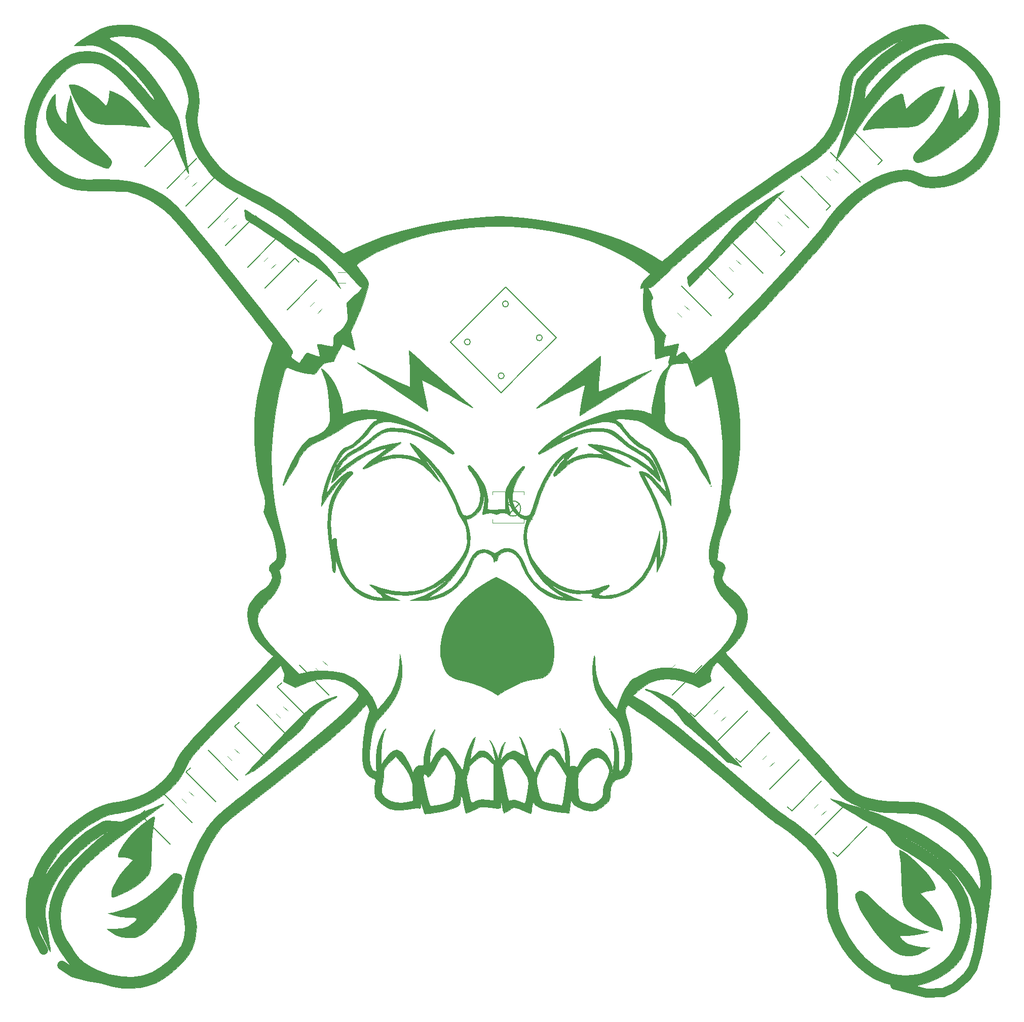
<source format=gbr>
G04 #@! TF.GenerationSoftware,KiCad,Pcbnew,(5.0.0-rc2-dev-26-g0d794b2)*
G04 #@! TF.CreationDate,2018-07-01T20:50:18-07:00*
G04 #@! TF.ProjectId,Skull_badge,536B756C6C5F62616467652E6B696361,rev?*
G04 #@! TF.SameCoordinates,Original*
G04 #@! TF.FileFunction,Legend,Bot*
G04 #@! TF.FilePolarity,Positive*
%FSLAX46Y46*%
G04 Gerber Fmt 4.6, Leading zero omitted, Abs format (unit mm)*
G04 Created by KiCad (PCBNEW (5.0.0-rc2-dev-26-g0d794b2)) date Sunday, July 01, 2018 at 08:50:18 PM*
%MOMM*%
%LPD*%
G01*
G04 APERTURE LIST*
%ADD10C,1.500000*%
%ADD11C,0.200000*%
%ADD12C,1.000000*%
%ADD13C,0.120000*%
%ADD14C,0.150000*%
%ADD15C,0.010000*%
G04 APERTURE END LIST*
D10*
X193629113Y-202657157D02*
X191229113Y-202082157D01*
X196479113Y-203432157D02*
X193529113Y-202632157D01*
X199354113Y-203382157D02*
X196479113Y-203432157D01*
D11*
X127545000Y-122735000D02*
X128815000Y-124005000D01*
X127295000Y-122755000D02*
X128565000Y-121485000D01*
D10*
X201250000Y-202500000D02*
X199500000Y-203250000D01*
X203250000Y-200750000D02*
X201250000Y-202500000D01*
X204250000Y-199250000D02*
X203250000Y-200750000D01*
X205000000Y-196750000D02*
X204250000Y-199250000D01*
X205000000Y-196750000D02*
X206250000Y-188750000D01*
D12*
X205750000Y-189500000D02*
X205000000Y-196750000D01*
D10*
X54000000Y-200000000D02*
X52000000Y-198750000D01*
X56500000Y-200750000D02*
X54000000Y-200000000D01*
X59750000Y-201250000D02*
X56500000Y-200750000D01*
X47750000Y-193750000D02*
X49000000Y-196250000D01*
X46750000Y-190750000D02*
X47750000Y-193750000D01*
X46750000Y-187750000D02*
X46750000Y-190750000D01*
X47250000Y-184750000D02*
X46750000Y-187750000D01*
D11*
X126545000Y-121485000D02*
X127815000Y-122755000D01*
X126795000Y-123255000D02*
X128065000Y-121985000D01*
X128700000Y-122370000D02*
G75*
G03X128700000Y-122370000I-1270000J0D01*
G01*
D13*
X124029113Y-124202157D02*
X124029113Y-124732157D01*
X124029113Y-124732157D02*
X129229113Y-124732157D01*
X129229113Y-124732157D02*
X129229113Y-124202157D01*
X124029113Y-120062157D02*
X124029113Y-119532157D01*
X124029113Y-119532157D02*
X129229113Y-119532157D01*
X129229113Y-119532157D02*
X129229113Y-120062157D01*
X130649113Y-124202157D02*
X129229113Y-124202157D01*
D14*
X155608649Y-85189604D02*
X160558396Y-90139351D01*
X159285604Y-81512649D02*
X164235351Y-86462396D01*
X164235351Y-86462396D02*
X163528245Y-87169503D01*
X69623604Y-68803351D02*
X74573351Y-63853604D01*
X65946649Y-65126396D02*
X70896396Y-60176649D01*
X70896396Y-60176649D02*
X71603503Y-60883755D01*
D13*
X95454594Y-88997487D02*
X94747487Y-89704594D01*
X93545406Y-88502513D02*
X94252513Y-87795406D01*
X87724594Y-81501487D02*
X87017487Y-82208594D01*
X85815406Y-81006513D02*
X86522513Y-80299406D01*
X81120594Y-74897487D02*
X80413487Y-75604594D01*
X79211406Y-74402513D02*
X79918513Y-73695406D01*
X74516594Y-67785487D02*
X73809487Y-68492594D01*
X72607406Y-67290513D02*
X73314513Y-66583406D01*
X155610513Y-90336594D02*
X154903406Y-89629487D01*
X156105487Y-88427406D02*
X156812594Y-89134513D01*
X164246513Y-82716594D02*
X163539406Y-82009487D01*
X164741487Y-80807406D02*
X165448594Y-81514513D01*
X172374513Y-75096594D02*
X171667406Y-74389487D01*
X172869487Y-73187406D02*
X173576594Y-73894513D01*
X180502513Y-67476594D02*
X179795406Y-66769487D01*
X180997487Y-65567406D02*
X181704594Y-66274513D01*
X95653487Y-147863406D02*
X96360594Y-148570513D01*
X95158513Y-149772594D02*
X94451406Y-149065487D01*
X89049487Y-155483406D02*
X89756594Y-156190513D01*
X88554513Y-157392594D02*
X87847406Y-156685487D01*
X80921487Y-162595406D02*
X81628594Y-163302513D01*
X80426513Y-164504594D02*
X79719406Y-163797487D01*
X73301487Y-169707406D02*
X74008594Y-170414513D01*
X72806513Y-171616594D02*
X72099406Y-170909487D01*
X153887406Y-149078513D02*
X154594513Y-148371406D01*
X155796594Y-149573487D02*
X155089487Y-150280594D01*
X160999406Y-156698513D02*
X161706513Y-155991406D01*
X162908594Y-157193487D02*
X162201487Y-157900594D01*
X169127406Y-164318513D02*
X169834513Y-163611406D01*
X171036594Y-164813487D02*
X170329487Y-165520594D01*
X177763406Y-172446513D02*
X178470513Y-171739406D01*
X179672594Y-172941487D02*
X178965487Y-173648594D01*
X99400113Y-82885157D02*
X98200113Y-82885157D01*
X98200113Y-84645157D02*
X99400113Y-84645157D01*
D14*
X125949748Y-100163709D02*
G75*
G03X125949748Y-100163709I-500000J0D01*
G01*
X120292894Y-94506855D02*
G75*
G03X120292894Y-94506855I-500000J0D01*
G01*
X126656854Y-88142894D02*
G75*
G03X126656854Y-88142894I-499999J0D01*
G01*
X132313709Y-93799748D02*
G75*
G03X132313709Y-93799748I-500000J0D01*
G01*
X130045942Y-98395942D02*
X125449748Y-102992136D01*
X125449748Y-102992136D02*
X116964466Y-94506855D01*
X116964466Y-94506855D02*
X126156855Y-85314466D01*
X126156855Y-85314466D02*
X134642136Y-93799748D01*
X134642136Y-93799748D02*
X130045942Y-98395942D01*
D15*
G36*
X194065228Y-41528990D02*
X192462148Y-41960988D01*
X190756667Y-42667084D01*
X188977024Y-43634784D01*
X187151458Y-44851594D01*
X186371411Y-45438924D01*
X184953689Y-46632609D01*
X183841065Y-47779217D01*
X183010212Y-48914330D01*
X182437805Y-50073531D01*
X182100517Y-51292401D01*
X181998005Y-52110207D01*
X181695673Y-54428219D01*
X181149676Y-56545886D01*
X180365961Y-58449316D01*
X179350476Y-60124617D01*
X178109167Y-61557897D01*
X177849577Y-61800542D01*
X177315696Y-62238392D01*
X176583080Y-62779040D01*
X175746028Y-63355504D01*
X174898839Y-63900803D01*
X174852843Y-63929162D01*
X174205477Y-64340805D01*
X173327762Y-64918933D01*
X172264519Y-65632606D01*
X171060566Y-66450881D01*
X169760722Y-67342814D01*
X168409807Y-68277465D01*
X167052640Y-69223890D01*
X165734040Y-70151148D01*
X164498827Y-71028296D01*
X163391818Y-71824391D01*
X162935705Y-72156527D01*
X162224522Y-72696179D01*
X161310644Y-73419293D01*
X160244291Y-74284097D01*
X159075682Y-75248821D01*
X157855036Y-76271694D01*
X156632573Y-77310946D01*
X155458512Y-78324805D01*
X154402552Y-79254150D01*
X153713452Y-79859062D01*
X153113063Y-80369743D01*
X152645991Y-80749551D01*
X152356841Y-80961843D01*
X152285886Y-80992957D01*
X152108103Y-80885057D01*
X151708010Y-80642035D01*
X151152708Y-80304653D01*
X150749000Y-80059341D01*
X148994798Y-79063232D01*
X147174636Y-78175912D01*
X145212863Y-77365066D01*
X143033830Y-76598381D01*
X141581353Y-76143321D01*
X139684834Y-75619511D01*
X137619491Y-75133445D01*
X135445579Y-74693763D01*
X133223355Y-74309107D01*
X131013074Y-73988119D01*
X128874992Y-73739441D01*
X126869366Y-73571714D01*
X125056451Y-73493582D01*
X123496504Y-73513684D01*
X123317000Y-73523866D01*
X119511459Y-73856154D01*
X115810848Y-74365552D01*
X112252047Y-75043295D01*
X108871937Y-75880621D01*
X105707398Y-76868764D01*
X102795310Y-77998963D01*
X101023770Y-78821332D01*
X99135206Y-79763938D01*
X98636221Y-79357802D01*
X98326250Y-79104057D01*
X97817659Y-78686118D01*
X97172973Y-78155427D01*
X96454715Y-77563427D01*
X96206785Y-77358914D01*
X95445152Y-76737803D01*
X94497341Y-75976054D01*
X93445795Y-75139280D01*
X92372953Y-74293093D01*
X91391194Y-73526340D01*
X90346689Y-72725326D01*
X89454797Y-72070121D01*
X88633110Y-71508150D01*
X87799219Y-70986834D01*
X86870717Y-70453598D01*
X85765196Y-69855864D01*
X85041194Y-69474999D01*
X83435199Y-68623734D01*
X82101357Y-67887971D01*
X81003368Y-67243379D01*
X80104934Y-66665627D01*
X79369757Y-66130385D01*
X78761538Y-65613320D01*
X78243978Y-65090103D01*
X77901934Y-64689526D01*
X76866824Y-63336795D01*
X76069399Y-62123427D01*
X75477216Y-60984515D01*
X75057833Y-59855152D01*
X74778807Y-58670431D01*
X74722777Y-58329009D01*
X74626634Y-57568163D01*
X74613259Y-56979719D01*
X74688269Y-56406320D01*
X74810385Y-55873676D01*
X75009799Y-54414023D01*
X74912997Y-52883707D01*
X74545484Y-51317847D01*
X73932767Y-49751563D01*
X73100351Y-48219978D01*
X72073741Y-46758209D01*
X70878444Y-45401379D01*
X69539964Y-44184608D01*
X68083807Y-43143015D01*
X66535479Y-42311722D01*
X64920486Y-41725849D01*
X64450526Y-41608480D01*
X63636920Y-41489973D01*
X62640667Y-41437345D01*
X61598100Y-41449890D01*
X60645550Y-41526900D01*
X60052609Y-41631299D01*
X59396998Y-41825354D01*
X58662228Y-42089281D01*
X58319672Y-42230040D01*
X57886227Y-42445993D01*
X57302566Y-42773060D01*
X56629814Y-43172568D01*
X55929093Y-43605841D01*
X55261529Y-44034207D01*
X54688244Y-44418990D01*
X54270364Y-44721518D01*
X54069013Y-44903115D01*
X54059667Y-44925404D01*
X54216362Y-44957582D01*
X54638302Y-44961872D01*
X55253272Y-44938925D01*
X55710667Y-44910538D01*
X56504288Y-44862602D01*
X57071205Y-44861016D01*
X57521714Y-44918585D01*
X57966111Y-45048112D01*
X58424416Y-45225565D01*
X59889893Y-45962119D01*
X61402162Y-46984527D01*
X62917093Y-48252408D01*
X64390557Y-49725381D01*
X65778424Y-51363065D01*
X67005558Y-53077567D01*
X67325382Y-53608096D01*
X67440997Y-53895317D01*
X67373071Y-53949150D01*
X67142274Y-53779516D01*
X66769276Y-53396335D01*
X66274745Y-52809528D01*
X66168873Y-52675990D01*
X65587534Y-51973303D01*
X64851247Y-51137796D01*
X64050706Y-50269790D01*
X63276606Y-49469609D01*
X63209981Y-49403000D01*
X61939265Y-48210807D01*
X60779031Y-47292351D01*
X59680547Y-46622461D01*
X58595081Y-46175965D01*
X57473900Y-45927691D01*
X56336214Y-45852528D01*
X54973465Y-45949130D01*
X53757407Y-46273334D01*
X52590243Y-46858880D01*
X51767945Y-47428607D01*
X50255061Y-48778518D01*
X48898383Y-50384690D01*
X47735853Y-52186035D01*
X46805418Y-54121466D01*
X46145020Y-56129896D01*
X46015102Y-56690187D01*
X45861015Y-57698308D01*
X45781699Y-58826553D01*
X45778538Y-59954855D01*
X45852917Y-60963143D01*
X45958923Y-61562349D01*
X46300279Y-62453471D01*
X46884822Y-63451478D01*
X47660402Y-64497503D01*
X48574871Y-65532683D01*
X49576081Y-66498152D01*
X50611884Y-67335045D01*
X51630131Y-67984498D01*
X51664789Y-68003099D01*
X52389096Y-68362232D01*
X53096668Y-68645277D01*
X53842589Y-68861594D01*
X54681943Y-69020545D01*
X55669813Y-69131490D01*
X56861284Y-69203791D01*
X58311439Y-69246809D01*
X59055000Y-69258998D01*
X62949667Y-69311621D01*
X64558334Y-69864629D01*
X65558032Y-70239248D01*
X66484636Y-70661076D01*
X67367468Y-71155833D01*
X68235847Y-71749240D01*
X69119094Y-72467018D01*
X70046532Y-73334887D01*
X71047481Y-74378569D01*
X72151262Y-75623784D01*
X73387196Y-77096252D01*
X74784604Y-78821695D01*
X74820826Y-78867000D01*
X76201395Y-80597082D01*
X77570334Y-82318128D01*
X78911470Y-84009450D01*
X80208634Y-85650360D01*
X81445652Y-87220169D01*
X82606353Y-88698189D01*
X83674567Y-90063731D01*
X84634120Y-91296107D01*
X85468841Y-92374627D01*
X86162559Y-93278605D01*
X86699103Y-93987351D01*
X87062300Y-94480177D01*
X87235979Y-94736394D01*
X87249000Y-94766445D01*
X87189786Y-94997525D01*
X87032222Y-95455944D01*
X86806432Y-96055686D01*
X86725409Y-96261592D01*
X85891507Y-98646017D01*
X85193803Y-101224708D01*
X84660063Y-103871088D01*
X84318051Y-106458584D01*
X84230538Y-107635027D01*
X84179537Y-109491396D01*
X84217072Y-111374346D01*
X84336468Y-113223243D01*
X84531050Y-114977455D01*
X84794143Y-116576348D01*
X85119072Y-117959289D01*
X85485328Y-119033040D01*
X85896688Y-120288047D01*
X86016854Y-121400259D01*
X85866236Y-122294202D01*
X85772429Y-122604698D01*
X85744583Y-122872904D01*
X85802057Y-123175461D01*
X85964208Y-123589007D01*
X86250392Y-124190184D01*
X86443618Y-124580202D01*
X87132081Y-126163264D01*
X87618738Y-127715573D01*
X87883029Y-129162882D01*
X87926334Y-129934276D01*
X87915946Y-130520768D01*
X87855199Y-130875381D01*
X87699717Y-131104851D01*
X87405127Y-131315914D01*
X87333383Y-131360508D01*
X86845361Y-131782965D01*
X86620444Y-132250826D01*
X86682698Y-132698706D01*
X86785569Y-132848823D01*
X87116239Y-133394071D01*
X87151272Y-133983363D01*
X86927990Y-134625860D01*
X86454326Y-135301489D01*
X85974722Y-135668795D01*
X85287768Y-136140010D01*
X84564232Y-136798759D01*
X83909204Y-137536401D01*
X83427771Y-138244296D01*
X83363936Y-138367831D01*
X83090171Y-139162099D01*
X82995275Y-140101207D01*
X82994500Y-140211322D01*
X83148687Y-141554771D01*
X83616212Y-142861707D01*
X84404521Y-144146092D01*
X85521062Y-145421892D01*
X86031177Y-145905735D01*
X87316144Y-147070834D01*
X85396392Y-149122133D01*
X84808240Y-149739650D01*
X84022359Y-150548336D01*
X83083547Y-151502977D01*
X82036597Y-152558358D01*
X80926306Y-153669265D01*
X79797470Y-154790485D01*
X79044684Y-155533216D01*
X77429375Y-157132387D01*
X76044556Y-158527888D01*
X74869997Y-159743725D01*
X73885468Y-160803900D01*
X73070740Y-161732418D01*
X72405583Y-162553282D01*
X71869767Y-163290496D01*
X71443062Y-163968063D01*
X71105239Y-164609988D01*
X70836068Y-165240273D01*
X70813501Y-165299969D01*
X70317101Y-166247285D01*
X69549251Y-167229066D01*
X68566567Y-168195707D01*
X67425667Y-169097604D01*
X66183167Y-169885153D01*
X64895682Y-170508751D01*
X64844997Y-170529203D01*
X64135639Y-170773479D01*
X63260751Y-171018721D01*
X62390083Y-171218122D01*
X62247519Y-171245422D01*
X61442869Y-171394074D01*
X60645768Y-171541708D01*
X60000658Y-171661561D01*
X59878455Y-171684346D01*
X58811730Y-171994911D01*
X57591028Y-172541488D01*
X56268036Y-173291026D01*
X54894445Y-174210471D01*
X53521943Y-175266770D01*
X52202219Y-176426871D01*
X51697660Y-176915590D01*
X50009101Y-178775924D01*
X48656085Y-180654810D01*
X47635773Y-182556888D01*
X46945328Y-184486800D01*
X46857826Y-184829308D01*
X46670858Y-186042374D01*
X46640941Y-187367256D01*
X46762360Y-188669741D01*
X47029403Y-189815614D01*
X47075818Y-189949666D01*
X47238133Y-190357318D01*
X47497042Y-190961623D01*
X47827845Y-191709225D01*
X48205846Y-192546767D01*
X48606344Y-193420893D01*
X49004643Y-194278248D01*
X49376043Y-195065476D01*
X49695847Y-195729219D01*
X49939356Y-196216123D01*
X50081872Y-196472830D01*
X50107254Y-196498524D01*
X50096021Y-196325964D01*
X50039405Y-195870179D01*
X49944524Y-195182517D01*
X49818497Y-194314326D01*
X49668442Y-193316953D01*
X49644425Y-193160179D01*
X49467585Y-191983240D01*
X49343699Y-191079187D01*
X49268337Y-190387136D01*
X49237066Y-189846203D01*
X49245458Y-189395504D01*
X49289080Y-188974155D01*
X49323511Y-188750675D01*
X49718901Y-187243026D01*
X50399027Y-185661182D01*
X51330568Y-184047290D01*
X52480204Y-182443496D01*
X53814612Y-180891945D01*
X55300473Y-179434784D01*
X56904465Y-178114158D01*
X58593267Y-176972212D01*
X58674000Y-176923745D01*
X59110718Y-176679674D01*
X59275430Y-176629786D01*
X59170930Y-176770321D01*
X58800012Y-177097521D01*
X58166000Y-177607210D01*
X57194721Y-178415944D01*
X56140154Y-179373518D01*
X55076279Y-180406313D01*
X54077077Y-181440707D01*
X53216527Y-182403082D01*
X52686020Y-183060515D01*
X51547605Y-184773835D01*
X50685285Y-186516417D01*
X50113643Y-188250432D01*
X49847259Y-189938052D01*
X49828837Y-190472913D01*
X49903175Y-191490155D01*
X50107840Y-192633243D01*
X50409207Y-193757411D01*
X50773652Y-194717898D01*
X50852533Y-194880324D01*
X51231937Y-195558534D01*
X51726088Y-196348724D01*
X52286306Y-197182502D01*
X52863907Y-197991478D01*
X53410212Y-198707259D01*
X53876537Y-199261454D01*
X54187414Y-199565393D01*
X55519242Y-200452636D01*
X57089656Y-201229771D01*
X58806443Y-201859252D01*
X60577386Y-202303534D01*
X61156887Y-202402944D01*
X62222037Y-202545841D01*
X63085310Y-202611580D01*
X63874087Y-202602279D01*
X64715747Y-202520056D01*
X65088351Y-202468311D01*
X66433509Y-202186377D01*
X67676333Y-201734463D01*
X68877352Y-201079109D01*
X70097098Y-200186853D01*
X71396101Y-199024235D01*
X71499307Y-198924333D01*
X72498040Y-197886409D01*
X73244048Y-196937900D01*
X73779930Y-196002457D01*
X74148286Y-195003728D01*
X74391716Y-193865363D01*
X74417812Y-193693528D01*
X74506792Y-192965643D01*
X74526876Y-192357324D01*
X74472677Y-191728022D01*
X74338811Y-190937183D01*
X74305605Y-190765641D01*
X74078825Y-189494533D01*
X73951164Y-188454567D01*
X73919189Y-187554119D01*
X73979467Y-186701566D01*
X74121130Y-185842163D01*
X74593549Y-183921939D01*
X75229761Y-182002051D01*
X76000019Y-180144710D01*
X76874574Y-178412124D01*
X77823678Y-176866503D01*
X78817581Y-175570057D01*
X79259880Y-175096132D01*
X79594002Y-174793290D01*
X80157810Y-174317547D01*
X80911439Y-173701032D01*
X81815024Y-172975874D01*
X82828699Y-172174201D01*
X83912598Y-171328144D01*
X84464282Y-170901702D01*
X87391892Y-168633416D01*
X90047049Y-166548891D01*
X92437466Y-164641617D01*
X94570854Y-162905083D01*
X96454926Y-161332781D01*
X98097393Y-159918199D01*
X99505967Y-158654828D01*
X100688359Y-157536158D01*
X101652283Y-156555679D01*
X102260582Y-155878980D01*
X102941568Y-155082293D01*
X103212309Y-155650042D01*
X103342509Y-155958521D01*
X103386885Y-156235652D01*
X103337218Y-156580791D01*
X103185290Y-157093295D01*
X103062513Y-157460788D01*
X102909124Y-157952543D01*
X102778708Y-158472784D01*
X102663334Y-159074413D01*
X102555070Y-159810336D01*
X102445984Y-160733453D01*
X102328144Y-161896670D01*
X102215478Y-163110333D01*
X102194860Y-164434060D01*
X102382180Y-165560404D01*
X102767481Y-166464358D01*
X103340806Y-167120914D01*
X103946630Y-167458005D01*
X104338503Y-167640282D01*
X104465291Y-167843115D01*
X104440042Y-168016269D01*
X104260597Y-168902699D01*
X104228770Y-169760141D01*
X104345452Y-170471336D01*
X104419958Y-170660746D01*
X104754453Y-171113713D01*
X105305780Y-171621000D01*
X105977557Y-172108116D01*
X106673403Y-172500568D01*
X106958088Y-172622450D01*
X107717262Y-172787478D01*
X108671714Y-172811451D01*
X109709085Y-172694925D01*
X110131958Y-172606746D01*
X110740807Y-172493844D01*
X111282338Y-172448322D01*
X111528958Y-172463184D01*
X111829966Y-172486224D01*
X111955089Y-172338111D01*
X111985218Y-171977740D01*
X112003701Y-171713312D01*
X112052962Y-171701391D01*
X112150931Y-171968884D01*
X112282445Y-172423666D01*
X112448687Y-172948802D01*
X112600352Y-173308829D01*
X112694599Y-173420474D01*
X112919067Y-173394336D01*
X113376053Y-173345336D01*
X113892572Y-173291709D01*
X115508263Y-173024567D01*
X117072637Y-172577764D01*
X117744056Y-172316378D01*
X118236703Y-172080546D01*
X118488902Y-171867170D01*
X118581519Y-171591692D01*
X118592546Y-171429147D01*
X118635987Y-170774469D01*
X118712548Y-170455791D01*
X118820296Y-170472267D01*
X118957296Y-170823049D01*
X119121614Y-171507290D01*
X119155942Y-171675822D01*
X119295837Y-172364737D01*
X119412491Y-172914656D01*
X119489776Y-173250825D01*
X119510325Y-173318564D01*
X119669483Y-173275332D01*
X120062808Y-173118519D01*
X120617579Y-172877777D01*
X120865006Y-172766170D01*
X121513059Y-172477203D01*
X121977416Y-172309186D01*
X122382381Y-172242246D01*
X122852257Y-172256510D01*
X123511350Y-172332108D01*
X123549887Y-172336939D01*
X124345062Y-172435601D01*
X124863461Y-172482274D01*
X125164980Y-172461669D01*
X125309516Y-172358499D01*
X125356966Y-172157479D01*
X125366352Y-171873333D01*
X125382162Y-171555707D01*
X125416578Y-171497939D01*
X125486094Y-171724565D01*
X125597967Y-172217837D01*
X125725229Y-172754887D01*
X125835440Y-173142808D01*
X125892243Y-173277353D01*
X126061610Y-173232712D01*
X126408532Y-173031419D01*
X126675162Y-172848182D01*
X127123139Y-172554639D01*
X127486191Y-172370641D01*
X127610245Y-172339000D01*
X127869845Y-172400520D01*
X128346758Y-172563392D01*
X128947216Y-172795080D01*
X129074334Y-172847000D01*
X129658776Y-173085526D01*
X130107425Y-173263958D01*
X130341550Y-173351122D01*
X130357248Y-173355000D01*
X130408657Y-173204204D01*
X130482471Y-172820294D01*
X130524358Y-172550666D01*
X130624004Y-172009521D01*
X130737076Y-171604221D01*
X130840889Y-171387773D01*
X130912759Y-171413185D01*
X130931851Y-171598480D01*
X131095407Y-171892898D01*
X131540884Y-172196688D01*
X132212663Y-172491617D01*
X133055127Y-172759452D01*
X134012657Y-172981960D01*
X135029633Y-173140908D01*
X135847667Y-173210002D01*
X136779000Y-173255870D01*
X136936686Y-171993102D01*
X137021512Y-171383077D01*
X137088604Y-171083993D01*
X137146979Y-171069179D01*
X137192208Y-171237520D01*
X137336605Y-171596531D01*
X137663699Y-171931192D01*
X138200858Y-172288977D01*
X139299119Y-172803312D01*
X140328033Y-172987489D01*
X141298011Y-172840489D01*
X142219463Y-172361295D01*
X142832667Y-171836181D01*
X143263564Y-171388741D01*
X143504640Y-171051410D01*
X143611246Y-170700660D01*
X143638730Y-170212961D01*
X143639786Y-170034857D01*
X143743756Y-169050820D01*
X144039122Y-168293838D01*
X144510184Y-167791232D01*
X145049124Y-167582403D01*
X145877643Y-167326010D01*
X146502692Y-166847510D01*
X146713585Y-166497000D01*
X143975667Y-166497000D01*
X143891000Y-166581666D01*
X143806334Y-166497000D01*
X143891000Y-166412333D01*
X143975667Y-166497000D01*
X146713585Y-166497000D01*
X146778932Y-166388392D01*
X143467667Y-166388392D01*
X143389147Y-166802573D01*
X143185433Y-167370314D01*
X142959667Y-167851666D01*
X142613348Y-168638218D01*
X142465578Y-169356687D01*
X142451667Y-169699847D01*
X142420860Y-170274611D01*
X142295370Y-170653772D01*
X142025597Y-170977379D01*
X141986000Y-171014654D01*
X141577749Y-171361572D01*
X141208374Y-171626281D01*
X141181667Y-171642129D01*
X140702652Y-171759743D01*
X140046385Y-171714621D01*
X139324967Y-171520014D01*
X139003725Y-171384719D01*
X138654534Y-171182185D01*
X138463177Y-170926474D01*
X138359496Y-170499509D01*
X138325534Y-170243347D01*
X138269974Y-169599466D01*
X138231583Y-168808823D01*
X138219806Y-168181152D01*
X138240362Y-167482398D01*
X138307008Y-167096792D01*
X136390442Y-167096792D01*
X136110630Y-169167562D01*
X135968974Y-170203409D01*
X135859693Y-170950453D01*
X135771521Y-171455734D01*
X135693193Y-171766292D01*
X135613441Y-171929167D01*
X135521000Y-171991398D01*
X135432178Y-172000333D01*
X135153846Y-171967017D01*
X134652184Y-171879574D01*
X134034594Y-171756762D01*
X134020366Y-171753772D01*
X133188022Y-171571113D01*
X132618911Y-171395308D01*
X132245170Y-171162018D01*
X131998934Y-170806902D01*
X131812338Y-170265617D01*
X131618083Y-169476213D01*
X131440345Y-168685729D01*
X131380897Y-168337374D01*
X130000450Y-168337374D01*
X129957120Y-168989159D01*
X129835903Y-169741838D01*
X129681020Y-170580006D01*
X129565310Y-171136456D01*
X129471054Y-171463326D01*
X129380534Y-171612753D01*
X129276029Y-171636871D01*
X129199906Y-171613149D01*
X128922936Y-171501991D01*
X128470643Y-171319626D01*
X128259724Y-171234415D01*
X127731324Y-171058792D01*
X127353148Y-171048675D01*
X127111014Y-171130139D01*
X126946661Y-171210209D01*
X126822357Y-171249951D01*
X126722092Y-171207980D01*
X126629859Y-171042910D01*
X126529647Y-170713357D01*
X126405450Y-170177935D01*
X126241257Y-169395260D01*
X126021060Y-168323945D01*
X126015973Y-168299279D01*
X125479548Y-165698893D01*
X125839210Y-165187156D01*
X124163667Y-165187156D01*
X124163667Y-171188038D01*
X122999754Y-171071151D01*
X122314914Y-171022110D01*
X121832892Y-171052220D01*
X121423795Y-171177404D01*
X121179421Y-171294306D01*
X120759068Y-171477337D01*
X120471253Y-171538977D01*
X120417693Y-171521008D01*
X120343863Y-171318718D01*
X120222980Y-170855078D01*
X120072423Y-170201220D01*
X119925288Y-169505811D01*
X119760218Y-168674730D01*
X119662831Y-168090337D01*
X119629884Y-167668163D01*
X119658135Y-167323737D01*
X119694076Y-167177335D01*
X117781550Y-167177335D01*
X117725504Y-168205664D01*
X117703610Y-168393915D01*
X117611062Y-169146950D01*
X117522147Y-169875649D01*
X117455427Y-170427880D01*
X117453041Y-170447843D01*
X117358167Y-170938140D01*
X117169658Y-171218194D01*
X116819758Y-171409349D01*
X116371180Y-171562798D01*
X115752881Y-171732500D01*
X115068323Y-171895166D01*
X114420967Y-172027509D01*
X113914275Y-172106241D01*
X113682897Y-172115407D01*
X113533015Y-171931790D01*
X113336028Y-171413354D01*
X113282302Y-171225553D01*
X110687628Y-171225553D01*
X109932647Y-171435812D01*
X108828101Y-171615847D01*
X107772416Y-171549318D01*
X106851357Y-171245633D01*
X106546204Y-171064289D01*
X105955652Y-170622670D01*
X105599559Y-170231900D01*
X105444542Y-169798495D01*
X105457220Y-169228970D01*
X105604209Y-168429843D01*
X105604677Y-168427663D01*
X105728865Y-167753374D01*
X105798099Y-167175620D01*
X105800880Y-166798258D01*
X105790514Y-166749467D01*
X105802391Y-166276679D01*
X106062613Y-165681663D01*
X106536164Y-165027664D01*
X107021713Y-164525916D01*
X107796884Y-163811389D01*
X108606897Y-164692314D01*
X109101039Y-165310365D01*
X109609350Y-166074296D01*
X110010569Y-166797120D01*
X110300384Y-167428384D01*
X110481284Y-167948319D01*
X110581954Y-168484517D01*
X110631078Y-169164568D01*
X110645927Y-169623276D01*
X110687628Y-171225553D01*
X113282302Y-171225553D01*
X113091871Y-170559906D01*
X112881211Y-169714333D01*
X112629218Y-168599838D01*
X112477970Y-167777336D01*
X112425101Y-167216232D01*
X112468244Y-166885928D01*
X112605034Y-166755832D01*
X112651997Y-166751000D01*
X112848861Y-166880229D01*
X112970209Y-167047333D01*
X113173535Y-167235965D01*
X113431147Y-167156654D01*
X113757275Y-166794992D01*
X114166149Y-166136571D01*
X114511667Y-165486576D01*
X114880898Y-164813694D01*
X115245495Y-164237687D01*
X115551147Y-163840628D01*
X115675814Y-163727361D01*
X115974566Y-163567642D01*
X116183817Y-163625265D01*
X116413261Y-163878356D01*
X116820982Y-164485880D01*
X117232364Y-165265949D01*
X117569532Y-166062401D01*
X117693954Y-166446581D01*
X117781550Y-167177335D01*
X119694076Y-167177335D01*
X119744341Y-166972590D01*
X119818929Y-166734699D01*
X119977196Y-166209570D01*
X120079008Y-165804396D01*
X120099667Y-165665253D01*
X120220485Y-165431354D01*
X120527706Y-165073045D01*
X120938483Y-164671340D01*
X121369967Y-164307255D01*
X121739310Y-164061802D01*
X121739535Y-164061687D01*
X122285163Y-163889106D01*
X122794829Y-163986010D01*
X123341065Y-164371614D01*
X123506255Y-164529745D01*
X124163667Y-165187156D01*
X125839210Y-165187156D01*
X125972036Y-164998168D01*
X126437429Y-164456098D01*
X126890230Y-164202512D01*
X127357542Y-164244392D01*
X127866465Y-164588718D01*
X128444100Y-165242473D01*
X128792911Y-165724844D01*
X129348168Y-166556888D01*
X129719095Y-167210290D01*
X129928815Y-167774102D01*
X130000450Y-168337374D01*
X131380897Y-168337374D01*
X131345983Y-168132787D01*
X131328344Y-167728447D01*
X131380773Y-167383771D01*
X131444991Y-167162746D01*
X131780522Y-166304795D01*
X132228681Y-165395927D01*
X132718233Y-164570111D01*
X133100847Y-164048581D01*
X133416473Y-163696437D01*
X133627913Y-163569479D01*
X133845696Y-163630988D01*
X134023724Y-163741992D01*
X134290535Y-163999585D01*
X134672211Y-164473029D01*
X135110802Y-165086917D01*
X135420110Y-165558973D01*
X136390442Y-167096792D01*
X138307008Y-167096792D01*
X138326868Y-166981886D01*
X138513459Y-166540688D01*
X138699872Y-166227330D01*
X139249899Y-165508633D01*
X139925483Y-164843689D01*
X140629350Y-164317672D01*
X141204767Y-164034042D01*
X141637851Y-163936374D01*
X141983512Y-164021390D01*
X142284631Y-164212635D01*
X142793390Y-164722096D01*
X143203901Y-165398244D01*
X143439322Y-166099758D01*
X143467667Y-166388392D01*
X146778932Y-166388392D01*
X146935967Y-166127398D01*
X147189166Y-165146169D01*
X147273987Y-163884315D01*
X147274020Y-163872333D01*
X147231994Y-162371240D01*
X147107274Y-160860633D01*
X146911862Y-159433795D01*
X146657758Y-158184012D01*
X146448513Y-157455937D01*
X146240483Y-156818845D01*
X146138769Y-156400573D01*
X146135432Y-156101129D01*
X146222531Y-155820521D01*
X146304431Y-155641503D01*
X146500183Y-155309925D01*
X146649035Y-155194299D01*
X146674455Y-155212180D01*
X146852739Y-155365233D01*
X147245614Y-155646032D01*
X147780201Y-156003279D01*
X147995869Y-156142357D01*
X149630790Y-157238661D01*
X151488151Y-158580542D01*
X153562108Y-160163416D01*
X155846816Y-161982700D01*
X158336429Y-164033809D01*
X161025102Y-166312160D01*
X161654917Y-166853937D01*
X163420094Y-168375067D01*
X164950423Y-169690724D01*
X166266372Y-170817938D01*
X167388411Y-171773741D01*
X168337006Y-172575163D01*
X169132629Y-173239236D01*
X169795746Y-173782990D01*
X170346827Y-174223456D01*
X170806340Y-174577666D01*
X171194754Y-174862651D01*
X171532538Y-175095441D01*
X171661667Y-175180088D01*
X173346436Y-176345691D01*
X174891298Y-177567763D01*
X176255786Y-178808290D01*
X177399436Y-180029260D01*
X178281780Y-181192663D01*
X178575990Y-181675075D01*
X178990394Y-182490968D01*
X179300738Y-183300609D01*
X179521255Y-184174578D01*
X179666178Y-185183455D01*
X179749739Y-186397821D01*
X179783409Y-187662601D01*
X179809512Y-188840187D01*
X179865913Y-189776647D01*
X179975167Y-190563218D01*
X180159828Y-191291139D01*
X180442450Y-192051647D01*
X180845586Y-192935981D01*
X181327041Y-193907116D01*
X182422723Y-195857681D01*
X183605774Y-197514487D01*
X184914050Y-198918805D01*
X186385408Y-200111904D01*
X187857917Y-201026900D01*
X189526168Y-201755713D01*
X191293318Y-202180777D01*
X193116816Y-202306057D01*
X194954108Y-202135514D01*
X196762643Y-201673112D01*
X198499868Y-200922815D01*
X200123232Y-199888586D01*
X200129339Y-199883961D01*
X201315211Y-198817256D01*
X202272473Y-197575121D01*
X203019054Y-196124738D01*
X203572885Y-194433288D01*
X203861509Y-193052778D01*
X204006176Y-191415111D01*
X202155345Y-191415111D01*
X201976324Y-193063931D01*
X201535430Y-194735165D01*
X201023475Y-195993179D01*
X200386757Y-196992926D01*
X199476893Y-197947206D01*
X198359398Y-198808275D01*
X197099785Y-199528389D01*
X195763568Y-200059804D01*
X195246925Y-200202920D01*
X194184877Y-200372025D01*
X192981989Y-200424450D01*
X191793196Y-200360662D01*
X190805190Y-200189525D01*
X189184740Y-199595522D01*
X187641629Y-198687617D01*
X186195259Y-197485581D01*
X184865034Y-196009187D01*
X183670354Y-194278207D01*
X182630625Y-192312412D01*
X182276187Y-191498224D01*
X182053790Y-190948438D01*
X181893493Y-190500604D01*
X181784199Y-190080975D01*
X181714813Y-189615801D01*
X181674238Y-189031336D01*
X181651380Y-188253830D01*
X181635569Y-187240333D01*
X181599329Y-185860847D01*
X181523763Y-184743315D01*
X181394860Y-183811972D01*
X181198607Y-182991052D01*
X180920992Y-182204790D01*
X180553214Y-181388132D01*
X179717096Y-179966887D01*
X178592263Y-178519668D01*
X177221106Y-177091672D01*
X175646015Y-175728092D01*
X174339848Y-174763496D01*
X173516172Y-174191470D01*
X172753279Y-173647787D01*
X172015427Y-173103708D01*
X171266874Y-172530491D01*
X170471878Y-171899395D01*
X169594696Y-171181681D01*
X168599587Y-170348606D01*
X167450808Y-169371431D01*
X166112617Y-168221415D01*
X164888334Y-167163412D01*
X162223776Y-164873072D01*
X159786074Y-162812015D01*
X157562474Y-160970184D01*
X155540222Y-159337525D01*
X153706564Y-157903982D01*
X152048747Y-156659499D01*
X150554018Y-155594022D01*
X149209621Y-154697494D01*
X148568661Y-154296530D01*
X147488989Y-153637854D01*
X148406206Y-152786093D01*
X149043387Y-152261078D01*
X149773527Y-151756368D01*
X150332545Y-151436961D01*
X151555157Y-151011354D01*
X152935991Y-150838407D01*
X154412548Y-150913918D01*
X155922329Y-151233685D01*
X157402834Y-151793510D01*
X157684398Y-151931102D01*
X158444377Y-152317334D01*
X159510862Y-151791427D01*
X160092807Y-151480864D01*
X160399178Y-151249348D01*
X160473025Y-151061160D01*
X160456015Y-151007259D01*
X160337065Y-150382152D01*
X160474922Y-149631846D01*
X160843902Y-148853120D01*
X161146924Y-148408610D01*
X161402380Y-148113147D01*
X161519199Y-148039666D01*
X161683520Y-148158788D01*
X162035508Y-148489846D01*
X162535904Y-148993377D01*
X163145454Y-149629921D01*
X163793337Y-150325666D01*
X164492413Y-151083981D01*
X165365079Y-152027401D01*
X166353592Y-153093685D01*
X167400206Y-154220595D01*
X168447174Y-155345893D01*
X169292093Y-156252333D01*
X170358439Y-157401213D01*
X171529778Y-158673545D01*
X172733748Y-159990038D01*
X173897988Y-161271399D01*
X174950137Y-162438337D01*
X175550682Y-163110333D01*
X176975788Y-164711906D01*
X178196327Y-166080602D01*
X179232483Y-167236883D01*
X180104440Y-168201212D01*
X180832385Y-168994054D01*
X181436501Y-169635870D01*
X181936974Y-170147124D01*
X182353988Y-170548280D01*
X182707727Y-170859799D01*
X183018378Y-171102146D01*
X183306124Y-171295783D01*
X183591150Y-171461174D01*
X183893641Y-171618781D01*
X183992290Y-171668345D01*
X184627302Y-171972610D01*
X185170305Y-172208179D01*
X185534226Y-172338210D01*
X185608942Y-172352368D01*
X185762106Y-172396041D01*
X185713152Y-172438095D01*
X185500837Y-172411518D01*
X185027478Y-172290924D01*
X184352023Y-172093214D01*
X183533414Y-171835291D01*
X183015982Y-171664675D01*
X182152197Y-171379599D01*
X181408742Y-171142406D01*
X180841209Y-170970179D01*
X180505193Y-170880001D01*
X180437821Y-170872401D01*
X180542738Y-170986462D01*
X180895572Y-171241638D01*
X181450659Y-171610203D01*
X182162338Y-172064433D01*
X182984947Y-172576602D01*
X183872824Y-173118984D01*
X184780307Y-173663855D01*
X185661734Y-174183488D01*
X186471442Y-174650159D01*
X187163771Y-175036142D01*
X187693058Y-175313711D01*
X187940844Y-175428146D01*
X188903583Y-175896227D01*
X189630137Y-176450544D01*
X190222970Y-177180742D01*
X190532249Y-177695392D01*
X190735220Y-178024244D01*
X190977862Y-178311085D01*
X191315214Y-178598598D01*
X191802314Y-178929468D01*
X192494200Y-179346379D01*
X193141294Y-179718797D01*
X195312061Y-181046148D01*
X197158333Y-182373600D01*
X198693925Y-183716870D01*
X199932648Y-185091676D01*
X200888315Y-186513734D01*
X201574738Y-187998761D01*
X202005731Y-189562475D01*
X202059348Y-189866458D01*
X202155345Y-191415111D01*
X204006176Y-191415111D01*
X204030796Y-191136412D01*
X203877145Y-189284222D01*
X203397406Y-187487043D01*
X202588426Y-185735709D01*
X201447056Y-184021054D01*
X200291349Y-182668333D01*
X198939362Y-181229000D01*
X200254714Y-182499000D01*
X201678689Y-184012257D01*
X202857636Y-185556431D01*
X203766845Y-187093768D01*
X204381604Y-188586512D01*
X204493333Y-188974830D01*
X204620779Y-189584170D01*
X204744664Y-190374891D01*
X204840907Y-191190329D01*
X204851404Y-191304333D01*
X204922744Y-192003161D01*
X205001155Y-192597691D01*
X205072747Y-192986904D01*
X205091434Y-193050210D01*
X205182865Y-193017159D01*
X205355277Y-192714838D01*
X205588364Y-192197142D01*
X205861819Y-191517966D01*
X206155337Y-190731206D01*
X206448611Y-189890757D01*
X206721334Y-189050515D01*
X206953201Y-188264373D01*
X207082737Y-187765069D01*
X207257908Y-186708868D01*
X207342151Y-185473969D01*
X207337929Y-184846187D01*
X205538587Y-184846187D01*
X205510829Y-185503713D01*
X205502454Y-185549401D01*
X205397390Y-186074719D01*
X204966516Y-185345192D01*
X204612725Y-184782864D01*
X204174758Y-184135302D01*
X203912922Y-183769000D01*
X202329161Y-181877867D01*
X201365888Y-180963974D01*
X198459483Y-180963974D01*
X198436321Y-180975000D01*
X198281790Y-180855792D01*
X198247000Y-180805666D01*
X198203851Y-180647358D01*
X198227013Y-180636333D01*
X198381544Y-180755540D01*
X198416334Y-180805666D01*
X198459483Y-180963974D01*
X201365888Y-180963974D01*
X200830440Y-180455974D01*
X197782150Y-180455974D01*
X197758988Y-180467000D01*
X197604457Y-180347792D01*
X197569667Y-180297666D01*
X197526518Y-180139358D01*
X197549680Y-180128333D01*
X197704211Y-180247540D01*
X197739000Y-180297666D01*
X197782150Y-180455974D01*
X200830440Y-180455974D01*
X200435478Y-180081260D01*
X200167852Y-179874333D01*
X197146334Y-179874333D01*
X197061667Y-179959000D01*
X196977000Y-179874333D01*
X197061667Y-179789666D01*
X197146334Y-179874333D01*
X200167852Y-179874333D01*
X199825085Y-179609308D01*
X196596817Y-179609308D01*
X196573654Y-179620333D01*
X196419123Y-179501126D01*
X196384334Y-179451000D01*
X196341184Y-179292691D01*
X196364347Y-179281666D01*
X196518878Y-179400873D01*
X196553667Y-179451000D01*
X196596817Y-179609308D01*
X199825085Y-179609308D01*
X199291831Y-179197000D01*
X196130334Y-179197000D01*
X196045667Y-179281666D01*
X195961000Y-179197000D01*
X196045667Y-179112333D01*
X196130334Y-179197000D01*
X199291831Y-179197000D01*
X198853820Y-178858333D01*
X195622334Y-178858333D01*
X195537667Y-178943000D01*
X195453000Y-178858333D01*
X195537667Y-178773666D01*
X195622334Y-178858333D01*
X198853820Y-178858333D01*
X198730058Y-178762641D01*
X195242150Y-178762641D01*
X195218988Y-178773666D01*
X195064457Y-178654459D01*
X195029667Y-178604333D01*
X194986518Y-178446025D01*
X195009680Y-178435000D01*
X195164211Y-178554207D01*
X195199000Y-178604333D01*
X195242150Y-178762641D01*
X198730058Y-178762641D01*
X198250596Y-178391926D01*
X198185467Y-178350333D01*
X194775667Y-178350333D01*
X194691000Y-178435000D01*
X194606334Y-178350333D01*
X194691000Y-178265666D01*
X194775667Y-178350333D01*
X198185467Y-178350333D01*
X197920312Y-178181000D01*
X194437000Y-178181000D01*
X194352334Y-178265666D01*
X194267667Y-178181000D01*
X194352334Y-178096333D01*
X194437000Y-178181000D01*
X197920312Y-178181000D01*
X197655155Y-178011666D01*
X194098334Y-178011666D01*
X194013667Y-178096333D01*
X193929000Y-178011666D01*
X194013667Y-177927000D01*
X194098334Y-178011666D01*
X197655155Y-178011666D01*
X196859688Y-177503666D01*
X193251667Y-177503666D01*
X193167000Y-177588333D01*
X193082334Y-177503666D01*
X193167000Y-177419000D01*
X193251667Y-177503666D01*
X196859688Y-177503666D01*
X195793237Y-176822612D01*
X193082124Y-175386064D01*
X190135980Y-174095031D01*
X189143612Y-173713591D01*
X188305429Y-173406603D01*
X187573463Y-173147429D01*
X187009339Y-172957212D01*
X186674684Y-172857096D01*
X186617723Y-172847000D01*
X186487529Y-172795171D01*
X186503887Y-172765002D01*
X186696843Y-172758588D01*
X187132716Y-172816237D01*
X187724427Y-172925866D01*
X187844443Y-172950970D01*
X188658881Y-173077782D01*
X189753082Y-173176279D01*
X191068984Y-173242058D01*
X191981667Y-173264654D01*
X193126973Y-173288518D01*
X194017400Y-173329719D01*
X194736734Y-173404644D01*
X195368761Y-173529679D01*
X195997268Y-173721211D01*
X196706042Y-173995626D01*
X197537352Y-174351205D01*
X198340407Y-174756640D01*
X199288649Y-175320992D01*
X200276447Y-175975614D01*
X201198171Y-176651856D01*
X201681326Y-177044351D01*
X202695194Y-178052831D01*
X203637934Y-179254641D01*
X204416242Y-180522619D01*
X204751697Y-181229000D01*
X205047325Y-182075438D01*
X205288944Y-183029089D01*
X205458662Y-183986992D01*
X205538587Y-184846187D01*
X207337929Y-184846187D01*
X207333619Y-184205349D01*
X207230464Y-183047986D01*
X207148762Y-182583666D01*
X206591192Y-180776018D01*
X205721653Y-179043221D01*
X204562784Y-177407854D01*
X203137224Y-175892491D01*
X201467612Y-174519711D01*
X199576588Y-173312089D01*
X198045308Y-172564777D01*
X186252556Y-172564777D01*
X186229312Y-172665446D01*
X186139667Y-172677666D01*
X186000287Y-172615710D01*
X186026778Y-172564777D01*
X186227737Y-172544511D01*
X186252556Y-172564777D01*
X198045308Y-172564777D01*
X197486789Y-172292203D01*
X196406868Y-171871344D01*
X195904585Y-171702474D01*
X195437974Y-171581673D01*
X194930983Y-171499663D01*
X194307560Y-171447165D01*
X193491651Y-171414900D01*
X192503184Y-171395072D01*
X191246259Y-171369637D01*
X190251908Y-171332186D01*
X189444061Y-171274517D01*
X188746646Y-171188430D01*
X188083593Y-171065725D01*
X187378830Y-170898201D01*
X187020339Y-170804006D01*
X186425375Y-170640943D01*
X185900370Y-170479524D01*
X185420720Y-170298400D01*
X184961822Y-170076220D01*
X184499072Y-169791634D01*
X184007867Y-169423292D01*
X183463603Y-168949843D01*
X182841676Y-168349939D01*
X182117484Y-167602228D01*
X181266422Y-166685361D01*
X180263887Y-165577987D01*
X179085275Y-164258756D01*
X177763990Y-162771666D01*
X176915202Y-161821913D01*
X175892040Y-160687521D01*
X174751554Y-159431113D01*
X173550796Y-158115310D01*
X172346815Y-156802734D01*
X171196663Y-155556008D01*
X170821902Y-155151666D01*
X169254813Y-153463363D01*
X167902789Y-152006323D01*
X166750870Y-150763249D01*
X165784093Y-149716842D01*
X164987497Y-148849806D01*
X164346120Y-148144842D01*
X163845001Y-147584653D01*
X163469176Y-147151941D01*
X163203686Y-146829409D01*
X163033569Y-146599758D01*
X162943862Y-146445692D01*
X162919603Y-146349913D01*
X162945832Y-146295122D01*
X163007587Y-146264023D01*
X163089906Y-146239317D01*
X163108046Y-146233444D01*
X163447002Y-146017447D01*
X163912405Y-145588644D01*
X164443876Y-145016701D01*
X164981038Y-144371288D01*
X165463515Y-143722073D01*
X165830931Y-143138724D01*
X165894083Y-143018658D01*
X166419113Y-141683428D01*
X166567578Y-140738622D01*
X164803667Y-140738622D01*
X164642110Y-141833464D01*
X164159755Y-143020260D01*
X163360077Y-144293281D01*
X162246550Y-145646797D01*
X161146775Y-146769666D01*
X160457836Y-147434897D01*
X159759872Y-148118294D01*
X159144186Y-148729982D01*
X158775009Y-149104438D01*
X157906490Y-149999876D01*
X156571412Y-149545775D01*
X155533456Y-149252061D01*
X154446376Y-149078160D01*
X153531041Y-149010491D01*
X152272587Y-149002089D01*
X151222916Y-149127591D01*
X150269766Y-149413077D01*
X149300875Y-149884628D01*
X148992818Y-150064789D01*
X148463328Y-150367468D01*
X148033691Y-150582978D01*
X147798369Y-150664333D01*
X147471264Y-150812686D01*
X147060111Y-151218662D01*
X146602032Y-151823633D01*
X146134148Y-152568972D01*
X145693581Y-153396054D01*
X145317452Y-154246251D01*
X145065255Y-154980835D01*
X144774560Y-155995336D01*
X143790535Y-154908726D01*
X142650996Y-153407993D01*
X141813455Y-151765436D01*
X141287864Y-150006265D01*
X141084171Y-148155693D01*
X141082446Y-148046423D01*
X141069720Y-147397245D01*
X141043741Y-147050960D01*
X140996746Y-146971839D01*
X140920973Y-147124151D01*
X140897028Y-147193000D01*
X140820968Y-147581227D01*
X140757620Y-148204750D01*
X140715973Y-148960220D01*
X140705576Y-149394333D01*
X140796603Y-151013550D01*
X141125767Y-152502606D01*
X141715133Y-153912888D01*
X142586767Y-155295782D01*
X143762731Y-156702674D01*
X143911797Y-156861296D01*
X144464241Y-157466169D01*
X144882522Y-158002350D01*
X145196505Y-158541232D01*
X145436054Y-159154204D01*
X145631034Y-159912659D01*
X145811310Y-160887986D01*
X145940722Y-161711415D01*
X146096740Y-163110537D01*
X146110897Y-164285706D01*
X145986057Y-165214323D01*
X145725086Y-165873793D01*
X145368786Y-166222534D01*
X145243930Y-166264256D01*
X145160604Y-166196157D01*
X145110519Y-165966749D01*
X145085387Y-165524547D01*
X145076918Y-164818064D01*
X145076334Y-164406082D01*
X145055970Y-163330760D01*
X144988680Y-162505269D01*
X144865161Y-161842870D01*
X144764909Y-161501666D01*
X144549062Y-160932892D01*
X144294843Y-160372835D01*
X144042905Y-159898106D01*
X143833900Y-159585315D01*
X143708562Y-159510994D01*
X143719677Y-159691988D01*
X143812313Y-160091636D01*
X143902422Y-160408901D01*
X144147861Y-161547946D01*
X144275219Y-162882042D01*
X144275672Y-164285681D01*
X144224231Y-164987546D01*
X144155808Y-165638424D01*
X144105940Y-165983503D01*
X144061475Y-166054165D01*
X144009261Y-165881790D01*
X143958771Y-165620937D01*
X143619437Y-164529595D01*
X143005492Y-163552092D01*
X142654109Y-163154167D01*
X141966439Y-162614368D01*
X141267145Y-162408298D01*
X140566755Y-162531743D01*
X139875797Y-162980491D01*
X139204801Y-163750329D01*
X138593608Y-164778846D01*
X138291806Y-165312627D01*
X138071326Y-165573652D01*
X137965098Y-165566903D01*
X137721641Y-165441416D01*
X137351614Y-165435396D01*
X136863667Y-165507012D01*
X136861657Y-164224006D01*
X136778749Y-163005913D01*
X136550436Y-161825557D01*
X136201661Y-160771762D01*
X135757367Y-159933353D01*
X135597918Y-159723666D01*
X135393098Y-159490481D01*
X135358934Y-159516080D01*
X135422605Y-159723666D01*
X135857167Y-161413216D01*
X136089610Y-163240853D01*
X136107780Y-163522088D01*
X136201071Y-165142333D01*
X135691514Y-164185528D01*
X135137654Y-163304545D01*
X134587957Y-162758771D01*
X134033239Y-162545009D01*
X133464318Y-162660064D01*
X132872008Y-163100741D01*
X132796268Y-163178141D01*
X132470190Y-163607531D01*
X132094515Y-164230715D01*
X131718690Y-164948370D01*
X131392159Y-165661173D01*
X131164369Y-166269801D01*
X131086691Y-166612228D01*
X131040186Y-166663123D01*
X130983225Y-166506188D01*
X130841361Y-166157048D01*
X130591061Y-165692564D01*
X130507883Y-165556504D01*
X130243624Y-165012235D01*
X130019774Y-164339012D01*
X129947537Y-164023316D01*
X129717373Y-163070238D01*
X129393073Y-162106779D01*
X129020974Y-161256757D01*
X128718647Y-160739666D01*
X128524240Y-160498345D01*
X128465773Y-160503087D01*
X128485197Y-160570333D01*
X128704532Y-161197719D01*
X128932230Y-161894126D01*
X129141829Y-162572632D01*
X129306865Y-163146317D01*
X129400875Y-163528259D01*
X129413000Y-163617789D01*
X129314977Y-163700988D01*
X129003492Y-163584818D01*
X128564714Y-163331020D01*
X128066359Y-163038027D01*
X127720452Y-162907893D01*
X127399392Y-162913029D01*
X127049645Y-163003470D01*
X126410268Y-163327621D01*
X125851090Y-163834121D01*
X125319318Y-164465000D01*
X125438372Y-163703000D01*
X125575126Y-163067832D01*
X125780491Y-162358654D01*
X125872361Y-162094333D01*
X126048701Y-161612552D01*
X126105265Y-161408594D01*
X126040685Y-161442993D01*
X125857708Y-161671000D01*
X125535929Y-162216595D01*
X125245570Y-162927595D01*
X125047334Y-163637802D01*
X124996307Y-164029498D01*
X124947179Y-164111300D01*
X124823611Y-163890225D01*
X124637996Y-163390743D01*
X124573588Y-163195000D01*
X124330387Y-162523476D01*
X124067862Y-161929827D01*
X123838397Y-161531048D01*
X123815423Y-161501666D01*
X123465949Y-161078333D01*
X123741020Y-161641294D01*
X123880500Y-162011748D01*
X124037557Y-162555031D01*
X124191875Y-163179860D01*
X124323135Y-163794950D01*
X124411021Y-164309020D01*
X124435214Y-164630784D01*
X124419380Y-164689065D01*
X124310071Y-164604155D01*
X124157068Y-164352502D01*
X123910582Y-163977933D01*
X123546297Y-163530584D01*
X123432797Y-163406666D01*
X122985017Y-163022651D01*
X122531517Y-162869561D01*
X122289349Y-162856333D01*
X121889023Y-162899265D01*
X121542955Y-163069125D01*
X121144626Y-163427510D01*
X120956186Y-163627257D01*
X120245573Y-164398182D01*
X120362673Y-163584924D01*
X120474270Y-163007582D01*
X120655638Y-162267033D01*
X120868084Y-161520902D01*
X120874041Y-161501666D01*
X121050696Y-160877494D01*
X121096433Y-160565330D01*
X121011577Y-160564978D01*
X120796453Y-160876244D01*
X120451388Y-161498933D01*
X120259876Y-161868783D01*
X119768417Y-163038447D01*
X119372443Y-164394302D01*
X119165602Y-165443372D01*
X119068219Y-165825978D01*
X118947198Y-165993684D01*
X118912710Y-165987996D01*
X118759166Y-165813508D01*
X118469634Y-165420212D01*
X118091499Y-164874024D01*
X117825255Y-164475243D01*
X117131597Y-163495128D01*
X116537956Y-162810904D01*
X116051703Y-162430206D01*
X115771823Y-162348333D01*
X115409639Y-162488771D01*
X114963173Y-162864490D01*
X114498070Y-163407099D01*
X114079974Y-164048206D01*
X114003289Y-164190891D01*
X113511957Y-165142333D01*
X113509040Y-164295666D01*
X113563515Y-163149144D01*
X113718492Y-161915106D01*
X113950436Y-160749083D01*
X114154122Y-160032319D01*
X114316934Y-159516796D01*
X114356964Y-159290294D01*
X114277242Y-159327402D01*
X114231284Y-159385000D01*
X113639321Y-160355288D01*
X113129726Y-161538136D01*
X112743235Y-162810004D01*
X112520585Y-164047353D01*
X112482607Y-164688077D01*
X112463143Y-165139135D01*
X112382638Y-165327733D01*
X112200594Y-165329455D01*
X112147397Y-165313696D01*
X111660504Y-165321293D01*
X111207117Y-165609716D01*
X110884615Y-166098493D01*
X110671790Y-166604654D01*
X110365977Y-165788827D01*
X109887468Y-164693403D01*
X109359420Y-163801748D01*
X108809791Y-163148995D01*
X108266539Y-162770276D01*
X107897602Y-162687000D01*
X107396327Y-162843627D01*
X106820809Y-163295526D01*
X106200982Y-164015725D01*
X105830439Y-164549666D01*
X105337318Y-165311666D01*
X105410446Y-163195000D01*
X105473666Y-162021680D01*
X105578119Y-161110756D01*
X105733784Y-160387401D01*
X105822673Y-160104666D01*
X105992500Y-159595127D01*
X106095386Y-159242686D01*
X106110524Y-159131000D01*
X105968651Y-159274705D01*
X105741579Y-159651540D01*
X105469615Y-160180081D01*
X105193069Y-160778906D01*
X104952250Y-161366593D01*
X104829127Y-161719396D01*
X104699069Y-162282677D01*
X104595061Y-163011616D01*
X104521724Y-163819189D01*
X104483677Y-164618378D01*
X104485542Y-165322159D01*
X104531940Y-165843512D01*
X104598542Y-166062137D01*
X104622776Y-166259086D01*
X104431795Y-166308604D01*
X104122312Y-166195159D01*
X104052312Y-166149875D01*
X103733250Y-165735429D01*
X103523982Y-165046561D01*
X103424629Y-164129265D01*
X103435309Y-163029535D01*
X103556141Y-161793364D01*
X103787246Y-160466747D01*
X104034872Y-159433169D01*
X104226680Y-158777648D01*
X104429517Y-158288415D01*
X104708903Y-157855623D01*
X105130361Y-157369425D01*
X105488264Y-156996557D01*
X106800815Y-155455217D01*
X107798933Y-153850271D01*
X108477232Y-152196695D01*
X108830326Y-150509464D01*
X108852831Y-148803553D01*
X108739659Y-147955000D01*
X108508038Y-146685000D01*
X108401884Y-148463000D01*
X108171616Y-150266550D01*
X107694402Y-151872547D01*
X106946482Y-153338158D01*
X105904096Y-154720550D01*
X105712894Y-154932947D01*
X104757052Y-155972194D01*
X104385696Y-154953715D01*
X103826389Y-153830177D01*
X103600974Y-153526098D01*
X101604635Y-153526098D01*
X101532533Y-153731532D01*
X101184749Y-154281535D01*
X100561657Y-155018580D01*
X99667698Y-155938828D01*
X98507313Y-157038440D01*
X97084942Y-158313577D01*
X95405027Y-159760399D01*
X93472007Y-161375066D01*
X91290324Y-163153740D01*
X88864418Y-165092581D01*
X86198729Y-167187748D01*
X83959640Y-168925139D01*
X82425769Y-170113719D01*
X81135460Y-171125753D01*
X80060483Y-171986747D01*
X79172607Y-172722202D01*
X78443601Y-173357623D01*
X77845234Y-173918514D01*
X77349276Y-174430377D01*
X76927495Y-174918717D01*
X76551661Y-175409037D01*
X76193544Y-175926840D01*
X76170168Y-175962115D01*
X75057485Y-177810798D01*
X74098934Y-179740193D01*
X73307805Y-181703072D01*
X72697391Y-183652206D01*
X72280983Y-185540366D01*
X72071872Y-187320323D01*
X72083349Y-188944851D01*
X72229681Y-189963917D01*
X72489885Y-191395486D01*
X72599145Y-192588883D01*
X72554332Y-193610643D01*
X72352320Y-194527300D01*
X71989980Y-195405387D01*
X71972248Y-195440375D01*
X71598805Y-196015666D01*
X71020455Y-196720211D01*
X70305062Y-197482539D01*
X69520491Y-198231177D01*
X68734605Y-198894656D01*
X68578819Y-199014172D01*
X67163644Y-199870401D01*
X65598138Y-200425310D01*
X63888228Y-200678043D01*
X62039841Y-200627744D01*
X60058905Y-200273557D01*
X59986334Y-200255416D01*
X58812261Y-199894710D01*
X57661201Y-199423997D01*
X56595173Y-198878541D01*
X55676198Y-198293602D01*
X54966294Y-197704445D01*
X54531602Y-197154013D01*
X54338659Y-196833973D01*
X54010903Y-196326189D01*
X53607007Y-195720873D01*
X53440234Y-195475969D01*
X52747828Y-194391500D01*
X52269950Y-193439441D01*
X51973136Y-192521561D01*
X51823919Y-191539632D01*
X51788260Y-190627000D01*
X51885611Y-189184208D01*
X52203702Y-187805743D01*
X52763496Y-186442329D01*
X53585954Y-185044696D01*
X54692039Y-183563569D01*
X54900850Y-183310621D01*
X55498829Y-182621058D01*
X56134107Y-181946157D01*
X56837302Y-181259993D01*
X57639032Y-180536635D01*
X58569917Y-179750157D01*
X59660574Y-178874629D01*
X60941622Y-177884124D01*
X62443679Y-176752713D01*
X62801519Y-176487666D01*
X59647667Y-176487666D01*
X59563000Y-176572333D01*
X59478334Y-176487666D01*
X59563000Y-176403000D01*
X59647667Y-176487666D01*
X62801519Y-176487666D01*
X64050334Y-175562689D01*
X65160901Y-174743095D01*
X66191488Y-173979045D01*
X67108470Y-173295733D01*
X67878223Y-172718357D01*
X68467123Y-172272112D01*
X68841544Y-171982196D01*
X68961000Y-171882884D01*
X69046778Y-171795866D01*
X69081579Y-171741909D01*
X69033538Y-171733482D01*
X68870790Y-171783054D01*
X68561469Y-171903093D01*
X68073709Y-172106068D01*
X67375645Y-172404447D01*
X66435411Y-172810698D01*
X65221143Y-173337290D01*
X65011321Y-173428330D01*
X61992974Y-174737956D01*
X60577917Y-174620082D01*
X59873802Y-174568401D01*
X59390116Y-174569640D01*
X59010109Y-174645001D01*
X58617032Y-174815683D01*
X58177597Y-175055950D01*
X56007339Y-176451900D01*
X53943088Y-178125398D01*
X52047891Y-180018061D01*
X50384794Y-182071505D01*
X49987606Y-182640186D01*
X49617836Y-183175757D01*
X49331335Y-183567875D01*
X49169850Y-183760514D01*
X49149000Y-183765615D01*
X49236689Y-183497405D01*
X49471997Y-183019803D01*
X49813291Y-182404265D01*
X50218938Y-181722252D01*
X50647304Y-181045221D01*
X51056754Y-180444632D01*
X51189020Y-180264203D01*
X52269602Y-178987441D01*
X53581320Y-177696063D01*
X55038935Y-176459649D01*
X56557210Y-175347779D01*
X58050909Y-174430034D01*
X58810015Y-174043060D01*
X59827762Y-173663303D01*
X60967555Y-173393020D01*
X61256334Y-173348316D01*
X62075204Y-173220683D01*
X62924562Y-173062356D01*
X63621747Y-172907410D01*
X63627000Y-172906077D01*
X65199203Y-172395303D01*
X66750880Y-171684163D01*
X68228373Y-170811781D01*
X69578020Y-169817284D01*
X70746163Y-168739794D01*
X71679141Y-167618438D01*
X72274987Y-166600616D01*
X72679164Y-165733265D01*
X72999045Y-165087599D01*
X73286852Y-164575368D01*
X73594804Y-164108324D01*
X73975122Y-163598218D01*
X74287288Y-163199962D01*
X74598841Y-162837678D01*
X75124536Y-162263968D01*
X75838163Y-161505995D01*
X76713513Y-160590923D01*
X77724375Y-159545914D01*
X78844538Y-158398135D01*
X80047793Y-157174747D01*
X81307929Y-155902916D01*
X81950143Y-155258318D01*
X88604709Y-148591637D01*
X88966534Y-149409604D01*
X89176748Y-149949531D01*
X89232421Y-150333277D01*
X89151160Y-150696314D01*
X89138292Y-150731119D01*
X89018222Y-151087390D01*
X88985848Y-151265738D01*
X88987612Y-151268097D01*
X89147131Y-151354939D01*
X89527361Y-151550401D01*
X90044113Y-151811226D01*
X91061226Y-152320925D01*
X91824737Y-151932898D01*
X93290001Y-151326862D01*
X94796130Y-150958990D01*
X96280726Y-150833490D01*
X97681393Y-150954573D01*
X98935731Y-151326450D01*
X99175033Y-151436961D01*
X99863671Y-151831653D01*
X100564165Y-152316388D01*
X100948421Y-152630866D01*
X101370206Y-153031670D01*
X101574116Y-153302140D01*
X101604635Y-153526098D01*
X103600974Y-153526098D01*
X103002965Y-152719403D01*
X101985615Y-151688333D01*
X100844527Y-150803908D01*
X99649891Y-150133070D01*
X99102334Y-149914855D01*
X98248775Y-149706799D01*
X97169173Y-149568605D01*
X95969542Y-149503555D01*
X94755896Y-149514928D01*
X93634250Y-149606006D01*
X92937261Y-149724083D01*
X91676207Y-150004641D01*
X89195124Y-147582820D01*
X87835958Y-146206386D01*
X86745370Y-144986481D01*
X85906488Y-143897384D01*
X85302440Y-142913376D01*
X84916354Y-142008738D01*
X84731360Y-141157750D01*
X84709000Y-140744006D01*
X84756886Y-140253286D01*
X84924655Y-139778241D01*
X85248479Y-139260078D01*
X85764525Y-138640001D01*
X86441803Y-137927302D01*
X87429610Y-136791810D01*
X88123728Y-135697800D01*
X88516689Y-134663035D01*
X88601025Y-133705274D01*
X88473917Y-133094428D01*
X88387368Y-132718882D01*
X88498293Y-132494678D01*
X88635064Y-132396023D01*
X89042002Y-131953323D01*
X89307239Y-131257691D01*
X89424441Y-130366629D01*
X89387276Y-129337640D01*
X89189408Y-128228230D01*
X89122167Y-127973666D01*
X88603062Y-126077647D01*
X88183495Y-124430146D01*
X87850631Y-122960200D01*
X87591638Y-121596846D01*
X87393681Y-120269121D01*
X87243926Y-118906064D01*
X87129542Y-117436710D01*
X87085686Y-116713000D01*
X87027288Y-113345985D01*
X87214116Y-109871973D01*
X87634678Y-106385936D01*
X88277480Y-102982847D01*
X89131031Y-99757678D01*
X89141572Y-99723470D01*
X89336823Y-99144238D01*
X89493697Y-98838031D01*
X89649256Y-98747715D01*
X89757753Y-98773547D01*
X91036251Y-99267929D01*
X92216236Y-99620447D01*
X93211301Y-99805564D01*
X93269435Y-99811374D01*
X94311197Y-99908655D01*
X94801765Y-99276926D01*
X95159914Y-98815110D01*
X95472508Y-98411036D01*
X95553016Y-98306650D01*
X95974646Y-98022439D01*
X96630205Y-97876070D01*
X97446712Y-97784038D01*
X98114861Y-96330958D01*
X98411371Y-95694257D01*
X98656285Y-95183479D01*
X98814906Y-94870236D01*
X98852722Y-94808167D01*
X99020892Y-94853475D01*
X99397817Y-95038269D01*
X99904454Y-95323524D01*
X99943717Y-95346832D01*
X100443340Y-95629293D01*
X100806134Y-95805462D01*
X100960176Y-95840803D01*
X100961336Y-95835437D01*
X100925301Y-95626505D01*
X100832045Y-95169349D01*
X100698573Y-94546179D01*
X100631193Y-94239250D01*
X100304715Y-92762834D01*
X100956925Y-91360583D01*
X101421752Y-90313799D01*
X101871529Y-89214353D01*
X102287851Y-88116506D01*
X102652314Y-87074523D01*
X102946514Y-86142663D01*
X103152047Y-85375191D01*
X103153745Y-85365723D01*
X102155055Y-85365723D01*
X102074398Y-85543453D01*
X101789128Y-85871901D01*
X101276628Y-86379820D01*
X101021388Y-86622290D01*
X99638443Y-87926333D01*
X99732175Y-89396004D01*
X99770088Y-90129933D01*
X99760288Y-90631326D01*
X99686818Y-91004821D01*
X99533716Y-91355057D01*
X99396176Y-91598956D01*
X98993902Y-92137446D01*
X98459277Y-92674079D01*
X98187723Y-92891474D01*
X97742518Y-93231065D01*
X97510392Y-93506227D01*
X97422274Y-93839841D01*
X97409000Y-94276861D01*
X97378415Y-94777517D01*
X97300607Y-95123328D01*
X97247073Y-95203089D01*
X97010984Y-95217539D01*
X96547222Y-95159409D01*
X95955903Y-95041275D01*
X95952186Y-95040414D01*
X95374619Y-94920475D01*
X94938556Y-94856121D01*
X94736181Y-94860856D01*
X94734826Y-94862063D01*
X94732444Y-95056786D01*
X94812322Y-95475820D01*
X94925445Y-95913222D01*
X95063503Y-96435629D01*
X95141928Y-96807584D01*
X95147183Y-96933262D01*
X94972614Y-96910674D01*
X94571470Y-96798581D01*
X94108275Y-96647438D01*
X93565487Y-96468245D01*
X93151218Y-96345340D01*
X92978259Y-96308333D01*
X92818953Y-96441358D01*
X92554508Y-96785964D01*
X92312911Y-97155000D01*
X92017849Y-97608257D01*
X91786890Y-97915509D01*
X91688578Y-98001666D01*
X91499370Y-97913223D01*
X91139386Y-97689392D01*
X90941102Y-97555303D01*
X90495525Y-97204447D01*
X90324344Y-96915601D01*
X90397686Y-96602064D01*
X90536374Y-96380601D01*
X90576824Y-96293969D01*
X90577390Y-96177799D01*
X90522746Y-96010891D01*
X90397567Y-95772047D01*
X90186528Y-95440069D01*
X89874303Y-94993757D01*
X89445568Y-94411914D01*
X88884997Y-93673340D01*
X88177265Y-92756836D01*
X87307046Y-91641205D01*
X86259015Y-90305248D01*
X85017847Y-88727765D01*
X84847346Y-88511257D01*
X82871851Y-86004512D01*
X81091681Y-83749927D01*
X79494011Y-81732514D01*
X78066015Y-79937285D01*
X76794868Y-78349253D01*
X75667743Y-76953428D01*
X74671815Y-75734824D01*
X73794259Y-74678451D01*
X73022248Y-73769322D01*
X72342958Y-72992449D01*
X71743562Y-72332843D01*
X71211234Y-71775516D01*
X70733150Y-71305482D01*
X70296483Y-70907750D01*
X69888407Y-70567334D01*
X69496098Y-70269245D01*
X69106729Y-69998495D01*
X68876334Y-69847531D01*
X67154644Y-68882823D01*
X65337068Y-68153840D01*
X63382362Y-67651082D01*
X61249280Y-67365053D01*
X58896579Y-67286254D01*
X57863780Y-67311449D01*
X56535557Y-67331165D01*
X55442850Y-67262792D01*
X54490014Y-67089153D01*
X53581406Y-66793070D01*
X52660537Y-66376977D01*
X51708448Y-65789748D01*
X50701220Y-64977697D01*
X49725092Y-64023748D01*
X48866299Y-63010826D01*
X48309084Y-62192627D01*
X48022436Y-61680027D01*
X47841667Y-61240800D01*
X47736982Y-60759136D01*
X47678588Y-60119228D01*
X47655087Y-59650519D01*
X47738466Y-57825343D01*
X48131238Y-55980204D01*
X48811348Y-54164707D01*
X49756745Y-52428460D01*
X50945376Y-50821067D01*
X52123095Y-49599915D01*
X52985008Y-48856871D01*
X53730412Y-48343475D01*
X54449549Y-48021139D01*
X55232658Y-47851276D01*
X56169979Y-47795300D01*
X56345667Y-47794333D01*
X57105464Y-47804499D01*
X57648309Y-47853273D01*
X58095733Y-47968071D01*
X58569267Y-48176309D01*
X58970334Y-48386422D01*
X59903751Y-48994111D01*
X60976749Y-49882500D01*
X62170292Y-51033063D01*
X63465348Y-52427272D01*
X64842882Y-54046602D01*
X65061356Y-54315071D01*
X66085815Y-55563701D01*
X66946762Y-56571128D01*
X67677308Y-57371891D01*
X68310565Y-58000530D01*
X68879646Y-58491584D01*
X69417661Y-58879594D01*
X69469000Y-58912760D01*
X69717046Y-59078523D01*
X69924716Y-59251243D01*
X70115639Y-59474026D01*
X70313439Y-59789980D01*
X70541741Y-60242212D01*
X70824173Y-60873828D01*
X71184359Y-61727935D01*
X71645925Y-62847640D01*
X71706543Y-62995310D01*
X72124255Y-64002054D01*
X72496564Y-64878360D01*
X72805787Y-65584342D01*
X73034243Y-66080115D01*
X73164250Y-66325793D01*
X73187649Y-66336333D01*
X73160233Y-66059623D01*
X73079631Y-65508368D01*
X72956199Y-64740672D01*
X72800296Y-63814642D01*
X72622277Y-62788384D01*
X72432502Y-61720004D01*
X72241326Y-60667608D01*
X72059108Y-59689302D01*
X71896205Y-58843191D01*
X71762973Y-58187381D01*
X71669771Y-57779979D01*
X71650542Y-57712951D01*
X71384162Y-57044543D01*
X70960020Y-56165155D01*
X70415652Y-55140495D01*
X69788590Y-54036268D01*
X69116369Y-52918181D01*
X68436521Y-51851940D01*
X67786582Y-50903252D01*
X67663924Y-50734001D01*
X66501889Y-49266609D01*
X65227460Y-47866301D01*
X63898626Y-46587328D01*
X62573379Y-45483942D01*
X61309710Y-44610391D01*
X60815692Y-44327437D01*
X60269668Y-44008102D01*
X59999467Y-43766497D01*
X60017769Y-43590375D01*
X60337254Y-43467490D01*
X60970601Y-43385596D01*
X61842277Y-43335893D01*
X63310732Y-43365323D01*
X64623469Y-43601096D01*
X65900260Y-44073304D01*
X66929000Y-44613900D01*
X67687164Y-45134416D01*
X68553157Y-45854860D01*
X69447580Y-46696694D01*
X70291031Y-47581380D01*
X71004109Y-48430382D01*
X71476382Y-49111830D01*
X72209755Y-50529595D01*
X72765217Y-51978833D01*
X73080617Y-53248214D01*
X73166585Y-53899222D01*
X73162744Y-54463216D01*
X73060257Y-55097111D01*
X72949987Y-55567250D01*
X72793009Y-56272929D01*
X72724356Y-56856388D01*
X72736826Y-57469408D01*
X72822342Y-58257009D01*
X73184861Y-60119790D01*
X73778929Y-61796584D01*
X74384537Y-62968192D01*
X74845040Y-63691653D01*
X75422347Y-64512908D01*
X76058945Y-65358382D01*
X76697315Y-66154500D01*
X77279944Y-66827685D01*
X77749314Y-67304361D01*
X77826577Y-67371339D01*
X78531804Y-67905542D01*
X79457676Y-68516213D01*
X80626071Y-69216363D01*
X82058864Y-70019004D01*
X83777934Y-70937149D01*
X84138764Y-71125748D01*
X85373386Y-71777976D01*
X86386030Y-72338809D01*
X87260785Y-72861831D01*
X88081739Y-73400625D01*
X88932982Y-74008772D01*
X89898602Y-74739856D01*
X90306144Y-75055697D01*
X92536929Y-76808550D01*
X94496092Y-78384088D01*
X96194512Y-79791783D01*
X97643068Y-81041103D01*
X98852640Y-82141520D01*
X99834106Y-83102504D01*
X100598346Y-83933523D01*
X100841426Y-84226382D01*
X101376468Y-84836917D01*
X101804012Y-85206770D01*
X102053720Y-85309956D01*
X102155055Y-85365723D01*
X103153745Y-85365723D01*
X103250508Y-84826366D01*
X103247337Y-84607651D01*
X103052151Y-84154498D01*
X102631157Y-83500138D01*
X102005589Y-82675021D01*
X101349902Y-81886595D01*
X101249754Y-81719988D01*
X101300181Y-81555309D01*
X101546813Y-81336291D01*
X102035279Y-81006666D01*
X102094361Y-80968558D01*
X104640715Y-79513488D01*
X107424117Y-78260559D01*
X110407646Y-77212824D01*
X113554379Y-76373338D01*
X116827395Y-75745154D01*
X120189773Y-75331326D01*
X123604590Y-75134907D01*
X127034924Y-75158952D01*
X130443855Y-75406515D01*
X133794460Y-75880648D01*
X137049819Y-76584405D01*
X140173008Y-77520841D01*
X140851310Y-77763024D01*
X142478322Y-78420690D01*
X144172565Y-79210681D01*
X145852248Y-80088320D01*
X147435579Y-81008928D01*
X148840767Y-81927828D01*
X149817667Y-82660852D01*
X150325667Y-83074106D01*
X149800924Y-83637553D01*
X149159811Y-84396495D01*
X148802818Y-84993890D01*
X148717000Y-85360078D01*
X148752101Y-85577690D01*
X148913665Y-85516188D01*
X148995444Y-85450713D01*
X149115246Y-85374969D01*
X149188024Y-85421612D01*
X149218668Y-85640572D01*
X149212071Y-86081782D01*
X149173123Y-86795172D01*
X149155144Y-87080979D01*
X149108521Y-87964409D01*
X149106339Y-88619695D01*
X149157298Y-89155466D01*
X149270098Y-89680354D01*
X149399117Y-90127666D01*
X149674044Y-90895356D01*
X150044346Y-91762920D01*
X150424751Y-92532690D01*
X150720620Y-93090178D01*
X150912039Y-93522569D01*
X151021741Y-93932930D01*
X151072459Y-94424332D01*
X151086925Y-95099842D01*
X151087667Y-95538357D01*
X151101284Y-96269986D01*
X151138118Y-96856583D01*
X151192142Y-97228361D01*
X151241914Y-97324333D01*
X151472880Y-97277066D01*
X151925365Y-97153553D01*
X152462312Y-96992509D01*
X153014167Y-96833895D01*
X153424226Y-96740668D01*
X153600207Y-96732428D01*
X153607048Y-96925344D01*
X153537854Y-97322166D01*
X153498480Y-97487585D01*
X153410628Y-97971709D01*
X153469067Y-98165678D01*
X153497905Y-98171000D01*
X153484639Y-98281731D01*
X153280384Y-98570998D01*
X152956729Y-98945675D01*
X152472964Y-99553690D01*
X152021106Y-100256517D01*
X151823712Y-100635449D01*
X151613918Y-101197286D01*
X151379214Y-101989380D01*
X151140974Y-102918057D01*
X150920569Y-103889642D01*
X150739374Y-104810462D01*
X150618760Y-105586843D01*
X150579667Y-106087912D01*
X150563891Y-106460698D01*
X150456656Y-106555619D01*
X150168100Y-106433476D01*
X150111837Y-106404439D01*
X149236714Y-106087977D01*
X148125220Y-105895563D01*
X146857041Y-105829573D01*
X145511864Y-105892387D01*
X144169375Y-106086384D01*
X143613796Y-106210472D01*
X142081778Y-106667680D01*
X140422761Y-107290972D01*
X138739319Y-108033432D01*
X137134024Y-108848142D01*
X135709451Y-109688188D01*
X135085667Y-110111168D01*
X133983070Y-110923781D01*
X133065904Y-111643033D01*
X132355334Y-112250071D01*
X131872527Y-112726042D01*
X131638647Y-113052092D01*
X131636422Y-113183614D01*
X131807148Y-113231933D01*
X132142404Y-113119686D01*
X132682945Y-112829933D01*
X133113410Y-112569629D01*
X135068593Y-111445446D01*
X136942187Y-110557887D01*
X138436521Y-109990002D01*
X139331448Y-109709149D01*
X140079895Y-109544051D01*
X140841985Y-109466627D01*
X141520334Y-109449194D01*
X142274520Y-109459049D01*
X142874906Y-109521071D01*
X143396296Y-109668276D01*
X143913497Y-109933677D01*
X144501311Y-110350291D01*
X145234545Y-110951130D01*
X145568034Y-111235625D01*
X146298479Y-111815364D01*
X147103082Y-112380419D01*
X147852784Y-112842661D01*
X148154260Y-113001662D01*
X149240338Y-113642019D01*
X150065550Y-114403685D01*
X150703738Y-115356342D01*
X150756167Y-115457047D01*
X151104080Y-116139012D01*
X149868207Y-115196182D01*
X148308951Y-114141351D01*
X146594858Y-113214709D01*
X144879024Y-112498409D01*
X144771588Y-112461260D01*
X143944277Y-112213260D01*
X142981667Y-111977319D01*
X141990426Y-111774637D01*
X141077223Y-111626409D01*
X140348727Y-111553834D01*
X140185819Y-111549968D01*
X139976507Y-111567142D01*
X139937782Y-111636268D01*
X140100858Y-111786392D01*
X140496948Y-112046560D01*
X141132899Y-112431292D01*
X141744333Y-112800622D01*
X142224721Y-113099844D01*
X142514592Y-113291358D01*
X142572232Y-113341255D01*
X142399766Y-113336129D01*
X141988939Y-113291979D01*
X141545154Y-113234161D01*
X140119925Y-113196364D01*
X138670228Y-113449310D01*
X137296452Y-113968933D01*
X136475219Y-114449643D01*
X135932334Y-114823408D01*
X136437431Y-114244204D01*
X136838008Y-113795591D01*
X137342292Y-113245021D01*
X137701066Y-112860666D01*
X138098808Y-112409118D01*
X138244528Y-112154217D01*
X138128330Y-112089953D01*
X137740316Y-112210317D01*
X137099757Y-112495475D01*
X135837381Y-113272904D01*
X134652035Y-114367655D01*
X133553256Y-115765179D01*
X132550582Y-117450926D01*
X131653547Y-119410347D01*
X130871690Y-121628891D01*
X130672871Y-122301000D01*
X130469287Y-122943943D01*
X130268041Y-123323459D01*
X130003478Y-123507893D01*
X129609942Y-123565587D01*
X129455334Y-123568407D01*
X129014727Y-123490326D01*
X128572445Y-123213554D01*
X128249887Y-122915886D01*
X127641286Y-122079664D01*
X127317516Y-121095443D01*
X127275830Y-119994092D01*
X127513481Y-118806484D01*
X128027724Y-117563488D01*
X128815812Y-116295976D01*
X128841994Y-116260159D01*
X129210137Y-115693638D01*
X129325268Y-115342876D01*
X129289867Y-115252133D01*
X129093264Y-115273030D01*
X128759138Y-115525126D01*
X128333449Y-115954965D01*
X127862155Y-116509088D01*
X127391216Y-117134038D01*
X126966591Y-117776359D01*
X126681295Y-118286283D01*
X126402122Y-118873515D01*
X126232415Y-119352270D01*
X126145372Y-119847986D01*
X126114190Y-120486100D01*
X126111138Y-120954599D01*
X126111000Y-122486866D01*
X125560667Y-122525166D01*
X124275480Y-122562151D01*
X123554604Y-122542506D01*
X123228413Y-122511953D01*
X123099087Y-122393993D01*
X123114975Y-122092309D01*
X123165995Y-121817838D01*
X123214406Y-120960963D01*
X123088671Y-119958673D01*
X122812197Y-118940627D01*
X122521466Y-118247668D01*
X122246974Y-117770567D01*
X121864393Y-117194153D01*
X121423966Y-116583709D01*
X120975935Y-116004520D01*
X120570543Y-115521871D01*
X120258031Y-115201044D01*
X120102362Y-115104333D01*
X119878778Y-115210459D01*
X119918222Y-115527733D01*
X120220269Y-116054498D01*
X120418461Y-116328716D01*
X121181601Y-117528976D01*
X121683663Y-118737683D01*
X121921441Y-119915029D01*
X121891731Y-121021205D01*
X121591326Y-122016402D01*
X121017022Y-122860811D01*
X120949982Y-122929861D01*
X120470599Y-123345703D01*
X120050040Y-123537040D01*
X119716989Y-123571000D01*
X119315654Y-123538408D01*
X119033782Y-123397591D01*
X118812881Y-123083983D01*
X118594457Y-122533019D01*
X118489720Y-122216333D01*
X118024557Y-121016159D01*
X117371536Y-119672358D01*
X116583953Y-118279083D01*
X115715108Y-116930484D01*
X114818298Y-115720713D01*
X114799165Y-115697000D01*
X114122201Y-114896333D01*
X113395870Y-114099950D01*
X112659026Y-113343786D01*
X111950523Y-112663773D01*
X111309214Y-112095845D01*
X110773953Y-111675937D01*
X110383595Y-111439982D01*
X110177869Y-111423020D01*
X110233393Y-111584251D01*
X110444066Y-111944687D01*
X110765848Y-112429639D01*
X110802103Y-112481624D01*
X111193592Y-113044251D01*
X111542966Y-113552827D01*
X111766139Y-113884545D01*
X112036949Y-114297853D01*
X111360101Y-113952551D01*
X110176637Y-113521019D01*
X108828475Y-113324469D01*
X107398875Y-113367205D01*
X105971095Y-113653530D01*
X105912384Y-113670957D01*
X105561005Y-113772920D01*
X105365642Y-113809860D01*
X105349037Y-113759191D01*
X105533931Y-113598328D01*
X105943068Y-113304684D01*
X106599188Y-112855674D01*
X107021170Y-112569777D01*
X107821201Y-112019321D01*
X108351592Y-111630282D01*
X108630501Y-111385565D01*
X108676089Y-111268079D01*
X108506517Y-111260730D01*
X108387522Y-111283684D01*
X108013852Y-111358142D01*
X107441499Y-111463263D01*
X106903111Y-111557523D01*
X105116877Y-111988230D01*
X103344627Y-112674942D01*
X101551012Y-113635470D01*
X99700680Y-114887625D01*
X98610768Y-115735661D01*
X98034535Y-116203682D01*
X98335521Y-115611674D01*
X99040271Y-114520044D01*
X99907380Y-113667226D01*
X100707508Y-113180380D01*
X101958352Y-112508397D01*
X103178503Y-111637031D01*
X104036138Y-110900457D01*
X104768988Y-110267134D01*
X105381881Y-109846850D01*
X105978266Y-109598117D01*
X106661593Y-109479448D01*
X107535315Y-109449356D01*
X107653667Y-109449704D01*
X108659651Y-109490921D01*
X109531779Y-109623880D01*
X110469592Y-109880810D01*
X110617000Y-109928349D01*
X111599600Y-110295163D01*
X112754756Y-110797930D01*
X113973963Y-111383656D01*
X115148718Y-111999350D01*
X116170515Y-112592019D01*
X116493151Y-112798207D01*
X117008119Y-113115676D01*
X117326531Y-113242836D01*
X117514955Y-113202592D01*
X117554392Y-113163356D01*
X117569308Y-113016346D01*
X117410046Y-112777512D01*
X117047788Y-112416156D01*
X116453714Y-111901577D01*
X116080908Y-111593718D01*
X114551081Y-110399543D01*
X113120715Y-109411832D01*
X111687657Y-108564928D01*
X110215582Y-107823902D01*
X107989350Y-106888369D01*
X105923151Y-106243081D01*
X104005906Y-105886027D01*
X102226532Y-105815191D01*
X100573951Y-106028562D01*
X100467877Y-106052875D01*
X99871807Y-106212571D01*
X99393781Y-106375329D01*
X99155544Y-106494440D01*
X99010282Y-106549844D01*
X98943643Y-106360696D01*
X98930099Y-106023400D01*
X98829335Y-105002331D01*
X98557434Y-103881342D01*
X98147389Y-102728750D01*
X97632194Y-101612874D01*
X97044842Y-100602032D01*
X96418326Y-99764541D01*
X95785641Y-99168719D01*
X95546873Y-99017955D01*
X95373743Y-98945050D01*
X95339421Y-99019993D01*
X95451290Y-99297822D01*
X95634339Y-99669993D01*
X96093462Y-100792095D01*
X96407357Y-102067337D01*
X96591096Y-103565127D01*
X96632630Y-104267000D01*
X96676931Y-105097001D01*
X96732382Y-105880144D01*
X96790400Y-106504063D01*
X96822631Y-106753726D01*
X96825448Y-107734775D01*
X96514224Y-108604371D01*
X95898515Y-109350967D01*
X94987875Y-109963013D01*
X93791859Y-110428963D01*
X93778444Y-110432859D01*
X93390985Y-110587946D01*
X93025582Y-110849658D01*
X92613083Y-111278806D01*
X92116761Y-111894185D01*
X91251695Y-113136990D01*
X90448891Y-114520981D01*
X89773252Y-115924063D01*
X89298103Y-117196503D01*
X89078415Y-117941889D01*
X88977367Y-118375141D01*
X89000948Y-118503507D01*
X89155142Y-118334234D01*
X89445935Y-117874570D01*
X89617857Y-117583632D01*
X90017696Y-116927317D01*
X90428738Y-116297275D01*
X90765019Y-115825052D01*
X90778034Y-115808319D01*
X91101010Y-115333873D01*
X91329262Y-114887485D01*
X91370048Y-114765666D01*
X91734456Y-113860520D01*
X92329198Y-112965706D01*
X93077941Y-112164814D01*
X93904352Y-111541432D01*
X94615000Y-111212266D01*
X95670424Y-110797890D01*
X96898301Y-110166416D01*
X98240553Y-109348838D01*
X98768629Y-108995731D01*
X99729710Y-108371284D01*
X100546917Y-107935608D01*
X101326893Y-107649577D01*
X102176281Y-107474067D01*
X103199537Y-107370106D01*
X104017953Y-107335953D01*
X104519748Y-107370793D01*
X104700515Y-107472904D01*
X104555843Y-107640561D01*
X104272511Y-107789678D01*
X103916131Y-108043338D01*
X103517846Y-108454065D01*
X103383511Y-108625316D01*
X102355414Y-109932398D01*
X101404694Y-110927055D01*
X100516392Y-111622702D01*
X99675548Y-112032750D01*
X99535892Y-112075119D01*
X99197270Y-112215497D01*
X98887179Y-112473740D01*
X98541763Y-112915451D01*
X98187357Y-113460603D01*
X97237755Y-115172843D01*
X96451664Y-116975439D01*
X95862308Y-118778123D01*
X95502915Y-120490630D01*
X95453587Y-120887475D01*
X95340285Y-121962333D01*
X96298883Y-120578770D01*
X96860047Y-119814274D01*
X97505220Y-119003879D01*
X98118150Y-118292065D01*
X98274476Y-118123436D01*
X99291471Y-117051666D01*
X98590715Y-117972976D01*
X97743579Y-119243579D01*
X97109467Y-120569398D01*
X96681121Y-121992383D01*
X96451282Y-123554482D01*
X96412692Y-125297647D01*
X96558094Y-127263826D01*
X96743199Y-128651000D01*
X96883858Y-129605487D01*
X97013823Y-130545472D01*
X97119200Y-131366705D01*
X97186093Y-131964939D01*
X97188935Y-131995333D01*
X97279045Y-132647569D01*
X97404751Y-132987684D01*
X97516851Y-133053666D01*
X97654440Y-132948394D01*
X97731945Y-132600595D01*
X97760040Y-131995333D01*
X97772412Y-130937000D01*
X98087722Y-131824022D01*
X98805011Y-133472997D01*
X99687594Y-134864787D01*
X100720483Y-135980607D01*
X101888693Y-136801669D01*
X102174264Y-136946523D01*
X103132638Y-137344601D01*
X104069832Y-137601528D01*
X105091723Y-137736155D01*
X106304189Y-137767332D01*
X106736852Y-137758897D01*
X108500334Y-137710333D01*
X107481742Y-137334727D01*
X106887601Y-137092766D01*
X106383423Y-136847512D01*
X106127075Y-136687159D01*
X105903916Y-136492905D01*
X105969158Y-136460029D01*
X106214334Y-136510854D01*
X106576521Y-136576837D01*
X107164710Y-136667604D01*
X107868792Y-136766421D01*
X108077000Y-136793943D01*
X109761636Y-136859412D01*
X111467129Y-136640431D01*
X113113119Y-136157505D01*
X114619244Y-135431142D01*
X115358043Y-134935937D01*
X115957723Y-134489044D01*
X116301669Y-134245416D01*
X116400852Y-134199596D01*
X116266240Y-134346128D01*
X115951000Y-134640945D01*
X114346473Y-135906301D01*
X112623891Y-136862860D01*
X111202435Y-137399065D01*
X110193667Y-137710333D01*
X111633000Y-137765048D01*
X113110174Y-137735434D01*
X114413794Y-137509517D01*
X115661152Y-137064495D01*
X115963940Y-136923156D01*
X117349467Y-136064111D01*
X118560285Y-134931623D01*
X119569362Y-133557026D01*
X120349662Y-131971651D01*
X120437954Y-131737833D01*
X120883923Y-130807951D01*
X121430319Y-130143312D01*
X122045698Y-129759930D01*
X122698619Y-129673823D01*
X123357638Y-129901006D01*
X123642675Y-130105385D01*
X124058102Y-130591512D01*
X124183310Y-131079052D01*
X124215184Y-131362900D01*
X124270080Y-131348229D01*
X124282787Y-131305566D01*
X124452113Y-131085403D01*
X124601811Y-131088585D01*
X124778238Y-131056582D01*
X124840073Y-130746228D01*
X124841000Y-130675196D01*
X124996913Y-130200469D01*
X125415058Y-129813353D01*
X126021049Y-129564288D01*
X126576667Y-129498299D01*
X127226688Y-129659546D01*
X127843076Y-130115123D01*
X128382421Y-130820837D01*
X128801314Y-131732493D01*
X128817191Y-131779311D01*
X129474017Y-133247620D01*
X130401440Y-134596636D01*
X131544784Y-135762690D01*
X132849371Y-136682111D01*
X133178537Y-136858068D01*
X134356552Y-137362141D01*
X135517354Y-137656347D01*
X136788754Y-137766992D01*
X137560286Y-137759887D01*
X138980334Y-137710333D01*
X137964334Y-137398812D01*
X137656873Y-137286621D01*
X135997885Y-137286621D01*
X135995440Y-137287000D01*
X135798528Y-137242542D01*
X135380322Y-137127760D01*
X134989401Y-137014115D01*
X133437869Y-136390924D01*
X132059324Y-135508723D01*
X130889246Y-134401086D01*
X129963113Y-133101590D01*
X129317106Y-131645974D01*
X128861472Y-130613827D01*
X128262097Y-129816457D01*
X127556332Y-129273696D01*
X126781528Y-129005373D01*
X125975038Y-129031319D01*
X125174212Y-129371363D01*
X125111110Y-129413000D01*
X124632485Y-129712146D01*
X124302846Y-129810169D01*
X124004083Y-129714164D01*
X123701873Y-129497666D01*
X123123597Y-129232446D01*
X122405741Y-129168698D01*
X121684793Y-129311732D01*
X121459275Y-129410444D01*
X120999187Y-129740382D01*
X120591520Y-130252259D01*
X120196100Y-131004370D01*
X119940478Y-131614333D01*
X119165007Y-133204020D01*
X118190571Y-134557737D01*
X117038933Y-135653209D01*
X115731856Y-136468165D01*
X114850334Y-136823647D01*
X114075213Y-137066055D01*
X113607231Y-137184637D01*
X113437518Y-137177360D01*
X113557205Y-137042192D01*
X113957422Y-136777102D01*
X114146697Y-136662466D01*
X115550097Y-135686603D01*
X116802671Y-134513516D01*
X117939309Y-133102891D01*
X118994898Y-131414415D01*
X119479537Y-130500348D01*
X119833794Y-129745205D01*
X120046796Y-129114711D01*
X120162722Y-128450125D01*
X120191775Y-128097185D01*
X119722793Y-128097185D01*
X119505033Y-129172009D01*
X119024261Y-130203499D01*
X118529736Y-130935405D01*
X117100643Y-132652283D01*
X115624844Y-134036276D01*
X114090581Y-135091358D01*
X112486098Y-135821501D01*
X110799637Y-136230680D01*
X109019439Y-136322867D01*
X107133748Y-136102037D01*
X105130806Y-135572163D01*
X104969667Y-135518078D01*
X104301616Y-135297318D01*
X103789122Y-135141023D01*
X103490986Y-135066247D01*
X103445667Y-135076014D01*
X103628325Y-135240630D01*
X103995581Y-135574841D01*
X104482388Y-136019393D01*
X104728396Y-136244481D01*
X105255833Y-136733588D01*
X105557440Y-137040021D01*
X105660469Y-137206148D01*
X105592172Y-137274339D01*
X105398973Y-137287000D01*
X104978031Y-137244216D01*
X104384373Y-137133878D01*
X103934254Y-137027427D01*
X102474347Y-136491414D01*
X101224751Y-135694700D01*
X100175331Y-134628694D01*
X99315954Y-133284802D01*
X99168066Y-132986292D01*
X98829680Y-132148408D01*
X98508244Y-131131838D01*
X98231797Y-130050080D01*
X98028379Y-129016632D01*
X97926031Y-128144993D01*
X97919225Y-127931333D01*
X97884871Y-127505071D01*
X97753839Y-127324484D01*
X97578334Y-127296333D01*
X97292068Y-127419019D01*
X97217042Y-127677333D01*
X97187605Y-127857566D01*
X97143691Y-127757383D01*
X97091388Y-127434410D01*
X97036782Y-126946272D01*
X96985959Y-126350595D01*
X96945007Y-125705005D01*
X96920014Y-125067128D01*
X96915835Y-124825753D01*
X97047539Y-122901760D01*
X97480902Y-121130704D01*
X98215470Y-119513759D01*
X99250792Y-118052094D01*
X99737449Y-117522904D01*
X100294653Y-116927356D01*
X100598072Y-116517261D01*
X100657171Y-116265018D01*
X100481416Y-116143021D01*
X100218413Y-116120333D01*
X99777000Y-116250912D01*
X99191795Y-116612497D01*
X98514936Y-117159856D01*
X97798563Y-117847762D01*
X97094816Y-118630983D01*
X96607199Y-119253000D01*
X96371519Y-119521205D01*
X96239097Y-119569551D01*
X96229032Y-119531977D01*
X96289197Y-119171890D01*
X96460815Y-118580540D01*
X96715195Y-117834971D01*
X97023647Y-117012231D01*
X97357481Y-116189366D01*
X97688008Y-115443421D01*
X97940836Y-114935000D01*
X98485147Y-113966746D01*
X98936855Y-113274559D01*
X99327097Y-112819254D01*
X99687008Y-112561647D01*
X99883671Y-112489944D01*
X100599557Y-112180048D01*
X101411962Y-111605562D01*
X102273528Y-110808483D01*
X103136902Y-109830810D01*
X103661533Y-109139525D01*
X104258727Y-108491533D01*
X104982575Y-108064658D01*
X105860632Y-107856371D01*
X106920452Y-107864140D01*
X108189590Y-108085436D01*
X109695601Y-108517726D01*
X109855000Y-108570685D01*
X110553098Y-108831484D01*
X111326494Y-109162955D01*
X112113411Y-109533188D01*
X112852072Y-109910269D01*
X113480703Y-110262288D01*
X113937526Y-110557333D01*
X114160764Y-110763493D01*
X114173000Y-110801215D01*
X114037212Y-110773235D01*
X113686034Y-110622692D01*
X113324148Y-110446559D01*
X112297047Y-109989715D01*
X111121878Y-109568559D01*
X109919961Y-109219763D01*
X108812614Y-108980000D01*
X108210454Y-108900783D01*
X107206643Y-108866182D01*
X106348001Y-108969527D01*
X105551563Y-109241558D01*
X104734360Y-109713015D01*
X103813426Y-110414641D01*
X103567144Y-110621209D01*
X102818042Y-111217403D01*
X102004994Y-111799238D01*
X101245602Y-112285329D01*
X100834014Y-112512627D01*
X99595575Y-113285784D01*
X98602516Y-114233812D01*
X97942004Y-115224655D01*
X97756665Y-115659168D01*
X97543893Y-116260584D01*
X97337488Y-116918694D01*
X97171249Y-117523287D01*
X97078975Y-117964154D01*
X97070334Y-118066930D01*
X97176668Y-118002653D01*
X97463886Y-117734672D01*
X97884307Y-117309190D01*
X98247134Y-116926536D01*
X99656391Y-115604281D01*
X101270410Y-114407338D01*
X102912334Y-113456345D01*
X103523041Y-113175207D01*
X104214630Y-112892280D01*
X104912343Y-112633540D01*
X105541422Y-112424960D01*
X106027109Y-112292516D01*
X106294649Y-112262181D01*
X106318123Y-112273011D01*
X106224501Y-112397812D01*
X105906134Y-112667661D01*
X105418576Y-113037536D01*
X105044993Y-113304841D01*
X103905199Y-114133700D01*
X103060336Y-114815991D01*
X102513121Y-115349406D01*
X102310088Y-115630232D01*
X102318106Y-115729458D01*
X102535276Y-115694050D01*
X102988812Y-115514781D01*
X103705928Y-115182425D01*
X103882892Y-115097006D01*
X105573032Y-114379342D01*
X107111964Y-113952013D01*
X108530083Y-113819497D01*
X109857783Y-113986271D01*
X111125459Y-114456811D01*
X112363505Y-115235595D01*
X113602317Y-116327099D01*
X113832926Y-116562536D01*
X114364011Y-117109842D01*
X114797530Y-117545400D01*
X115087725Y-117824020D01*
X115189000Y-117901812D01*
X115101871Y-117688638D01*
X114877680Y-117286488D01*
X114572223Y-116784777D01*
X114241294Y-116272920D01*
X113940690Y-115840333D01*
X113760355Y-115612333D01*
X113423391Y-115204034D01*
X113036334Y-114688815D01*
X112911300Y-114511666D01*
X112709920Y-114209437D01*
X112679692Y-114124348D01*
X112837678Y-114267278D01*
X113200938Y-114649110D01*
X113309550Y-114765666D01*
X114384808Y-116031041D01*
X115418762Y-117451593D01*
X116361837Y-118945838D01*
X117164459Y-120432290D01*
X117777054Y-121829466D01*
X117996972Y-122470333D01*
X118245018Y-123121312D01*
X118556768Y-123724716D01*
X118770594Y-124032038D01*
X119189632Y-124665103D01*
X119479812Y-125457143D01*
X119665490Y-126482121D01*
X119707285Y-126876502D01*
X119722793Y-128097185D01*
X120191775Y-128097185D01*
X120210010Y-127875681D01*
X120236655Y-127209859D01*
X120213763Y-126642828D01*
X120125070Y-126071315D01*
X119954314Y-125392050D01*
X119685230Y-124501761D01*
X119672097Y-124460000D01*
X119632030Y-124181107D01*
X119815118Y-124085934D01*
X119994763Y-124079000D01*
X120408712Y-123951220D01*
X120921932Y-123618215D01*
X121444254Y-123155484D01*
X121885505Y-122638527D01*
X122069813Y-122341551D01*
X122231274Y-121901684D01*
X122381238Y-121282258D01*
X122460712Y-120804825D01*
X122596723Y-119761000D01*
X122610762Y-120946333D01*
X122584005Y-121659912D01*
X122500315Y-122337646D01*
X122394046Y-122778715D01*
X122261359Y-123182598D01*
X122259845Y-123340660D01*
X122396080Y-123321995D01*
X122443812Y-123301644D01*
X122995761Y-123148516D01*
X123622425Y-123101093D01*
X124162354Y-123165690D01*
X124325066Y-123228086D01*
X124681120Y-123339915D01*
X124933305Y-123225994D01*
X125261674Y-123117769D01*
X125775084Y-123104055D01*
X126335141Y-123178939D01*
X126733429Y-123302887D01*
X126892935Y-123349027D01*
X126935684Y-123248442D01*
X126865921Y-122933282D01*
X126775762Y-122626046D01*
X126636380Y-121964030D01*
X126559701Y-121205429D01*
X126554129Y-120877087D01*
X126573925Y-119930333D01*
X126724922Y-120839150D01*
X126866924Y-121486343D01*
X127055788Y-122096549D01*
X127150407Y-122326407D01*
X127520927Y-122895074D01*
X128036211Y-123424223D01*
X128603502Y-123837957D01*
X129130045Y-124060377D01*
X129292264Y-124079000D01*
X129631844Y-124115756D01*
X129706242Y-124261823D01*
X129672415Y-124375333D01*
X129287370Y-125655953D01*
X129148651Y-126933044D01*
X129260956Y-128259523D01*
X129628980Y-129688306D01*
X130257422Y-131272310D01*
X130291254Y-131346675D01*
X131267629Y-133101282D01*
X132492363Y-134629190D01*
X133976329Y-135942511D01*
X135085457Y-136687067D01*
X135566320Y-136983458D01*
X135892554Y-137197874D01*
X135997885Y-137286621D01*
X137656873Y-137286621D01*
X137092502Y-137080685D01*
X136150650Y-136654783D01*
X135252142Y-136178827D01*
X134510337Y-135710541D01*
X134239000Y-135501875D01*
X133984236Y-135280393D01*
X133932594Y-135205766D01*
X134113648Y-135283029D01*
X134556970Y-135517219D01*
X134662334Y-135573964D01*
X135829794Y-136117411D01*
X136964385Y-136445045D01*
X138189784Y-136583993D01*
X139250641Y-136580387D01*
X140005518Y-136553894D01*
X140473405Y-136553259D01*
X140705504Y-136586441D01*
X140753020Y-136661400D01*
X140667155Y-136786096D01*
X140655735Y-136798814D01*
X140515914Y-137003314D01*
X140555335Y-137149742D01*
X140813787Y-137254113D01*
X141331061Y-137332441D01*
X142146946Y-137400742D01*
X142152136Y-137401106D01*
X143796018Y-137355677D01*
X145350230Y-136993434D01*
X146795140Y-136328908D01*
X148111116Y-135376631D01*
X149278524Y-134151135D01*
X150277732Y-132666951D01*
X151089107Y-130938610D01*
X151168554Y-130727392D01*
X151281837Y-130431804D01*
X151352095Y-130325432D01*
X151391106Y-130445453D01*
X151410648Y-130829046D01*
X151422501Y-131513389D01*
X151422731Y-131529666D01*
X151442990Y-132969000D01*
X152028976Y-131827364D01*
X152607625Y-130457838D01*
X152981192Y-129043615D01*
X153117116Y-127708311D01*
X153117164Y-127696039D01*
X153004768Y-126264337D01*
X152670883Y-124640431D01*
X152131850Y-122873225D01*
X151404008Y-121011621D01*
X150503697Y-119104525D01*
X149829386Y-117856000D01*
X149552683Y-117323723D01*
X149410022Y-116950938D01*
X149424228Y-116798518D01*
X149432526Y-116797666D01*
X149671233Y-116923011D01*
X150069345Y-117264454D01*
X150579190Y-117770111D01*
X151153098Y-118388098D01*
X151743398Y-119066531D01*
X152302421Y-119753523D01*
X152782494Y-120397191D01*
X152908749Y-120581188D01*
X153797000Y-121909376D01*
X153797000Y-121234725D01*
X153706905Y-120310347D01*
X153508072Y-119419902D01*
X152950334Y-119419902D01*
X152854579Y-119417618D01*
X152596590Y-119189293D01*
X152220277Y-118777581D01*
X151932392Y-118431050D01*
X151383711Y-117799261D01*
X150800355Y-117208141D01*
X150281423Y-116755747D01*
X150125361Y-116643004D01*
X149501772Y-116298280D01*
X148969286Y-116131607D01*
X148594709Y-116158823D01*
X148484987Y-116254091D01*
X148532175Y-116443644D01*
X148719836Y-116867608D01*
X149019508Y-117466873D01*
X149402731Y-118182325D01*
X149483703Y-118328425D01*
X150294106Y-119881035D01*
X151023882Y-121470516D01*
X151635240Y-123006436D01*
X152090387Y-124398361D01*
X152210159Y-124852691D01*
X152377737Y-125792518D01*
X152470984Y-126858352D01*
X152489468Y-127945927D01*
X152432754Y-128950978D01*
X152300412Y-129769238D01*
X152231538Y-130005666D01*
X151967817Y-130767666D01*
X151932318Y-128397000D01*
X151896818Y-126026333D01*
X151655251Y-127042333D01*
X151118700Y-129035025D01*
X150517430Y-130786079D01*
X149867653Y-132248459D01*
X149846913Y-132288665D01*
X148962772Y-133684957D01*
X147881274Y-134874859D01*
X146646278Y-135821604D01*
X145301645Y-136488423D01*
X144568334Y-136713636D01*
X143933869Y-136831983D01*
X143243556Y-136905017D01*
X142587532Y-136930311D01*
X142055937Y-136905434D01*
X141738908Y-136827959D01*
X141697085Y-136791002D01*
X141779257Y-136630557D01*
X142089123Y-136365057D01*
X142528956Y-136071336D01*
X143010911Y-135746368D01*
X143348494Y-135455281D01*
X143462865Y-135277583D01*
X143445099Y-135161309D01*
X143347920Y-135118606D01*
X143114795Y-135161044D01*
X142689188Y-135300193D01*
X142014568Y-135547620D01*
X141859000Y-135605795D01*
X140626780Y-135934014D01*
X139253117Y-136079878D01*
X137874723Y-136038660D01*
X136628306Y-135805635D01*
X136570964Y-135788580D01*
X135176688Y-135209595D01*
X133826175Y-134359490D01*
X132579802Y-133296439D01*
X131497943Y-132078620D01*
X130640975Y-130764208D01*
X130120608Y-129573195D01*
X129737088Y-128053435D01*
X129649963Y-126682961D01*
X129860434Y-125445060D01*
X130369704Y-124323018D01*
X130514033Y-124101551D01*
X131022772Y-123130246D01*
X131417750Y-121870601D01*
X131421315Y-121855666D01*
X132016246Y-119921636D01*
X132859400Y-117995776D01*
X133888218Y-116220822D01*
X133896365Y-116208609D01*
X134357234Y-115554546D01*
X134829806Y-114944349D01*
X135273028Y-114423386D01*
X135645849Y-114037023D01*
X135907218Y-113830629D01*
X136016081Y-113849571D01*
X136017000Y-113865048D01*
X135899732Y-114115483D01*
X135763371Y-114257359D01*
X135512318Y-114531364D01*
X135177589Y-114978911D01*
X134816804Y-115511368D01*
X134487586Y-116040104D01*
X134247555Y-116476490D01*
X134154335Y-116731894D01*
X134154334Y-116732296D01*
X134233310Y-116940895D01*
X134477843Y-116896593D01*
X134899339Y-116593108D01*
X135509206Y-116024158D01*
X135593667Y-115939681D01*
X136719841Y-114963564D01*
X137872414Y-114295601D01*
X139111715Y-113906986D01*
X140110374Y-113782872D01*
X141454774Y-113790112D01*
X142707939Y-113994650D01*
X143996954Y-114421956D01*
X144597477Y-114682171D01*
X145293791Y-114971197D01*
X145981219Y-115206444D01*
X146517939Y-115339725D01*
X146544810Y-115343794D01*
X146847080Y-115384392D01*
X147030143Y-115392042D01*
X147067214Y-115346296D01*
X146931506Y-115226705D01*
X146596234Y-115012821D01*
X146034611Y-114684197D01*
X145219850Y-114220384D01*
X144653000Y-113899617D01*
X143690726Y-113350719D01*
X143004842Y-112945904D01*
X142573783Y-112668274D01*
X142375982Y-112500927D01*
X142389871Y-112426963D01*
X142593883Y-112429483D01*
X142821949Y-112464790D01*
X144547363Y-112914429D01*
X146309119Y-113636451D01*
X148025930Y-114585655D01*
X149616508Y-115716842D01*
X150999567Y-116984811D01*
X151053344Y-117041925D01*
X151574361Y-117585031D01*
X151897766Y-117868072D01*
X152048595Y-117886173D01*
X152051883Y-117634462D01*
X151932669Y-117108063D01*
X151873145Y-116882333D01*
X151364385Y-115475453D01*
X150641414Y-114313426D01*
X149670889Y-113355398D01*
X148419470Y-112560516D01*
X148293667Y-112496455D01*
X147598311Y-112090747D01*
X146812320Y-111544318D01*
X146080665Y-110959722D01*
X145923000Y-110819417D01*
X145078153Y-110079842D01*
X144371702Y-109559224D01*
X143719856Y-109220929D01*
X143038824Y-109028323D01*
X142244814Y-108944772D01*
X141605000Y-108931561D01*
X140496843Y-108980654D01*
X139435964Y-109144709D01*
X138333144Y-109446181D01*
X137099161Y-109907525D01*
X136224727Y-110285654D01*
X135610387Y-110550578D01*
X135285697Y-110661947D01*
X135239973Y-110622711D01*
X135339667Y-110529994D01*
X135960194Y-110119344D01*
X136830293Y-109668537D01*
X137868444Y-109208646D01*
X138993129Y-108770746D01*
X140122829Y-108385912D01*
X141176024Y-108085219D01*
X142071197Y-107899743D01*
X142320589Y-107868873D01*
X143127503Y-107856757D01*
X143895802Y-107952113D01*
X144060260Y-107992312D01*
X144444245Y-108126583D01*
X144778423Y-108326632D01*
X145129776Y-108650514D01*
X145565285Y-109156286D01*
X145921974Y-109605914D01*
X146774138Y-110629002D01*
X147548815Y-111399311D01*
X148309190Y-111972134D01*
X149117582Y-112402381D01*
X149650282Y-112694742D01*
X150094903Y-113034361D01*
X150216135Y-113163849D01*
X150575378Y-113698856D01*
X150990294Y-114440637D01*
X151430475Y-115319614D01*
X151865513Y-116266213D01*
X152265000Y-117210856D01*
X152598528Y-118083970D01*
X152835689Y-118815976D01*
X152946075Y-119337301D01*
X152950334Y-119419902D01*
X153508072Y-119419902D01*
X153453455Y-119175312D01*
X153061906Y-117900247D01*
X152557514Y-116555783D01*
X151965535Y-115212546D01*
X151311223Y-113941166D01*
X150994171Y-113396464D01*
X150605811Y-112809441D01*
X150235793Y-112418920D01*
X149760460Y-112113945D01*
X149336493Y-111909049D01*
X148637060Y-111494494D01*
X147845420Y-110874506D01*
X147048593Y-110131006D01*
X146333599Y-109345914D01*
X145787457Y-108601154D01*
X145740622Y-108523848D01*
X145373479Y-108083646D01*
X144921292Y-107754524D01*
X144918360Y-107753098D01*
X144597292Y-107576688D01*
X144558400Y-107466746D01*
X144712903Y-107385738D01*
X145077837Y-107332843D01*
X145676433Y-107333372D01*
X146409438Y-107378611D01*
X147177596Y-107459850D01*
X147881653Y-107568376D01*
X148422354Y-107695477D01*
X148487273Y-107717025D01*
X148971257Y-107938277D01*
X149586265Y-108287229D01*
X150161913Y-108663001D01*
X151640924Y-109638152D01*
X153049065Y-110436934D01*
X154320561Y-111022834D01*
X154608324Y-111131390D01*
X155306510Y-111421370D01*
X155871349Y-111772298D01*
X156437936Y-112275330D01*
X156695440Y-112539676D01*
X157269824Y-113215791D01*
X157706239Y-113869652D01*
X157898415Y-114280503D01*
X158061995Y-114640726D01*
X158359346Y-115193007D01*
X158744947Y-115862480D01*
X159173274Y-116574278D01*
X159598806Y-117253537D01*
X159976021Y-117825391D01*
X160259395Y-118214973D01*
X160355653Y-118321666D01*
X160414554Y-118278016D01*
X160371594Y-117981494D01*
X160244162Y-117496206D01*
X160049646Y-116886258D01*
X159805435Y-116215753D01*
X159737915Y-116044330D01*
X158966388Y-114412519D01*
X157975918Y-112777326D01*
X157054354Y-111527588D01*
X156584222Y-110983620D01*
X156196625Y-110649263D01*
X155789901Y-110449931D01*
X155455653Y-110354680D01*
X154455537Y-109975527D01*
X153640967Y-109388617D01*
X153049755Y-108642304D01*
X152719711Y-107784942D01*
X152688647Y-106864883D01*
X152694705Y-106823933D01*
X152758969Y-106136677D01*
X152764499Y-105421381D01*
X152756198Y-105283000D01*
X152684709Y-103786637D01*
X152705668Y-102379749D01*
X152814652Y-101134311D01*
X153007243Y-100122300D01*
X153090112Y-99846745D01*
X153351988Y-99111930D01*
X153589017Y-98636626D01*
X153879592Y-98357800D01*
X154302107Y-98212415D01*
X154934953Y-98137437D01*
X155244451Y-98114468D01*
X156607235Y-98017544D01*
X157245536Y-99956938D01*
X157498019Y-100704948D01*
X157717272Y-101319007D01*
X157880205Y-101736847D01*
X157963726Y-101896197D01*
X157964733Y-101896333D01*
X158131847Y-101807871D01*
X158510210Y-101571290D01*
X159031629Y-101229803D01*
X159291110Y-101055890D01*
X160536592Y-100215448D01*
X160884593Y-101521557D01*
X161620993Y-104717881D01*
X162122092Y-107928142D01*
X162399400Y-111243706D01*
X162467877Y-114088333D01*
X162395918Y-117075515D01*
X162172950Y-119831707D01*
X161788339Y-122434127D01*
X161231449Y-124959991D01*
X160722677Y-126758861D01*
X160338434Y-128229188D01*
X160136893Y-129531283D01*
X160117672Y-130638193D01*
X160280385Y-131522967D01*
X160624650Y-132158651D01*
X160801912Y-132328443D01*
X161076811Y-132640446D01*
X161066335Y-132965774D01*
X161063732Y-132972522D01*
X160907364Y-133829593D01*
X161053384Y-134792496D01*
X161491507Y-135836945D01*
X162211450Y-136938654D01*
X163202927Y-138073337D01*
X163239435Y-138110336D01*
X163905908Y-138806390D01*
X164355863Y-139347674D01*
X164628995Y-139800887D01*
X164765003Y-140232731D01*
X164803583Y-140709903D01*
X164803667Y-140738622D01*
X166567578Y-140738622D01*
X166616818Y-140425272D01*
X166485678Y-139238691D01*
X166024175Y-138118185D01*
X165230785Y-137058256D01*
X164103991Y-136053405D01*
X163933441Y-135926897D01*
X163113955Y-135261204D01*
X162614278Y-134687930D01*
X162495905Y-134467033D01*
X162359179Y-134079723D01*
X162353188Y-133765368D01*
X162491013Y-133375608D01*
X162615442Y-133111255D01*
X162846568Y-132433471D01*
X162787659Y-131905160D01*
X162425345Y-131480472D01*
X162077695Y-131267062D01*
X161538374Y-130988168D01*
X161634397Y-129506046D01*
X161906896Y-127697750D01*
X162483701Y-125843586D01*
X163259196Y-124163666D01*
X163573713Y-123563357D01*
X163745823Y-123162306D01*
X163796434Y-122863081D01*
X163746451Y-122568250D01*
X163658869Y-122301000D01*
X163505926Y-121377860D01*
X163621957Y-120293912D01*
X164002516Y-119088187D01*
X164033319Y-119013648D01*
X164497266Y-117634292D01*
X164860965Y-115987428D01*
X165122729Y-114129555D01*
X165280873Y-112117172D01*
X165333710Y-110006777D01*
X165279555Y-107854870D01*
X165116722Y-105717949D01*
X164843525Y-103652514D01*
X164539053Y-102065666D01*
X164353935Y-101291595D01*
X164118122Y-100389107D01*
X163852279Y-99428587D01*
X163577071Y-98480419D01*
X163405259Y-97917000D01*
X157353000Y-97917000D01*
X157268334Y-98001666D01*
X157183667Y-97917000D01*
X157268334Y-97832333D01*
X157353000Y-97917000D01*
X163405259Y-97917000D01*
X163313161Y-97614988D01*
X163081216Y-96902679D01*
X162901899Y-96413878D01*
X162839719Y-96277677D01*
X162771650Y-96136962D01*
X162746942Y-95999274D01*
X162790297Y-95833920D01*
X162926416Y-95610206D01*
X163180000Y-95297440D01*
X163575751Y-94864928D01*
X164138369Y-94281977D01*
X164892556Y-93517893D01*
X165774659Y-92630761D01*
X167229577Y-91153131D01*
X168731608Y-89598489D01*
X170256109Y-87994270D01*
X171778439Y-86367910D01*
X173273954Y-84746844D01*
X174718012Y-83158509D01*
X176085970Y-81630341D01*
X177353186Y-80189774D01*
X178495016Y-78864245D01*
X179486818Y-77681190D01*
X180303950Y-76668045D01*
X180921769Y-75852245D01*
X181179056Y-75480333D01*
X181892535Y-74507997D01*
X182801285Y-73442075D01*
X183828963Y-72359410D01*
X184899227Y-71336844D01*
X185935734Y-70451220D01*
X186808853Y-69813690D01*
X188177144Y-69002590D01*
X189516171Y-68357091D01*
X190786847Y-67887404D01*
X191950085Y-67603740D01*
X192966798Y-67516309D01*
X193797899Y-67635323D01*
X194272672Y-67863897D01*
X195225572Y-68365936D01*
X196385198Y-68651350D01*
X197573599Y-68730798D01*
X199341867Y-68580872D01*
X201062999Y-68135945D01*
X202692282Y-67424384D01*
X204185005Y-66474555D01*
X205496456Y-65314826D01*
X206581925Y-63973563D01*
X207385271Y-62505860D01*
X207923038Y-61171537D01*
X208301333Y-60002924D01*
X208544965Y-58881589D01*
X208678743Y-57689102D01*
X208727477Y-56307033D01*
X208728028Y-56225050D01*
X206924077Y-56225050D01*
X206759139Y-58157239D01*
X206280203Y-60135267D01*
X205547545Y-62006942D01*
X204850036Y-63153238D01*
X203883166Y-64229436D01*
X202715781Y-65183125D01*
X201416725Y-65961897D01*
X200054841Y-66513344D01*
X199409269Y-66679788D01*
X198716830Y-66775670D01*
X197887535Y-66823477D01*
X197232865Y-66817311D01*
X196494222Y-66753298D01*
X195954013Y-66624374D01*
X195472976Y-66391251D01*
X195272190Y-66264171D01*
X194309230Y-65827654D01*
X193144438Y-65653630D01*
X191789414Y-65741642D01*
X190255757Y-66091234D01*
X189034432Y-66509659D01*
X187582824Y-67188382D01*
X186052725Y-68115148D01*
X184513253Y-69233191D01*
X183033524Y-70485750D01*
X181682656Y-71816058D01*
X180529765Y-73167354D01*
X179967222Y-73956333D01*
X179615225Y-74484901D01*
X179273863Y-74974500D01*
X178911824Y-75463377D01*
X178497798Y-75989779D01*
X178000475Y-76591955D01*
X177388543Y-77308152D01*
X176630691Y-78176617D01*
X175695610Y-79235597D01*
X175048334Y-79964986D01*
X172912954Y-82347182D01*
X170843040Y-84614266D01*
X168854115Y-86750621D01*
X166961700Y-88740631D01*
X165181318Y-90568680D01*
X163528490Y-92219151D01*
X162018739Y-93676429D01*
X160667586Y-94924896D01*
X159490553Y-95948937D01*
X158503162Y-96732935D01*
X158088448Y-97028000D01*
X157607515Y-97348458D01*
X157251465Y-97576693D01*
X157098008Y-97663000D01*
X156991338Y-97530365D01*
X156773259Y-97190117D01*
X156599953Y-96901000D01*
X156304986Y-96468621D01*
X156036739Y-96192501D01*
X155919521Y-96139000D01*
X155648062Y-96241377D01*
X155266083Y-96495508D01*
X155164659Y-96577385D01*
X154847767Y-96812762D01*
X154682855Y-96833546D01*
X154660913Y-96611064D01*
X154772927Y-96116645D01*
X154891457Y-95708146D01*
X155019692Y-95225910D01*
X155076206Y-94894540D01*
X155066894Y-94812448D01*
X154878816Y-94813967D01*
X154455739Y-94887695D01*
X153895303Y-95016213D01*
X153313554Y-95156888D01*
X152860779Y-95256349D01*
X152641430Y-95292333D01*
X152593613Y-95143775D01*
X152627236Y-94757987D01*
X152710710Y-94329082D01*
X152934625Y-93365831D01*
X152256929Y-92630617D01*
X151549622Y-91683298D01*
X151045173Y-90569558D01*
X150784892Y-89619666D01*
X150602418Y-88744506D01*
X150502024Y-88137897D01*
X150480313Y-87740685D01*
X150533888Y-87493721D01*
X150654077Y-87342178D01*
X150770678Y-87189754D01*
X150757891Y-86969403D01*
X150596290Y-86601249D01*
X150375814Y-86197910D01*
X150100358Y-85695777D01*
X149986210Y-85428169D01*
X150021211Y-85338746D01*
X150193199Y-85371166D01*
X150197672Y-85372581D01*
X150387686Y-85374856D01*
X150644768Y-85252933D01*
X151009976Y-84975717D01*
X151524371Y-84512111D01*
X152214876Y-83844926D01*
X154318378Y-81843062D01*
X156610839Y-79780684D01*
X159020249Y-77717301D01*
X161474597Y-75712423D01*
X163901874Y-73825560D01*
X166230070Y-72116222D01*
X167356570Y-71331666D01*
X168048362Y-70856763D01*
X168940085Y-70240122D01*
X169954875Y-69535147D01*
X171015870Y-68795241D01*
X172046207Y-68073808D01*
X172109091Y-68029666D01*
X173114502Y-67331295D01*
X174138664Y-66633166D01*
X175110098Y-65983061D01*
X175957323Y-65428762D01*
X176608858Y-65018050D01*
X176668866Y-64981666D01*
X178471440Y-63723481D01*
X180005564Y-62279409D01*
X181277773Y-60638512D01*
X182294599Y-58789851D01*
X183062578Y-56722487D01*
X183588244Y-54425481D01*
X183773444Y-53087622D01*
X183897325Y-52034169D01*
X184023063Y-51241823D01*
X184181409Y-50634260D01*
X184403108Y-50135156D01*
X184718910Y-49668184D01*
X185159561Y-49157020D01*
X185505586Y-48787973D01*
X187145114Y-47248345D01*
X188981529Y-45849040D01*
X190617652Y-44836160D01*
X191237653Y-44511453D01*
X191697015Y-44302673D01*
X191966246Y-44214355D01*
X192015853Y-44251030D01*
X191816344Y-44417234D01*
X191338227Y-44717500D01*
X191320024Y-44728186D01*
X190276379Y-45419068D01*
X189123110Y-46315544D01*
X187942073Y-47343868D01*
X186815126Y-48430297D01*
X185824126Y-49501085D01*
X185278632Y-50170857D01*
X184902162Y-50721613D01*
X184662910Y-51250588D01*
X184502820Y-51904261D01*
X184439721Y-52287524D01*
X184323069Y-52982310D01*
X184168092Y-53753753D01*
X183964748Y-54641598D01*
X183702999Y-55685592D01*
X183372803Y-56925481D01*
X182964121Y-58401012D01*
X182466914Y-60151931D01*
X182351956Y-60552615D01*
X182051277Y-61612476D01*
X181793932Y-62545690D01*
X181591119Y-63309409D01*
X181454035Y-63860789D01*
X181393877Y-64156984D01*
X181400509Y-64193282D01*
X181527125Y-64017308D01*
X181811907Y-63597532D01*
X182228240Y-62973968D01*
X182749509Y-62186629D01*
X183349101Y-61275530D01*
X183860809Y-60494333D01*
X185100674Y-58620596D01*
X186206273Y-57002443D01*
X187208229Y-55599645D01*
X188137164Y-54371970D01*
X189023702Y-53279189D01*
X189898465Y-52281070D01*
X190792076Y-51337383D01*
X190961195Y-51166269D01*
X192652162Y-49588119D01*
X194270561Y-48330951D01*
X195828861Y-47387932D01*
X197339529Y-46752227D01*
X198815035Y-46417003D01*
X199735413Y-46357009D01*
X200805582Y-46522839D01*
X201907047Y-47022960D01*
X203035806Y-47854839D01*
X204187855Y-49015946D01*
X204477778Y-49355850D01*
X205551869Y-50904098D01*
X206318746Y-52578420D01*
X206776714Y-54358757D01*
X206924077Y-56225050D01*
X208728028Y-56225050D01*
X208728926Y-56091666D01*
X208728199Y-55123805D01*
X208708927Y-54404740D01*
X208659050Y-53844662D01*
X208566504Y-53353763D01*
X208419227Y-52842235D01*
X208211260Y-52237434D01*
X207898140Y-51432773D01*
X207536522Y-50618107D01*
X207192818Y-49940711D01*
X207114185Y-49804582D01*
X206549151Y-48986085D01*
X205799867Y-48071291D01*
X204957913Y-47160414D01*
X204114865Y-46353664D01*
X203500237Y-45849883D01*
X202658243Y-45259957D01*
X201961040Y-44866209D01*
X201307771Y-44631680D01*
X200597578Y-44519413D01*
X199795583Y-44492333D01*
X198099390Y-44658033D01*
X196359718Y-45149883D01*
X194588974Y-45960011D01*
X192799561Y-47080542D01*
X191003885Y-48503604D01*
X189214349Y-50221321D01*
X187443359Y-52225822D01*
X187263880Y-52446545D01*
X186105833Y-53881425D01*
X186230033Y-52869879D01*
X186332541Y-52275777D01*
X186509703Y-51791383D01*
X186820897Y-51287359D01*
X187163195Y-50837286D01*
X188532232Y-49323977D01*
X190168729Y-47880204D01*
X192001734Y-46562226D01*
X193960302Y-45426304D01*
X194034790Y-45388228D01*
X195093382Y-44862820D01*
X195942038Y-44480505D01*
X196663682Y-44214294D01*
X197219565Y-44069000D01*
X192405000Y-44069000D01*
X192320334Y-44153666D01*
X192235667Y-44069000D01*
X192320334Y-43984333D01*
X192405000Y-44069000D01*
X197219565Y-44069000D01*
X197341237Y-44037198D01*
X198057627Y-43922225D01*
X198748399Y-43854048D01*
X200265797Y-43730333D01*
X199145117Y-42839260D01*
X198284316Y-42197265D01*
X197554807Y-41769276D01*
X196861879Y-41517075D01*
X196110819Y-41402442D01*
X195537667Y-41383583D01*
X194065228Y-41528990D01*
X194065228Y-41528990D01*
G37*
X194065228Y-41528990D02*
X192462148Y-41960988D01*
X190756667Y-42667084D01*
X188977024Y-43634784D01*
X187151458Y-44851594D01*
X186371411Y-45438924D01*
X184953689Y-46632609D01*
X183841065Y-47779217D01*
X183010212Y-48914330D01*
X182437805Y-50073531D01*
X182100517Y-51292401D01*
X181998005Y-52110207D01*
X181695673Y-54428219D01*
X181149676Y-56545886D01*
X180365961Y-58449316D01*
X179350476Y-60124617D01*
X178109167Y-61557897D01*
X177849577Y-61800542D01*
X177315696Y-62238392D01*
X176583080Y-62779040D01*
X175746028Y-63355504D01*
X174898839Y-63900803D01*
X174852843Y-63929162D01*
X174205477Y-64340805D01*
X173327762Y-64918933D01*
X172264519Y-65632606D01*
X171060566Y-66450881D01*
X169760722Y-67342814D01*
X168409807Y-68277465D01*
X167052640Y-69223890D01*
X165734040Y-70151148D01*
X164498827Y-71028296D01*
X163391818Y-71824391D01*
X162935705Y-72156527D01*
X162224522Y-72696179D01*
X161310644Y-73419293D01*
X160244291Y-74284097D01*
X159075682Y-75248821D01*
X157855036Y-76271694D01*
X156632573Y-77310946D01*
X155458512Y-78324805D01*
X154402552Y-79254150D01*
X153713452Y-79859062D01*
X153113063Y-80369743D01*
X152645991Y-80749551D01*
X152356841Y-80961843D01*
X152285886Y-80992957D01*
X152108103Y-80885057D01*
X151708010Y-80642035D01*
X151152708Y-80304653D01*
X150749000Y-80059341D01*
X148994798Y-79063232D01*
X147174636Y-78175912D01*
X145212863Y-77365066D01*
X143033830Y-76598381D01*
X141581353Y-76143321D01*
X139684834Y-75619511D01*
X137619491Y-75133445D01*
X135445579Y-74693763D01*
X133223355Y-74309107D01*
X131013074Y-73988119D01*
X128874992Y-73739441D01*
X126869366Y-73571714D01*
X125056451Y-73493582D01*
X123496504Y-73513684D01*
X123317000Y-73523866D01*
X119511459Y-73856154D01*
X115810848Y-74365552D01*
X112252047Y-75043295D01*
X108871937Y-75880621D01*
X105707398Y-76868764D01*
X102795310Y-77998963D01*
X101023770Y-78821332D01*
X99135206Y-79763938D01*
X98636221Y-79357802D01*
X98326250Y-79104057D01*
X97817659Y-78686118D01*
X97172973Y-78155427D01*
X96454715Y-77563427D01*
X96206785Y-77358914D01*
X95445152Y-76737803D01*
X94497341Y-75976054D01*
X93445795Y-75139280D01*
X92372953Y-74293093D01*
X91391194Y-73526340D01*
X90346689Y-72725326D01*
X89454797Y-72070121D01*
X88633110Y-71508150D01*
X87799219Y-70986834D01*
X86870717Y-70453598D01*
X85765196Y-69855864D01*
X85041194Y-69474999D01*
X83435199Y-68623734D01*
X82101357Y-67887971D01*
X81003368Y-67243379D01*
X80104934Y-66665627D01*
X79369757Y-66130385D01*
X78761538Y-65613320D01*
X78243978Y-65090103D01*
X77901934Y-64689526D01*
X76866824Y-63336795D01*
X76069399Y-62123427D01*
X75477216Y-60984515D01*
X75057833Y-59855152D01*
X74778807Y-58670431D01*
X74722777Y-58329009D01*
X74626634Y-57568163D01*
X74613259Y-56979719D01*
X74688269Y-56406320D01*
X74810385Y-55873676D01*
X75009799Y-54414023D01*
X74912997Y-52883707D01*
X74545484Y-51317847D01*
X73932767Y-49751563D01*
X73100351Y-48219978D01*
X72073741Y-46758209D01*
X70878444Y-45401379D01*
X69539964Y-44184608D01*
X68083807Y-43143015D01*
X66535479Y-42311722D01*
X64920486Y-41725849D01*
X64450526Y-41608480D01*
X63636920Y-41489973D01*
X62640667Y-41437345D01*
X61598100Y-41449890D01*
X60645550Y-41526900D01*
X60052609Y-41631299D01*
X59396998Y-41825354D01*
X58662228Y-42089281D01*
X58319672Y-42230040D01*
X57886227Y-42445993D01*
X57302566Y-42773060D01*
X56629814Y-43172568D01*
X55929093Y-43605841D01*
X55261529Y-44034207D01*
X54688244Y-44418990D01*
X54270364Y-44721518D01*
X54069013Y-44903115D01*
X54059667Y-44925404D01*
X54216362Y-44957582D01*
X54638302Y-44961872D01*
X55253272Y-44938925D01*
X55710667Y-44910538D01*
X56504288Y-44862602D01*
X57071205Y-44861016D01*
X57521714Y-44918585D01*
X57966111Y-45048112D01*
X58424416Y-45225565D01*
X59889893Y-45962119D01*
X61402162Y-46984527D01*
X62917093Y-48252408D01*
X64390557Y-49725381D01*
X65778424Y-51363065D01*
X67005558Y-53077567D01*
X67325382Y-53608096D01*
X67440997Y-53895317D01*
X67373071Y-53949150D01*
X67142274Y-53779516D01*
X66769276Y-53396335D01*
X66274745Y-52809528D01*
X66168873Y-52675990D01*
X65587534Y-51973303D01*
X64851247Y-51137796D01*
X64050706Y-50269790D01*
X63276606Y-49469609D01*
X63209981Y-49403000D01*
X61939265Y-48210807D01*
X60779031Y-47292351D01*
X59680547Y-46622461D01*
X58595081Y-46175965D01*
X57473900Y-45927691D01*
X56336214Y-45852528D01*
X54973465Y-45949130D01*
X53757407Y-46273334D01*
X52590243Y-46858880D01*
X51767945Y-47428607D01*
X50255061Y-48778518D01*
X48898383Y-50384690D01*
X47735853Y-52186035D01*
X46805418Y-54121466D01*
X46145020Y-56129896D01*
X46015102Y-56690187D01*
X45861015Y-57698308D01*
X45781699Y-58826553D01*
X45778538Y-59954855D01*
X45852917Y-60963143D01*
X45958923Y-61562349D01*
X46300279Y-62453471D01*
X46884822Y-63451478D01*
X47660402Y-64497503D01*
X48574871Y-65532683D01*
X49576081Y-66498152D01*
X50611884Y-67335045D01*
X51630131Y-67984498D01*
X51664789Y-68003099D01*
X52389096Y-68362232D01*
X53096668Y-68645277D01*
X53842589Y-68861594D01*
X54681943Y-69020545D01*
X55669813Y-69131490D01*
X56861284Y-69203791D01*
X58311439Y-69246809D01*
X59055000Y-69258998D01*
X62949667Y-69311621D01*
X64558334Y-69864629D01*
X65558032Y-70239248D01*
X66484636Y-70661076D01*
X67367468Y-71155833D01*
X68235847Y-71749240D01*
X69119094Y-72467018D01*
X70046532Y-73334887D01*
X71047481Y-74378569D01*
X72151262Y-75623784D01*
X73387196Y-77096252D01*
X74784604Y-78821695D01*
X74820826Y-78867000D01*
X76201395Y-80597082D01*
X77570334Y-82318128D01*
X78911470Y-84009450D01*
X80208634Y-85650360D01*
X81445652Y-87220169D01*
X82606353Y-88698189D01*
X83674567Y-90063731D01*
X84634120Y-91296107D01*
X85468841Y-92374627D01*
X86162559Y-93278605D01*
X86699103Y-93987351D01*
X87062300Y-94480177D01*
X87235979Y-94736394D01*
X87249000Y-94766445D01*
X87189786Y-94997525D01*
X87032222Y-95455944D01*
X86806432Y-96055686D01*
X86725409Y-96261592D01*
X85891507Y-98646017D01*
X85193803Y-101224708D01*
X84660063Y-103871088D01*
X84318051Y-106458584D01*
X84230538Y-107635027D01*
X84179537Y-109491396D01*
X84217072Y-111374346D01*
X84336468Y-113223243D01*
X84531050Y-114977455D01*
X84794143Y-116576348D01*
X85119072Y-117959289D01*
X85485328Y-119033040D01*
X85896688Y-120288047D01*
X86016854Y-121400259D01*
X85866236Y-122294202D01*
X85772429Y-122604698D01*
X85744583Y-122872904D01*
X85802057Y-123175461D01*
X85964208Y-123589007D01*
X86250392Y-124190184D01*
X86443618Y-124580202D01*
X87132081Y-126163264D01*
X87618738Y-127715573D01*
X87883029Y-129162882D01*
X87926334Y-129934276D01*
X87915946Y-130520768D01*
X87855199Y-130875381D01*
X87699717Y-131104851D01*
X87405127Y-131315914D01*
X87333383Y-131360508D01*
X86845361Y-131782965D01*
X86620444Y-132250826D01*
X86682698Y-132698706D01*
X86785569Y-132848823D01*
X87116239Y-133394071D01*
X87151272Y-133983363D01*
X86927990Y-134625860D01*
X86454326Y-135301489D01*
X85974722Y-135668795D01*
X85287768Y-136140010D01*
X84564232Y-136798759D01*
X83909204Y-137536401D01*
X83427771Y-138244296D01*
X83363936Y-138367831D01*
X83090171Y-139162099D01*
X82995275Y-140101207D01*
X82994500Y-140211322D01*
X83148687Y-141554771D01*
X83616212Y-142861707D01*
X84404521Y-144146092D01*
X85521062Y-145421892D01*
X86031177Y-145905735D01*
X87316144Y-147070834D01*
X85396392Y-149122133D01*
X84808240Y-149739650D01*
X84022359Y-150548336D01*
X83083547Y-151502977D01*
X82036597Y-152558358D01*
X80926306Y-153669265D01*
X79797470Y-154790485D01*
X79044684Y-155533216D01*
X77429375Y-157132387D01*
X76044556Y-158527888D01*
X74869997Y-159743725D01*
X73885468Y-160803900D01*
X73070740Y-161732418D01*
X72405583Y-162553282D01*
X71869767Y-163290496D01*
X71443062Y-163968063D01*
X71105239Y-164609988D01*
X70836068Y-165240273D01*
X70813501Y-165299969D01*
X70317101Y-166247285D01*
X69549251Y-167229066D01*
X68566567Y-168195707D01*
X67425667Y-169097604D01*
X66183167Y-169885153D01*
X64895682Y-170508751D01*
X64844997Y-170529203D01*
X64135639Y-170773479D01*
X63260751Y-171018721D01*
X62390083Y-171218122D01*
X62247519Y-171245422D01*
X61442869Y-171394074D01*
X60645768Y-171541708D01*
X60000658Y-171661561D01*
X59878455Y-171684346D01*
X58811730Y-171994911D01*
X57591028Y-172541488D01*
X56268036Y-173291026D01*
X54894445Y-174210471D01*
X53521943Y-175266770D01*
X52202219Y-176426871D01*
X51697660Y-176915590D01*
X50009101Y-178775924D01*
X48656085Y-180654810D01*
X47635773Y-182556888D01*
X46945328Y-184486800D01*
X46857826Y-184829308D01*
X46670858Y-186042374D01*
X46640941Y-187367256D01*
X46762360Y-188669741D01*
X47029403Y-189815614D01*
X47075818Y-189949666D01*
X47238133Y-190357318D01*
X47497042Y-190961623D01*
X47827845Y-191709225D01*
X48205846Y-192546767D01*
X48606344Y-193420893D01*
X49004643Y-194278248D01*
X49376043Y-195065476D01*
X49695847Y-195729219D01*
X49939356Y-196216123D01*
X50081872Y-196472830D01*
X50107254Y-196498524D01*
X50096021Y-196325964D01*
X50039405Y-195870179D01*
X49944524Y-195182517D01*
X49818497Y-194314326D01*
X49668442Y-193316953D01*
X49644425Y-193160179D01*
X49467585Y-191983240D01*
X49343699Y-191079187D01*
X49268337Y-190387136D01*
X49237066Y-189846203D01*
X49245458Y-189395504D01*
X49289080Y-188974155D01*
X49323511Y-188750675D01*
X49718901Y-187243026D01*
X50399027Y-185661182D01*
X51330568Y-184047290D01*
X52480204Y-182443496D01*
X53814612Y-180891945D01*
X55300473Y-179434784D01*
X56904465Y-178114158D01*
X58593267Y-176972212D01*
X58674000Y-176923745D01*
X59110718Y-176679674D01*
X59275430Y-176629786D01*
X59170930Y-176770321D01*
X58800012Y-177097521D01*
X58166000Y-177607210D01*
X57194721Y-178415944D01*
X56140154Y-179373518D01*
X55076279Y-180406313D01*
X54077077Y-181440707D01*
X53216527Y-182403082D01*
X52686020Y-183060515D01*
X51547605Y-184773835D01*
X50685285Y-186516417D01*
X50113643Y-188250432D01*
X49847259Y-189938052D01*
X49828837Y-190472913D01*
X49903175Y-191490155D01*
X50107840Y-192633243D01*
X50409207Y-193757411D01*
X50773652Y-194717898D01*
X50852533Y-194880324D01*
X51231937Y-195558534D01*
X51726088Y-196348724D01*
X52286306Y-197182502D01*
X52863907Y-197991478D01*
X53410212Y-198707259D01*
X53876537Y-199261454D01*
X54187414Y-199565393D01*
X55519242Y-200452636D01*
X57089656Y-201229771D01*
X58806443Y-201859252D01*
X60577386Y-202303534D01*
X61156887Y-202402944D01*
X62222037Y-202545841D01*
X63085310Y-202611580D01*
X63874087Y-202602279D01*
X64715747Y-202520056D01*
X65088351Y-202468311D01*
X66433509Y-202186377D01*
X67676333Y-201734463D01*
X68877352Y-201079109D01*
X70097098Y-200186853D01*
X71396101Y-199024235D01*
X71499307Y-198924333D01*
X72498040Y-197886409D01*
X73244048Y-196937900D01*
X73779930Y-196002457D01*
X74148286Y-195003728D01*
X74391716Y-193865363D01*
X74417812Y-193693528D01*
X74506792Y-192965643D01*
X74526876Y-192357324D01*
X74472677Y-191728022D01*
X74338811Y-190937183D01*
X74305605Y-190765641D01*
X74078825Y-189494533D01*
X73951164Y-188454567D01*
X73919189Y-187554119D01*
X73979467Y-186701566D01*
X74121130Y-185842163D01*
X74593549Y-183921939D01*
X75229761Y-182002051D01*
X76000019Y-180144710D01*
X76874574Y-178412124D01*
X77823678Y-176866503D01*
X78817581Y-175570057D01*
X79259880Y-175096132D01*
X79594002Y-174793290D01*
X80157810Y-174317547D01*
X80911439Y-173701032D01*
X81815024Y-172975874D01*
X82828699Y-172174201D01*
X83912598Y-171328144D01*
X84464282Y-170901702D01*
X87391892Y-168633416D01*
X90047049Y-166548891D01*
X92437466Y-164641617D01*
X94570854Y-162905083D01*
X96454926Y-161332781D01*
X98097393Y-159918199D01*
X99505967Y-158654828D01*
X100688359Y-157536158D01*
X101652283Y-156555679D01*
X102260582Y-155878980D01*
X102941568Y-155082293D01*
X103212309Y-155650042D01*
X103342509Y-155958521D01*
X103386885Y-156235652D01*
X103337218Y-156580791D01*
X103185290Y-157093295D01*
X103062513Y-157460788D01*
X102909124Y-157952543D01*
X102778708Y-158472784D01*
X102663334Y-159074413D01*
X102555070Y-159810336D01*
X102445984Y-160733453D01*
X102328144Y-161896670D01*
X102215478Y-163110333D01*
X102194860Y-164434060D01*
X102382180Y-165560404D01*
X102767481Y-166464358D01*
X103340806Y-167120914D01*
X103946630Y-167458005D01*
X104338503Y-167640282D01*
X104465291Y-167843115D01*
X104440042Y-168016269D01*
X104260597Y-168902699D01*
X104228770Y-169760141D01*
X104345452Y-170471336D01*
X104419958Y-170660746D01*
X104754453Y-171113713D01*
X105305780Y-171621000D01*
X105977557Y-172108116D01*
X106673403Y-172500568D01*
X106958088Y-172622450D01*
X107717262Y-172787478D01*
X108671714Y-172811451D01*
X109709085Y-172694925D01*
X110131958Y-172606746D01*
X110740807Y-172493844D01*
X111282338Y-172448322D01*
X111528958Y-172463184D01*
X111829966Y-172486224D01*
X111955089Y-172338111D01*
X111985218Y-171977740D01*
X112003701Y-171713312D01*
X112052962Y-171701391D01*
X112150931Y-171968884D01*
X112282445Y-172423666D01*
X112448687Y-172948802D01*
X112600352Y-173308829D01*
X112694599Y-173420474D01*
X112919067Y-173394336D01*
X113376053Y-173345336D01*
X113892572Y-173291709D01*
X115508263Y-173024567D01*
X117072637Y-172577764D01*
X117744056Y-172316378D01*
X118236703Y-172080546D01*
X118488902Y-171867170D01*
X118581519Y-171591692D01*
X118592546Y-171429147D01*
X118635987Y-170774469D01*
X118712548Y-170455791D01*
X118820296Y-170472267D01*
X118957296Y-170823049D01*
X119121614Y-171507290D01*
X119155942Y-171675822D01*
X119295837Y-172364737D01*
X119412491Y-172914656D01*
X119489776Y-173250825D01*
X119510325Y-173318564D01*
X119669483Y-173275332D01*
X120062808Y-173118519D01*
X120617579Y-172877777D01*
X120865006Y-172766170D01*
X121513059Y-172477203D01*
X121977416Y-172309186D01*
X122382381Y-172242246D01*
X122852257Y-172256510D01*
X123511350Y-172332108D01*
X123549887Y-172336939D01*
X124345062Y-172435601D01*
X124863461Y-172482274D01*
X125164980Y-172461669D01*
X125309516Y-172358499D01*
X125356966Y-172157479D01*
X125366352Y-171873333D01*
X125382162Y-171555707D01*
X125416578Y-171497939D01*
X125486094Y-171724565D01*
X125597967Y-172217837D01*
X125725229Y-172754887D01*
X125835440Y-173142808D01*
X125892243Y-173277353D01*
X126061610Y-173232712D01*
X126408532Y-173031419D01*
X126675162Y-172848182D01*
X127123139Y-172554639D01*
X127486191Y-172370641D01*
X127610245Y-172339000D01*
X127869845Y-172400520D01*
X128346758Y-172563392D01*
X128947216Y-172795080D01*
X129074334Y-172847000D01*
X129658776Y-173085526D01*
X130107425Y-173263958D01*
X130341550Y-173351122D01*
X130357248Y-173355000D01*
X130408657Y-173204204D01*
X130482471Y-172820294D01*
X130524358Y-172550666D01*
X130624004Y-172009521D01*
X130737076Y-171604221D01*
X130840889Y-171387773D01*
X130912759Y-171413185D01*
X130931851Y-171598480D01*
X131095407Y-171892898D01*
X131540884Y-172196688D01*
X132212663Y-172491617D01*
X133055127Y-172759452D01*
X134012657Y-172981960D01*
X135029633Y-173140908D01*
X135847667Y-173210002D01*
X136779000Y-173255870D01*
X136936686Y-171993102D01*
X137021512Y-171383077D01*
X137088604Y-171083993D01*
X137146979Y-171069179D01*
X137192208Y-171237520D01*
X137336605Y-171596531D01*
X137663699Y-171931192D01*
X138200858Y-172288977D01*
X139299119Y-172803312D01*
X140328033Y-172987489D01*
X141298011Y-172840489D01*
X142219463Y-172361295D01*
X142832667Y-171836181D01*
X143263564Y-171388741D01*
X143504640Y-171051410D01*
X143611246Y-170700660D01*
X143638730Y-170212961D01*
X143639786Y-170034857D01*
X143743756Y-169050820D01*
X144039122Y-168293838D01*
X144510184Y-167791232D01*
X145049124Y-167582403D01*
X145877643Y-167326010D01*
X146502692Y-166847510D01*
X146713585Y-166497000D01*
X143975667Y-166497000D01*
X143891000Y-166581666D01*
X143806334Y-166497000D01*
X143891000Y-166412333D01*
X143975667Y-166497000D01*
X146713585Y-166497000D01*
X146778932Y-166388392D01*
X143467667Y-166388392D01*
X143389147Y-166802573D01*
X143185433Y-167370314D01*
X142959667Y-167851666D01*
X142613348Y-168638218D01*
X142465578Y-169356687D01*
X142451667Y-169699847D01*
X142420860Y-170274611D01*
X142295370Y-170653772D01*
X142025597Y-170977379D01*
X141986000Y-171014654D01*
X141577749Y-171361572D01*
X141208374Y-171626281D01*
X141181667Y-171642129D01*
X140702652Y-171759743D01*
X140046385Y-171714621D01*
X139324967Y-171520014D01*
X139003725Y-171384719D01*
X138654534Y-171182185D01*
X138463177Y-170926474D01*
X138359496Y-170499509D01*
X138325534Y-170243347D01*
X138269974Y-169599466D01*
X138231583Y-168808823D01*
X138219806Y-168181152D01*
X138240362Y-167482398D01*
X138307008Y-167096792D01*
X136390442Y-167096792D01*
X136110630Y-169167562D01*
X135968974Y-170203409D01*
X135859693Y-170950453D01*
X135771521Y-171455734D01*
X135693193Y-171766292D01*
X135613441Y-171929167D01*
X135521000Y-171991398D01*
X135432178Y-172000333D01*
X135153846Y-171967017D01*
X134652184Y-171879574D01*
X134034594Y-171756762D01*
X134020366Y-171753772D01*
X133188022Y-171571113D01*
X132618911Y-171395308D01*
X132245170Y-171162018D01*
X131998934Y-170806902D01*
X131812338Y-170265617D01*
X131618083Y-169476213D01*
X131440345Y-168685729D01*
X131380897Y-168337374D01*
X130000450Y-168337374D01*
X129957120Y-168989159D01*
X129835903Y-169741838D01*
X129681020Y-170580006D01*
X129565310Y-171136456D01*
X129471054Y-171463326D01*
X129380534Y-171612753D01*
X129276029Y-171636871D01*
X129199906Y-171613149D01*
X128922936Y-171501991D01*
X128470643Y-171319626D01*
X128259724Y-171234415D01*
X127731324Y-171058792D01*
X127353148Y-171048675D01*
X127111014Y-171130139D01*
X126946661Y-171210209D01*
X126822357Y-171249951D01*
X126722092Y-171207980D01*
X126629859Y-171042910D01*
X126529647Y-170713357D01*
X126405450Y-170177935D01*
X126241257Y-169395260D01*
X126021060Y-168323945D01*
X126015973Y-168299279D01*
X125479548Y-165698893D01*
X125839210Y-165187156D01*
X124163667Y-165187156D01*
X124163667Y-171188038D01*
X122999754Y-171071151D01*
X122314914Y-171022110D01*
X121832892Y-171052220D01*
X121423795Y-171177404D01*
X121179421Y-171294306D01*
X120759068Y-171477337D01*
X120471253Y-171538977D01*
X120417693Y-171521008D01*
X120343863Y-171318718D01*
X120222980Y-170855078D01*
X120072423Y-170201220D01*
X119925288Y-169505811D01*
X119760218Y-168674730D01*
X119662831Y-168090337D01*
X119629884Y-167668163D01*
X119658135Y-167323737D01*
X119694076Y-167177335D01*
X117781550Y-167177335D01*
X117725504Y-168205664D01*
X117703610Y-168393915D01*
X117611062Y-169146950D01*
X117522147Y-169875649D01*
X117455427Y-170427880D01*
X117453041Y-170447843D01*
X117358167Y-170938140D01*
X117169658Y-171218194D01*
X116819758Y-171409349D01*
X116371180Y-171562798D01*
X115752881Y-171732500D01*
X115068323Y-171895166D01*
X114420967Y-172027509D01*
X113914275Y-172106241D01*
X113682897Y-172115407D01*
X113533015Y-171931790D01*
X113336028Y-171413354D01*
X113282302Y-171225553D01*
X110687628Y-171225553D01*
X109932647Y-171435812D01*
X108828101Y-171615847D01*
X107772416Y-171549318D01*
X106851357Y-171245633D01*
X106546204Y-171064289D01*
X105955652Y-170622670D01*
X105599559Y-170231900D01*
X105444542Y-169798495D01*
X105457220Y-169228970D01*
X105604209Y-168429843D01*
X105604677Y-168427663D01*
X105728865Y-167753374D01*
X105798099Y-167175620D01*
X105800880Y-166798258D01*
X105790514Y-166749467D01*
X105802391Y-166276679D01*
X106062613Y-165681663D01*
X106536164Y-165027664D01*
X107021713Y-164525916D01*
X107796884Y-163811389D01*
X108606897Y-164692314D01*
X109101039Y-165310365D01*
X109609350Y-166074296D01*
X110010569Y-166797120D01*
X110300384Y-167428384D01*
X110481284Y-167948319D01*
X110581954Y-168484517D01*
X110631078Y-169164568D01*
X110645927Y-169623276D01*
X110687628Y-171225553D01*
X113282302Y-171225553D01*
X113091871Y-170559906D01*
X112881211Y-169714333D01*
X112629218Y-168599838D01*
X112477970Y-167777336D01*
X112425101Y-167216232D01*
X112468244Y-166885928D01*
X112605034Y-166755832D01*
X112651997Y-166751000D01*
X112848861Y-166880229D01*
X112970209Y-167047333D01*
X113173535Y-167235965D01*
X113431147Y-167156654D01*
X113757275Y-166794992D01*
X114166149Y-166136571D01*
X114511667Y-165486576D01*
X114880898Y-164813694D01*
X115245495Y-164237687D01*
X115551147Y-163840628D01*
X115675814Y-163727361D01*
X115974566Y-163567642D01*
X116183817Y-163625265D01*
X116413261Y-163878356D01*
X116820982Y-164485880D01*
X117232364Y-165265949D01*
X117569532Y-166062401D01*
X117693954Y-166446581D01*
X117781550Y-167177335D01*
X119694076Y-167177335D01*
X119744341Y-166972590D01*
X119818929Y-166734699D01*
X119977196Y-166209570D01*
X120079008Y-165804396D01*
X120099667Y-165665253D01*
X120220485Y-165431354D01*
X120527706Y-165073045D01*
X120938483Y-164671340D01*
X121369967Y-164307255D01*
X121739310Y-164061802D01*
X121739535Y-164061687D01*
X122285163Y-163889106D01*
X122794829Y-163986010D01*
X123341065Y-164371614D01*
X123506255Y-164529745D01*
X124163667Y-165187156D01*
X125839210Y-165187156D01*
X125972036Y-164998168D01*
X126437429Y-164456098D01*
X126890230Y-164202512D01*
X127357542Y-164244392D01*
X127866465Y-164588718D01*
X128444100Y-165242473D01*
X128792911Y-165724844D01*
X129348168Y-166556888D01*
X129719095Y-167210290D01*
X129928815Y-167774102D01*
X130000450Y-168337374D01*
X131380897Y-168337374D01*
X131345983Y-168132787D01*
X131328344Y-167728447D01*
X131380773Y-167383771D01*
X131444991Y-167162746D01*
X131780522Y-166304795D01*
X132228681Y-165395927D01*
X132718233Y-164570111D01*
X133100847Y-164048581D01*
X133416473Y-163696437D01*
X133627913Y-163569479D01*
X133845696Y-163630988D01*
X134023724Y-163741992D01*
X134290535Y-163999585D01*
X134672211Y-164473029D01*
X135110802Y-165086917D01*
X135420110Y-165558973D01*
X136390442Y-167096792D01*
X138307008Y-167096792D01*
X138326868Y-166981886D01*
X138513459Y-166540688D01*
X138699872Y-166227330D01*
X139249899Y-165508633D01*
X139925483Y-164843689D01*
X140629350Y-164317672D01*
X141204767Y-164034042D01*
X141637851Y-163936374D01*
X141983512Y-164021390D01*
X142284631Y-164212635D01*
X142793390Y-164722096D01*
X143203901Y-165398244D01*
X143439322Y-166099758D01*
X143467667Y-166388392D01*
X146778932Y-166388392D01*
X146935967Y-166127398D01*
X147189166Y-165146169D01*
X147273987Y-163884315D01*
X147274020Y-163872333D01*
X147231994Y-162371240D01*
X147107274Y-160860633D01*
X146911862Y-159433795D01*
X146657758Y-158184012D01*
X146448513Y-157455937D01*
X146240483Y-156818845D01*
X146138769Y-156400573D01*
X146135432Y-156101129D01*
X146222531Y-155820521D01*
X146304431Y-155641503D01*
X146500183Y-155309925D01*
X146649035Y-155194299D01*
X146674455Y-155212180D01*
X146852739Y-155365233D01*
X147245614Y-155646032D01*
X147780201Y-156003279D01*
X147995869Y-156142357D01*
X149630790Y-157238661D01*
X151488151Y-158580542D01*
X153562108Y-160163416D01*
X155846816Y-161982700D01*
X158336429Y-164033809D01*
X161025102Y-166312160D01*
X161654917Y-166853937D01*
X163420094Y-168375067D01*
X164950423Y-169690724D01*
X166266372Y-170817938D01*
X167388411Y-171773741D01*
X168337006Y-172575163D01*
X169132629Y-173239236D01*
X169795746Y-173782990D01*
X170346827Y-174223456D01*
X170806340Y-174577666D01*
X171194754Y-174862651D01*
X171532538Y-175095441D01*
X171661667Y-175180088D01*
X173346436Y-176345691D01*
X174891298Y-177567763D01*
X176255786Y-178808290D01*
X177399436Y-180029260D01*
X178281780Y-181192663D01*
X178575990Y-181675075D01*
X178990394Y-182490968D01*
X179300738Y-183300609D01*
X179521255Y-184174578D01*
X179666178Y-185183455D01*
X179749739Y-186397821D01*
X179783409Y-187662601D01*
X179809512Y-188840187D01*
X179865913Y-189776647D01*
X179975167Y-190563218D01*
X180159828Y-191291139D01*
X180442450Y-192051647D01*
X180845586Y-192935981D01*
X181327041Y-193907116D01*
X182422723Y-195857681D01*
X183605774Y-197514487D01*
X184914050Y-198918805D01*
X186385408Y-200111904D01*
X187857917Y-201026900D01*
X189526168Y-201755713D01*
X191293318Y-202180777D01*
X193116816Y-202306057D01*
X194954108Y-202135514D01*
X196762643Y-201673112D01*
X198499868Y-200922815D01*
X200123232Y-199888586D01*
X200129339Y-199883961D01*
X201315211Y-198817256D01*
X202272473Y-197575121D01*
X203019054Y-196124738D01*
X203572885Y-194433288D01*
X203861509Y-193052778D01*
X204006176Y-191415111D01*
X202155345Y-191415111D01*
X201976324Y-193063931D01*
X201535430Y-194735165D01*
X201023475Y-195993179D01*
X200386757Y-196992926D01*
X199476893Y-197947206D01*
X198359398Y-198808275D01*
X197099785Y-199528389D01*
X195763568Y-200059804D01*
X195246925Y-200202920D01*
X194184877Y-200372025D01*
X192981989Y-200424450D01*
X191793196Y-200360662D01*
X190805190Y-200189525D01*
X189184740Y-199595522D01*
X187641629Y-198687617D01*
X186195259Y-197485581D01*
X184865034Y-196009187D01*
X183670354Y-194278207D01*
X182630625Y-192312412D01*
X182276187Y-191498224D01*
X182053790Y-190948438D01*
X181893493Y-190500604D01*
X181784199Y-190080975D01*
X181714813Y-189615801D01*
X181674238Y-189031336D01*
X181651380Y-188253830D01*
X181635569Y-187240333D01*
X181599329Y-185860847D01*
X181523763Y-184743315D01*
X181394860Y-183811972D01*
X181198607Y-182991052D01*
X180920992Y-182204790D01*
X180553214Y-181388132D01*
X179717096Y-179966887D01*
X178592263Y-178519668D01*
X177221106Y-177091672D01*
X175646015Y-175728092D01*
X174339848Y-174763496D01*
X173516172Y-174191470D01*
X172753279Y-173647787D01*
X172015427Y-173103708D01*
X171266874Y-172530491D01*
X170471878Y-171899395D01*
X169594696Y-171181681D01*
X168599587Y-170348606D01*
X167450808Y-169371431D01*
X166112617Y-168221415D01*
X164888334Y-167163412D01*
X162223776Y-164873072D01*
X159786074Y-162812015D01*
X157562474Y-160970184D01*
X155540222Y-159337525D01*
X153706564Y-157903982D01*
X152048747Y-156659499D01*
X150554018Y-155594022D01*
X149209621Y-154697494D01*
X148568661Y-154296530D01*
X147488989Y-153637854D01*
X148406206Y-152786093D01*
X149043387Y-152261078D01*
X149773527Y-151756368D01*
X150332545Y-151436961D01*
X151555157Y-151011354D01*
X152935991Y-150838407D01*
X154412548Y-150913918D01*
X155922329Y-151233685D01*
X157402834Y-151793510D01*
X157684398Y-151931102D01*
X158444377Y-152317334D01*
X159510862Y-151791427D01*
X160092807Y-151480864D01*
X160399178Y-151249348D01*
X160473025Y-151061160D01*
X160456015Y-151007259D01*
X160337065Y-150382152D01*
X160474922Y-149631846D01*
X160843902Y-148853120D01*
X161146924Y-148408610D01*
X161402380Y-148113147D01*
X161519199Y-148039666D01*
X161683520Y-148158788D01*
X162035508Y-148489846D01*
X162535904Y-148993377D01*
X163145454Y-149629921D01*
X163793337Y-150325666D01*
X164492413Y-151083981D01*
X165365079Y-152027401D01*
X166353592Y-153093685D01*
X167400206Y-154220595D01*
X168447174Y-155345893D01*
X169292093Y-156252333D01*
X170358439Y-157401213D01*
X171529778Y-158673545D01*
X172733748Y-159990038D01*
X173897988Y-161271399D01*
X174950137Y-162438337D01*
X175550682Y-163110333D01*
X176975788Y-164711906D01*
X178196327Y-166080602D01*
X179232483Y-167236883D01*
X180104440Y-168201212D01*
X180832385Y-168994054D01*
X181436501Y-169635870D01*
X181936974Y-170147124D01*
X182353988Y-170548280D01*
X182707727Y-170859799D01*
X183018378Y-171102146D01*
X183306124Y-171295783D01*
X183591150Y-171461174D01*
X183893641Y-171618781D01*
X183992290Y-171668345D01*
X184627302Y-171972610D01*
X185170305Y-172208179D01*
X185534226Y-172338210D01*
X185608942Y-172352368D01*
X185762106Y-172396041D01*
X185713152Y-172438095D01*
X185500837Y-172411518D01*
X185027478Y-172290924D01*
X184352023Y-172093214D01*
X183533414Y-171835291D01*
X183015982Y-171664675D01*
X182152197Y-171379599D01*
X181408742Y-171142406D01*
X180841209Y-170970179D01*
X180505193Y-170880001D01*
X180437821Y-170872401D01*
X180542738Y-170986462D01*
X180895572Y-171241638D01*
X181450659Y-171610203D01*
X182162338Y-172064433D01*
X182984947Y-172576602D01*
X183872824Y-173118984D01*
X184780307Y-173663855D01*
X185661734Y-174183488D01*
X186471442Y-174650159D01*
X187163771Y-175036142D01*
X187693058Y-175313711D01*
X187940844Y-175428146D01*
X188903583Y-175896227D01*
X189630137Y-176450544D01*
X190222970Y-177180742D01*
X190532249Y-177695392D01*
X190735220Y-178024244D01*
X190977862Y-178311085D01*
X191315214Y-178598598D01*
X191802314Y-178929468D01*
X192494200Y-179346379D01*
X193141294Y-179718797D01*
X195312061Y-181046148D01*
X197158333Y-182373600D01*
X198693925Y-183716870D01*
X199932648Y-185091676D01*
X200888315Y-186513734D01*
X201574738Y-187998761D01*
X202005731Y-189562475D01*
X202059348Y-189866458D01*
X202155345Y-191415111D01*
X204006176Y-191415111D01*
X204030796Y-191136412D01*
X203877145Y-189284222D01*
X203397406Y-187487043D01*
X202588426Y-185735709D01*
X201447056Y-184021054D01*
X200291349Y-182668333D01*
X198939362Y-181229000D01*
X200254714Y-182499000D01*
X201678689Y-184012257D01*
X202857636Y-185556431D01*
X203766845Y-187093768D01*
X204381604Y-188586512D01*
X204493333Y-188974830D01*
X204620779Y-189584170D01*
X204744664Y-190374891D01*
X204840907Y-191190329D01*
X204851404Y-191304333D01*
X204922744Y-192003161D01*
X205001155Y-192597691D01*
X205072747Y-192986904D01*
X205091434Y-193050210D01*
X205182865Y-193017159D01*
X205355277Y-192714838D01*
X205588364Y-192197142D01*
X205861819Y-191517966D01*
X206155337Y-190731206D01*
X206448611Y-189890757D01*
X206721334Y-189050515D01*
X206953201Y-188264373D01*
X207082737Y-187765069D01*
X207257908Y-186708868D01*
X207342151Y-185473969D01*
X207337929Y-184846187D01*
X205538587Y-184846187D01*
X205510829Y-185503713D01*
X205502454Y-185549401D01*
X205397390Y-186074719D01*
X204966516Y-185345192D01*
X204612725Y-184782864D01*
X204174758Y-184135302D01*
X203912922Y-183769000D01*
X202329161Y-181877867D01*
X201365888Y-180963974D01*
X198459483Y-180963974D01*
X198436321Y-180975000D01*
X198281790Y-180855792D01*
X198247000Y-180805666D01*
X198203851Y-180647358D01*
X198227013Y-180636333D01*
X198381544Y-180755540D01*
X198416334Y-180805666D01*
X198459483Y-180963974D01*
X201365888Y-180963974D01*
X200830440Y-180455974D01*
X197782150Y-180455974D01*
X197758988Y-180467000D01*
X197604457Y-180347792D01*
X197569667Y-180297666D01*
X197526518Y-180139358D01*
X197549680Y-180128333D01*
X197704211Y-180247540D01*
X197739000Y-180297666D01*
X197782150Y-180455974D01*
X200830440Y-180455974D01*
X200435478Y-180081260D01*
X200167852Y-179874333D01*
X197146334Y-179874333D01*
X197061667Y-179959000D01*
X196977000Y-179874333D01*
X197061667Y-179789666D01*
X197146334Y-179874333D01*
X200167852Y-179874333D01*
X199825085Y-179609308D01*
X196596817Y-179609308D01*
X196573654Y-179620333D01*
X196419123Y-179501126D01*
X196384334Y-179451000D01*
X196341184Y-179292691D01*
X196364347Y-179281666D01*
X196518878Y-179400873D01*
X196553667Y-179451000D01*
X196596817Y-179609308D01*
X199825085Y-179609308D01*
X199291831Y-179197000D01*
X196130334Y-179197000D01*
X196045667Y-179281666D01*
X195961000Y-179197000D01*
X196045667Y-179112333D01*
X196130334Y-179197000D01*
X199291831Y-179197000D01*
X198853820Y-178858333D01*
X195622334Y-178858333D01*
X195537667Y-178943000D01*
X195453000Y-178858333D01*
X195537667Y-178773666D01*
X195622334Y-178858333D01*
X198853820Y-178858333D01*
X198730058Y-178762641D01*
X195242150Y-178762641D01*
X195218988Y-178773666D01*
X195064457Y-178654459D01*
X195029667Y-178604333D01*
X194986518Y-178446025D01*
X195009680Y-178435000D01*
X195164211Y-178554207D01*
X195199000Y-178604333D01*
X195242150Y-178762641D01*
X198730058Y-178762641D01*
X198250596Y-178391926D01*
X198185467Y-178350333D01*
X194775667Y-178350333D01*
X194691000Y-178435000D01*
X194606334Y-178350333D01*
X194691000Y-178265666D01*
X194775667Y-178350333D01*
X198185467Y-178350333D01*
X197920312Y-178181000D01*
X194437000Y-178181000D01*
X194352334Y-178265666D01*
X194267667Y-178181000D01*
X194352334Y-178096333D01*
X194437000Y-178181000D01*
X197920312Y-178181000D01*
X197655155Y-178011666D01*
X194098334Y-178011666D01*
X194013667Y-178096333D01*
X193929000Y-178011666D01*
X194013667Y-177927000D01*
X194098334Y-178011666D01*
X197655155Y-178011666D01*
X196859688Y-177503666D01*
X193251667Y-177503666D01*
X193167000Y-177588333D01*
X193082334Y-177503666D01*
X193167000Y-177419000D01*
X193251667Y-177503666D01*
X196859688Y-177503666D01*
X195793237Y-176822612D01*
X193082124Y-175386064D01*
X190135980Y-174095031D01*
X189143612Y-173713591D01*
X188305429Y-173406603D01*
X187573463Y-173147429D01*
X187009339Y-172957212D01*
X186674684Y-172857096D01*
X186617723Y-172847000D01*
X186487529Y-172795171D01*
X186503887Y-172765002D01*
X186696843Y-172758588D01*
X187132716Y-172816237D01*
X187724427Y-172925866D01*
X187844443Y-172950970D01*
X188658881Y-173077782D01*
X189753082Y-173176279D01*
X191068984Y-173242058D01*
X191981667Y-173264654D01*
X193126973Y-173288518D01*
X194017400Y-173329719D01*
X194736734Y-173404644D01*
X195368761Y-173529679D01*
X195997268Y-173721211D01*
X196706042Y-173995626D01*
X197537352Y-174351205D01*
X198340407Y-174756640D01*
X199288649Y-175320992D01*
X200276447Y-175975614D01*
X201198171Y-176651856D01*
X201681326Y-177044351D01*
X202695194Y-178052831D01*
X203637934Y-179254641D01*
X204416242Y-180522619D01*
X204751697Y-181229000D01*
X205047325Y-182075438D01*
X205288944Y-183029089D01*
X205458662Y-183986992D01*
X205538587Y-184846187D01*
X207337929Y-184846187D01*
X207333619Y-184205349D01*
X207230464Y-183047986D01*
X207148762Y-182583666D01*
X206591192Y-180776018D01*
X205721653Y-179043221D01*
X204562784Y-177407854D01*
X203137224Y-175892491D01*
X201467612Y-174519711D01*
X199576588Y-173312089D01*
X198045308Y-172564777D01*
X186252556Y-172564777D01*
X186229312Y-172665446D01*
X186139667Y-172677666D01*
X186000287Y-172615710D01*
X186026778Y-172564777D01*
X186227737Y-172544511D01*
X186252556Y-172564777D01*
X198045308Y-172564777D01*
X197486789Y-172292203D01*
X196406868Y-171871344D01*
X195904585Y-171702474D01*
X195437974Y-171581673D01*
X194930983Y-171499663D01*
X194307560Y-171447165D01*
X193491651Y-171414900D01*
X192503184Y-171395072D01*
X191246259Y-171369637D01*
X190251908Y-171332186D01*
X189444061Y-171274517D01*
X188746646Y-171188430D01*
X188083593Y-171065725D01*
X187378830Y-170898201D01*
X187020339Y-170804006D01*
X186425375Y-170640943D01*
X185900370Y-170479524D01*
X185420720Y-170298400D01*
X184961822Y-170076220D01*
X184499072Y-169791634D01*
X184007867Y-169423292D01*
X183463603Y-168949843D01*
X182841676Y-168349939D01*
X182117484Y-167602228D01*
X181266422Y-166685361D01*
X180263887Y-165577987D01*
X179085275Y-164258756D01*
X177763990Y-162771666D01*
X176915202Y-161821913D01*
X175892040Y-160687521D01*
X174751554Y-159431113D01*
X173550796Y-158115310D01*
X172346815Y-156802734D01*
X171196663Y-155556008D01*
X170821902Y-155151666D01*
X169254813Y-153463363D01*
X167902789Y-152006323D01*
X166750870Y-150763249D01*
X165784093Y-149716842D01*
X164987497Y-148849806D01*
X164346120Y-148144842D01*
X163845001Y-147584653D01*
X163469176Y-147151941D01*
X163203686Y-146829409D01*
X163033569Y-146599758D01*
X162943862Y-146445692D01*
X162919603Y-146349913D01*
X162945832Y-146295122D01*
X163007587Y-146264023D01*
X163089906Y-146239317D01*
X163108046Y-146233444D01*
X163447002Y-146017447D01*
X163912405Y-145588644D01*
X164443876Y-145016701D01*
X164981038Y-144371288D01*
X165463515Y-143722073D01*
X165830931Y-143138724D01*
X165894083Y-143018658D01*
X166419113Y-141683428D01*
X166567578Y-140738622D01*
X164803667Y-140738622D01*
X164642110Y-141833464D01*
X164159755Y-143020260D01*
X163360077Y-144293281D01*
X162246550Y-145646797D01*
X161146775Y-146769666D01*
X160457836Y-147434897D01*
X159759872Y-148118294D01*
X159144186Y-148729982D01*
X158775009Y-149104438D01*
X157906490Y-149999876D01*
X156571412Y-149545775D01*
X155533456Y-149252061D01*
X154446376Y-149078160D01*
X153531041Y-149010491D01*
X152272587Y-149002089D01*
X151222916Y-149127591D01*
X150269766Y-149413077D01*
X149300875Y-149884628D01*
X148992818Y-150064789D01*
X148463328Y-150367468D01*
X148033691Y-150582978D01*
X147798369Y-150664333D01*
X147471264Y-150812686D01*
X147060111Y-151218662D01*
X146602032Y-151823633D01*
X146134148Y-152568972D01*
X145693581Y-153396054D01*
X145317452Y-154246251D01*
X145065255Y-154980835D01*
X144774560Y-155995336D01*
X143790535Y-154908726D01*
X142650996Y-153407993D01*
X141813455Y-151765436D01*
X141287864Y-150006265D01*
X141084171Y-148155693D01*
X141082446Y-148046423D01*
X141069720Y-147397245D01*
X141043741Y-147050960D01*
X140996746Y-146971839D01*
X140920973Y-147124151D01*
X140897028Y-147193000D01*
X140820968Y-147581227D01*
X140757620Y-148204750D01*
X140715973Y-148960220D01*
X140705576Y-149394333D01*
X140796603Y-151013550D01*
X141125767Y-152502606D01*
X141715133Y-153912888D01*
X142586767Y-155295782D01*
X143762731Y-156702674D01*
X143911797Y-156861296D01*
X144464241Y-157466169D01*
X144882522Y-158002350D01*
X145196505Y-158541232D01*
X145436054Y-159154204D01*
X145631034Y-159912659D01*
X145811310Y-160887986D01*
X145940722Y-161711415D01*
X146096740Y-163110537D01*
X146110897Y-164285706D01*
X145986057Y-165214323D01*
X145725086Y-165873793D01*
X145368786Y-166222534D01*
X145243930Y-166264256D01*
X145160604Y-166196157D01*
X145110519Y-165966749D01*
X145085387Y-165524547D01*
X145076918Y-164818064D01*
X145076334Y-164406082D01*
X145055970Y-163330760D01*
X144988680Y-162505269D01*
X144865161Y-161842870D01*
X144764909Y-161501666D01*
X144549062Y-160932892D01*
X144294843Y-160372835D01*
X144042905Y-159898106D01*
X143833900Y-159585315D01*
X143708562Y-159510994D01*
X143719677Y-159691988D01*
X143812313Y-160091636D01*
X143902422Y-160408901D01*
X144147861Y-161547946D01*
X144275219Y-162882042D01*
X144275672Y-164285681D01*
X144224231Y-164987546D01*
X144155808Y-165638424D01*
X144105940Y-165983503D01*
X144061475Y-166054165D01*
X144009261Y-165881790D01*
X143958771Y-165620937D01*
X143619437Y-164529595D01*
X143005492Y-163552092D01*
X142654109Y-163154167D01*
X141966439Y-162614368D01*
X141267145Y-162408298D01*
X140566755Y-162531743D01*
X139875797Y-162980491D01*
X139204801Y-163750329D01*
X138593608Y-164778846D01*
X138291806Y-165312627D01*
X138071326Y-165573652D01*
X137965098Y-165566903D01*
X137721641Y-165441416D01*
X137351614Y-165435396D01*
X136863667Y-165507012D01*
X136861657Y-164224006D01*
X136778749Y-163005913D01*
X136550436Y-161825557D01*
X136201661Y-160771762D01*
X135757367Y-159933353D01*
X135597918Y-159723666D01*
X135393098Y-159490481D01*
X135358934Y-159516080D01*
X135422605Y-159723666D01*
X135857167Y-161413216D01*
X136089610Y-163240853D01*
X136107780Y-163522088D01*
X136201071Y-165142333D01*
X135691514Y-164185528D01*
X135137654Y-163304545D01*
X134587957Y-162758771D01*
X134033239Y-162545009D01*
X133464318Y-162660064D01*
X132872008Y-163100741D01*
X132796268Y-163178141D01*
X132470190Y-163607531D01*
X132094515Y-164230715D01*
X131718690Y-164948370D01*
X131392159Y-165661173D01*
X131164369Y-166269801D01*
X131086691Y-166612228D01*
X131040186Y-166663123D01*
X130983225Y-166506188D01*
X130841361Y-166157048D01*
X130591061Y-165692564D01*
X130507883Y-165556504D01*
X130243624Y-165012235D01*
X130019774Y-164339012D01*
X129947537Y-164023316D01*
X129717373Y-163070238D01*
X129393073Y-162106779D01*
X129020974Y-161256757D01*
X128718647Y-160739666D01*
X128524240Y-160498345D01*
X128465773Y-160503087D01*
X128485197Y-160570333D01*
X128704532Y-161197719D01*
X128932230Y-161894126D01*
X129141829Y-162572632D01*
X129306865Y-163146317D01*
X129400875Y-163528259D01*
X129413000Y-163617789D01*
X129314977Y-163700988D01*
X129003492Y-163584818D01*
X128564714Y-163331020D01*
X128066359Y-163038027D01*
X127720452Y-162907893D01*
X127399392Y-162913029D01*
X127049645Y-163003470D01*
X126410268Y-163327621D01*
X125851090Y-163834121D01*
X125319318Y-164465000D01*
X125438372Y-163703000D01*
X125575126Y-163067832D01*
X125780491Y-162358654D01*
X125872361Y-162094333D01*
X126048701Y-161612552D01*
X126105265Y-161408594D01*
X126040685Y-161442993D01*
X125857708Y-161671000D01*
X125535929Y-162216595D01*
X125245570Y-162927595D01*
X125047334Y-163637802D01*
X124996307Y-164029498D01*
X124947179Y-164111300D01*
X124823611Y-163890225D01*
X124637996Y-163390743D01*
X124573588Y-163195000D01*
X124330387Y-162523476D01*
X124067862Y-161929827D01*
X123838397Y-161531048D01*
X123815423Y-161501666D01*
X123465949Y-161078333D01*
X123741020Y-161641294D01*
X123880500Y-162011748D01*
X124037557Y-162555031D01*
X124191875Y-163179860D01*
X124323135Y-163794950D01*
X124411021Y-164309020D01*
X124435214Y-164630784D01*
X124419380Y-164689065D01*
X124310071Y-164604155D01*
X124157068Y-164352502D01*
X123910582Y-163977933D01*
X123546297Y-163530584D01*
X123432797Y-163406666D01*
X122985017Y-163022651D01*
X122531517Y-162869561D01*
X122289349Y-162856333D01*
X121889023Y-162899265D01*
X121542955Y-163069125D01*
X121144626Y-163427510D01*
X120956186Y-163627257D01*
X120245573Y-164398182D01*
X120362673Y-163584924D01*
X120474270Y-163007582D01*
X120655638Y-162267033D01*
X120868084Y-161520902D01*
X120874041Y-161501666D01*
X121050696Y-160877494D01*
X121096433Y-160565330D01*
X121011577Y-160564978D01*
X120796453Y-160876244D01*
X120451388Y-161498933D01*
X120259876Y-161868783D01*
X119768417Y-163038447D01*
X119372443Y-164394302D01*
X119165602Y-165443372D01*
X119068219Y-165825978D01*
X118947198Y-165993684D01*
X118912710Y-165987996D01*
X118759166Y-165813508D01*
X118469634Y-165420212D01*
X118091499Y-164874024D01*
X117825255Y-164475243D01*
X117131597Y-163495128D01*
X116537956Y-162810904D01*
X116051703Y-162430206D01*
X115771823Y-162348333D01*
X115409639Y-162488771D01*
X114963173Y-162864490D01*
X114498070Y-163407099D01*
X114079974Y-164048206D01*
X114003289Y-164190891D01*
X113511957Y-165142333D01*
X113509040Y-164295666D01*
X113563515Y-163149144D01*
X113718492Y-161915106D01*
X113950436Y-160749083D01*
X114154122Y-160032319D01*
X114316934Y-159516796D01*
X114356964Y-159290294D01*
X114277242Y-159327402D01*
X114231284Y-159385000D01*
X113639321Y-160355288D01*
X113129726Y-161538136D01*
X112743235Y-162810004D01*
X112520585Y-164047353D01*
X112482607Y-164688077D01*
X112463143Y-165139135D01*
X112382638Y-165327733D01*
X112200594Y-165329455D01*
X112147397Y-165313696D01*
X111660504Y-165321293D01*
X111207117Y-165609716D01*
X110884615Y-166098493D01*
X110671790Y-166604654D01*
X110365977Y-165788827D01*
X109887468Y-164693403D01*
X109359420Y-163801748D01*
X108809791Y-163148995D01*
X108266539Y-162770276D01*
X107897602Y-162687000D01*
X107396327Y-162843627D01*
X106820809Y-163295526D01*
X106200982Y-164015725D01*
X105830439Y-164549666D01*
X105337318Y-165311666D01*
X105410446Y-163195000D01*
X105473666Y-162021680D01*
X105578119Y-161110756D01*
X105733784Y-160387401D01*
X105822673Y-160104666D01*
X105992500Y-159595127D01*
X106095386Y-159242686D01*
X106110524Y-159131000D01*
X105968651Y-159274705D01*
X105741579Y-159651540D01*
X105469615Y-160180081D01*
X105193069Y-160778906D01*
X104952250Y-161366593D01*
X104829127Y-161719396D01*
X104699069Y-162282677D01*
X104595061Y-163011616D01*
X104521724Y-163819189D01*
X104483677Y-164618378D01*
X104485542Y-165322159D01*
X104531940Y-165843512D01*
X104598542Y-166062137D01*
X104622776Y-166259086D01*
X104431795Y-166308604D01*
X104122312Y-166195159D01*
X104052312Y-166149875D01*
X103733250Y-165735429D01*
X103523982Y-165046561D01*
X103424629Y-164129265D01*
X103435309Y-163029535D01*
X103556141Y-161793364D01*
X103787246Y-160466747D01*
X104034872Y-159433169D01*
X104226680Y-158777648D01*
X104429517Y-158288415D01*
X104708903Y-157855623D01*
X105130361Y-157369425D01*
X105488264Y-156996557D01*
X106800815Y-155455217D01*
X107798933Y-153850271D01*
X108477232Y-152196695D01*
X108830326Y-150509464D01*
X108852831Y-148803553D01*
X108739659Y-147955000D01*
X108508038Y-146685000D01*
X108401884Y-148463000D01*
X108171616Y-150266550D01*
X107694402Y-151872547D01*
X106946482Y-153338158D01*
X105904096Y-154720550D01*
X105712894Y-154932947D01*
X104757052Y-155972194D01*
X104385696Y-154953715D01*
X103826389Y-153830177D01*
X103600974Y-153526098D01*
X101604635Y-153526098D01*
X101532533Y-153731532D01*
X101184749Y-154281535D01*
X100561657Y-155018580D01*
X99667698Y-155938828D01*
X98507313Y-157038440D01*
X97084942Y-158313577D01*
X95405027Y-159760399D01*
X93472007Y-161375066D01*
X91290324Y-163153740D01*
X88864418Y-165092581D01*
X86198729Y-167187748D01*
X83959640Y-168925139D01*
X82425769Y-170113719D01*
X81135460Y-171125753D01*
X80060483Y-171986747D01*
X79172607Y-172722202D01*
X78443601Y-173357623D01*
X77845234Y-173918514D01*
X77349276Y-174430377D01*
X76927495Y-174918717D01*
X76551661Y-175409037D01*
X76193544Y-175926840D01*
X76170168Y-175962115D01*
X75057485Y-177810798D01*
X74098934Y-179740193D01*
X73307805Y-181703072D01*
X72697391Y-183652206D01*
X72280983Y-185540366D01*
X72071872Y-187320323D01*
X72083349Y-188944851D01*
X72229681Y-189963917D01*
X72489885Y-191395486D01*
X72599145Y-192588883D01*
X72554332Y-193610643D01*
X72352320Y-194527300D01*
X71989980Y-195405387D01*
X71972248Y-195440375D01*
X71598805Y-196015666D01*
X71020455Y-196720211D01*
X70305062Y-197482539D01*
X69520491Y-198231177D01*
X68734605Y-198894656D01*
X68578819Y-199014172D01*
X67163644Y-199870401D01*
X65598138Y-200425310D01*
X63888228Y-200678043D01*
X62039841Y-200627744D01*
X60058905Y-200273557D01*
X59986334Y-200255416D01*
X58812261Y-199894710D01*
X57661201Y-199423997D01*
X56595173Y-198878541D01*
X55676198Y-198293602D01*
X54966294Y-197704445D01*
X54531602Y-197154013D01*
X54338659Y-196833973D01*
X54010903Y-196326189D01*
X53607007Y-195720873D01*
X53440234Y-195475969D01*
X52747828Y-194391500D01*
X52269950Y-193439441D01*
X51973136Y-192521561D01*
X51823919Y-191539632D01*
X51788260Y-190627000D01*
X51885611Y-189184208D01*
X52203702Y-187805743D01*
X52763496Y-186442329D01*
X53585954Y-185044696D01*
X54692039Y-183563569D01*
X54900850Y-183310621D01*
X55498829Y-182621058D01*
X56134107Y-181946157D01*
X56837302Y-181259993D01*
X57639032Y-180536635D01*
X58569917Y-179750157D01*
X59660574Y-178874629D01*
X60941622Y-177884124D01*
X62443679Y-176752713D01*
X62801519Y-176487666D01*
X59647667Y-176487666D01*
X59563000Y-176572333D01*
X59478334Y-176487666D01*
X59563000Y-176403000D01*
X59647667Y-176487666D01*
X62801519Y-176487666D01*
X64050334Y-175562689D01*
X65160901Y-174743095D01*
X66191488Y-173979045D01*
X67108470Y-173295733D01*
X67878223Y-172718357D01*
X68467123Y-172272112D01*
X68841544Y-171982196D01*
X68961000Y-171882884D01*
X69046778Y-171795866D01*
X69081579Y-171741909D01*
X69033538Y-171733482D01*
X68870790Y-171783054D01*
X68561469Y-171903093D01*
X68073709Y-172106068D01*
X67375645Y-172404447D01*
X66435411Y-172810698D01*
X65221143Y-173337290D01*
X65011321Y-173428330D01*
X61992974Y-174737956D01*
X60577917Y-174620082D01*
X59873802Y-174568401D01*
X59390116Y-174569640D01*
X59010109Y-174645001D01*
X58617032Y-174815683D01*
X58177597Y-175055950D01*
X56007339Y-176451900D01*
X53943088Y-178125398D01*
X52047891Y-180018061D01*
X50384794Y-182071505D01*
X49987606Y-182640186D01*
X49617836Y-183175757D01*
X49331335Y-183567875D01*
X49169850Y-183760514D01*
X49149000Y-183765615D01*
X49236689Y-183497405D01*
X49471997Y-183019803D01*
X49813291Y-182404265D01*
X50218938Y-181722252D01*
X50647304Y-181045221D01*
X51056754Y-180444632D01*
X51189020Y-180264203D01*
X52269602Y-178987441D01*
X53581320Y-177696063D01*
X55038935Y-176459649D01*
X56557210Y-175347779D01*
X58050909Y-174430034D01*
X58810015Y-174043060D01*
X59827762Y-173663303D01*
X60967555Y-173393020D01*
X61256334Y-173348316D01*
X62075204Y-173220683D01*
X62924562Y-173062356D01*
X63621747Y-172907410D01*
X63627000Y-172906077D01*
X65199203Y-172395303D01*
X66750880Y-171684163D01*
X68228373Y-170811781D01*
X69578020Y-169817284D01*
X70746163Y-168739794D01*
X71679141Y-167618438D01*
X72274987Y-166600616D01*
X72679164Y-165733265D01*
X72999045Y-165087599D01*
X73286852Y-164575368D01*
X73594804Y-164108324D01*
X73975122Y-163598218D01*
X74287288Y-163199962D01*
X74598841Y-162837678D01*
X75124536Y-162263968D01*
X75838163Y-161505995D01*
X76713513Y-160590923D01*
X77724375Y-159545914D01*
X78844538Y-158398135D01*
X80047793Y-157174747D01*
X81307929Y-155902916D01*
X81950143Y-155258318D01*
X88604709Y-148591637D01*
X88966534Y-149409604D01*
X89176748Y-149949531D01*
X89232421Y-150333277D01*
X89151160Y-150696314D01*
X89138292Y-150731119D01*
X89018222Y-151087390D01*
X88985848Y-151265738D01*
X88987612Y-151268097D01*
X89147131Y-151354939D01*
X89527361Y-151550401D01*
X90044113Y-151811226D01*
X91061226Y-152320925D01*
X91824737Y-151932898D01*
X93290001Y-151326862D01*
X94796130Y-150958990D01*
X96280726Y-150833490D01*
X97681393Y-150954573D01*
X98935731Y-151326450D01*
X99175033Y-151436961D01*
X99863671Y-151831653D01*
X100564165Y-152316388D01*
X100948421Y-152630866D01*
X101370206Y-153031670D01*
X101574116Y-153302140D01*
X101604635Y-153526098D01*
X103600974Y-153526098D01*
X103002965Y-152719403D01*
X101985615Y-151688333D01*
X100844527Y-150803908D01*
X99649891Y-150133070D01*
X99102334Y-149914855D01*
X98248775Y-149706799D01*
X97169173Y-149568605D01*
X95969542Y-149503555D01*
X94755896Y-149514928D01*
X93634250Y-149606006D01*
X92937261Y-149724083D01*
X91676207Y-150004641D01*
X89195124Y-147582820D01*
X87835958Y-146206386D01*
X86745370Y-144986481D01*
X85906488Y-143897384D01*
X85302440Y-142913376D01*
X84916354Y-142008738D01*
X84731360Y-141157750D01*
X84709000Y-140744006D01*
X84756886Y-140253286D01*
X84924655Y-139778241D01*
X85248479Y-139260078D01*
X85764525Y-138640001D01*
X86441803Y-137927302D01*
X87429610Y-136791810D01*
X88123728Y-135697800D01*
X88516689Y-134663035D01*
X88601025Y-133705274D01*
X88473917Y-133094428D01*
X88387368Y-132718882D01*
X88498293Y-132494678D01*
X88635064Y-132396023D01*
X89042002Y-131953323D01*
X89307239Y-131257691D01*
X89424441Y-130366629D01*
X89387276Y-129337640D01*
X89189408Y-128228230D01*
X89122167Y-127973666D01*
X88603062Y-126077647D01*
X88183495Y-124430146D01*
X87850631Y-122960200D01*
X87591638Y-121596846D01*
X87393681Y-120269121D01*
X87243926Y-118906064D01*
X87129542Y-117436710D01*
X87085686Y-116713000D01*
X87027288Y-113345985D01*
X87214116Y-109871973D01*
X87634678Y-106385936D01*
X88277480Y-102982847D01*
X89131031Y-99757678D01*
X89141572Y-99723470D01*
X89336823Y-99144238D01*
X89493697Y-98838031D01*
X89649256Y-98747715D01*
X89757753Y-98773547D01*
X91036251Y-99267929D01*
X92216236Y-99620447D01*
X93211301Y-99805564D01*
X93269435Y-99811374D01*
X94311197Y-99908655D01*
X94801765Y-99276926D01*
X95159914Y-98815110D01*
X95472508Y-98411036D01*
X95553016Y-98306650D01*
X95974646Y-98022439D01*
X96630205Y-97876070D01*
X97446712Y-97784038D01*
X98114861Y-96330958D01*
X98411371Y-95694257D01*
X98656285Y-95183479D01*
X98814906Y-94870236D01*
X98852722Y-94808167D01*
X99020892Y-94853475D01*
X99397817Y-95038269D01*
X99904454Y-95323524D01*
X99943717Y-95346832D01*
X100443340Y-95629293D01*
X100806134Y-95805462D01*
X100960176Y-95840803D01*
X100961336Y-95835437D01*
X100925301Y-95626505D01*
X100832045Y-95169349D01*
X100698573Y-94546179D01*
X100631193Y-94239250D01*
X100304715Y-92762834D01*
X100956925Y-91360583D01*
X101421752Y-90313799D01*
X101871529Y-89214353D01*
X102287851Y-88116506D01*
X102652314Y-87074523D01*
X102946514Y-86142663D01*
X103152047Y-85375191D01*
X103153745Y-85365723D01*
X102155055Y-85365723D01*
X102074398Y-85543453D01*
X101789128Y-85871901D01*
X101276628Y-86379820D01*
X101021388Y-86622290D01*
X99638443Y-87926333D01*
X99732175Y-89396004D01*
X99770088Y-90129933D01*
X99760288Y-90631326D01*
X99686818Y-91004821D01*
X99533716Y-91355057D01*
X99396176Y-91598956D01*
X98993902Y-92137446D01*
X98459277Y-92674079D01*
X98187723Y-92891474D01*
X97742518Y-93231065D01*
X97510392Y-93506227D01*
X97422274Y-93839841D01*
X97409000Y-94276861D01*
X97378415Y-94777517D01*
X97300607Y-95123328D01*
X97247073Y-95203089D01*
X97010984Y-95217539D01*
X96547222Y-95159409D01*
X95955903Y-95041275D01*
X95952186Y-95040414D01*
X95374619Y-94920475D01*
X94938556Y-94856121D01*
X94736181Y-94860856D01*
X94734826Y-94862063D01*
X94732444Y-95056786D01*
X94812322Y-95475820D01*
X94925445Y-95913222D01*
X95063503Y-96435629D01*
X95141928Y-96807584D01*
X95147183Y-96933262D01*
X94972614Y-96910674D01*
X94571470Y-96798581D01*
X94108275Y-96647438D01*
X93565487Y-96468245D01*
X93151218Y-96345340D01*
X92978259Y-96308333D01*
X92818953Y-96441358D01*
X92554508Y-96785964D01*
X92312911Y-97155000D01*
X92017849Y-97608257D01*
X91786890Y-97915509D01*
X91688578Y-98001666D01*
X91499370Y-97913223D01*
X91139386Y-97689392D01*
X90941102Y-97555303D01*
X90495525Y-97204447D01*
X90324344Y-96915601D01*
X90397686Y-96602064D01*
X90536374Y-96380601D01*
X90576824Y-96293969D01*
X90577390Y-96177799D01*
X90522746Y-96010891D01*
X90397567Y-95772047D01*
X90186528Y-95440069D01*
X89874303Y-94993757D01*
X89445568Y-94411914D01*
X88884997Y-93673340D01*
X88177265Y-92756836D01*
X87307046Y-91641205D01*
X86259015Y-90305248D01*
X85017847Y-88727765D01*
X84847346Y-88511257D01*
X82871851Y-86004512D01*
X81091681Y-83749927D01*
X79494011Y-81732514D01*
X78066015Y-79937285D01*
X76794868Y-78349253D01*
X75667743Y-76953428D01*
X74671815Y-75734824D01*
X73794259Y-74678451D01*
X73022248Y-73769322D01*
X72342958Y-72992449D01*
X71743562Y-72332843D01*
X71211234Y-71775516D01*
X70733150Y-71305482D01*
X70296483Y-70907750D01*
X69888407Y-70567334D01*
X69496098Y-70269245D01*
X69106729Y-69998495D01*
X68876334Y-69847531D01*
X67154644Y-68882823D01*
X65337068Y-68153840D01*
X63382362Y-67651082D01*
X61249280Y-67365053D01*
X58896579Y-67286254D01*
X57863780Y-67311449D01*
X56535557Y-67331165D01*
X55442850Y-67262792D01*
X54490014Y-67089153D01*
X53581406Y-66793070D01*
X52660537Y-66376977D01*
X51708448Y-65789748D01*
X50701220Y-64977697D01*
X49725092Y-64023748D01*
X48866299Y-63010826D01*
X48309084Y-62192627D01*
X48022436Y-61680027D01*
X47841667Y-61240800D01*
X47736982Y-60759136D01*
X47678588Y-60119228D01*
X47655087Y-59650519D01*
X47738466Y-57825343D01*
X48131238Y-55980204D01*
X48811348Y-54164707D01*
X49756745Y-52428460D01*
X50945376Y-50821067D01*
X52123095Y-49599915D01*
X52985008Y-48856871D01*
X53730412Y-48343475D01*
X54449549Y-48021139D01*
X55232658Y-47851276D01*
X56169979Y-47795300D01*
X56345667Y-47794333D01*
X57105464Y-47804499D01*
X57648309Y-47853273D01*
X58095733Y-47968071D01*
X58569267Y-48176309D01*
X58970334Y-48386422D01*
X59903751Y-48994111D01*
X60976749Y-49882500D01*
X62170292Y-51033063D01*
X63465348Y-52427272D01*
X64842882Y-54046602D01*
X65061356Y-54315071D01*
X66085815Y-55563701D01*
X66946762Y-56571128D01*
X67677308Y-57371891D01*
X68310565Y-58000530D01*
X68879646Y-58491584D01*
X69417661Y-58879594D01*
X69469000Y-58912760D01*
X69717046Y-59078523D01*
X69924716Y-59251243D01*
X70115639Y-59474026D01*
X70313439Y-59789980D01*
X70541741Y-60242212D01*
X70824173Y-60873828D01*
X71184359Y-61727935D01*
X71645925Y-62847640D01*
X71706543Y-62995310D01*
X72124255Y-64002054D01*
X72496564Y-64878360D01*
X72805787Y-65584342D01*
X73034243Y-66080115D01*
X73164250Y-66325793D01*
X73187649Y-66336333D01*
X73160233Y-66059623D01*
X73079631Y-65508368D01*
X72956199Y-64740672D01*
X72800296Y-63814642D01*
X72622277Y-62788384D01*
X72432502Y-61720004D01*
X72241326Y-60667608D01*
X72059108Y-59689302D01*
X71896205Y-58843191D01*
X71762973Y-58187381D01*
X71669771Y-57779979D01*
X71650542Y-57712951D01*
X71384162Y-57044543D01*
X70960020Y-56165155D01*
X70415652Y-55140495D01*
X69788590Y-54036268D01*
X69116369Y-52918181D01*
X68436521Y-51851940D01*
X67786582Y-50903252D01*
X67663924Y-50734001D01*
X66501889Y-49266609D01*
X65227460Y-47866301D01*
X63898626Y-46587328D01*
X62573379Y-45483942D01*
X61309710Y-44610391D01*
X60815692Y-44327437D01*
X60269668Y-44008102D01*
X59999467Y-43766497D01*
X60017769Y-43590375D01*
X60337254Y-43467490D01*
X60970601Y-43385596D01*
X61842277Y-43335893D01*
X63310732Y-43365323D01*
X64623469Y-43601096D01*
X65900260Y-44073304D01*
X66929000Y-44613900D01*
X67687164Y-45134416D01*
X68553157Y-45854860D01*
X69447580Y-46696694D01*
X70291031Y-47581380D01*
X71004109Y-48430382D01*
X71476382Y-49111830D01*
X72209755Y-50529595D01*
X72765217Y-51978833D01*
X73080617Y-53248214D01*
X73166585Y-53899222D01*
X73162744Y-54463216D01*
X73060257Y-55097111D01*
X72949987Y-55567250D01*
X72793009Y-56272929D01*
X72724356Y-56856388D01*
X72736826Y-57469408D01*
X72822342Y-58257009D01*
X73184861Y-60119790D01*
X73778929Y-61796584D01*
X74384537Y-62968192D01*
X74845040Y-63691653D01*
X75422347Y-64512908D01*
X76058945Y-65358382D01*
X76697315Y-66154500D01*
X77279944Y-66827685D01*
X77749314Y-67304361D01*
X77826577Y-67371339D01*
X78531804Y-67905542D01*
X79457676Y-68516213D01*
X80626071Y-69216363D01*
X82058864Y-70019004D01*
X83777934Y-70937149D01*
X84138764Y-71125748D01*
X85373386Y-71777976D01*
X86386030Y-72338809D01*
X87260785Y-72861831D01*
X88081739Y-73400625D01*
X88932982Y-74008772D01*
X89898602Y-74739856D01*
X90306144Y-75055697D01*
X92536929Y-76808550D01*
X94496092Y-78384088D01*
X96194512Y-79791783D01*
X97643068Y-81041103D01*
X98852640Y-82141520D01*
X99834106Y-83102504D01*
X100598346Y-83933523D01*
X100841426Y-84226382D01*
X101376468Y-84836917D01*
X101804012Y-85206770D01*
X102053720Y-85309956D01*
X102155055Y-85365723D01*
X103153745Y-85365723D01*
X103250508Y-84826366D01*
X103247337Y-84607651D01*
X103052151Y-84154498D01*
X102631157Y-83500138D01*
X102005589Y-82675021D01*
X101349902Y-81886595D01*
X101249754Y-81719988D01*
X101300181Y-81555309D01*
X101546813Y-81336291D01*
X102035279Y-81006666D01*
X102094361Y-80968558D01*
X104640715Y-79513488D01*
X107424117Y-78260559D01*
X110407646Y-77212824D01*
X113554379Y-76373338D01*
X116827395Y-75745154D01*
X120189773Y-75331326D01*
X123604590Y-75134907D01*
X127034924Y-75158952D01*
X130443855Y-75406515D01*
X133794460Y-75880648D01*
X137049819Y-76584405D01*
X140173008Y-77520841D01*
X140851310Y-77763024D01*
X142478322Y-78420690D01*
X144172565Y-79210681D01*
X145852248Y-80088320D01*
X147435579Y-81008928D01*
X148840767Y-81927828D01*
X149817667Y-82660852D01*
X150325667Y-83074106D01*
X149800924Y-83637553D01*
X149159811Y-84396495D01*
X148802818Y-84993890D01*
X148717000Y-85360078D01*
X148752101Y-85577690D01*
X148913665Y-85516188D01*
X148995444Y-85450713D01*
X149115246Y-85374969D01*
X149188024Y-85421612D01*
X149218668Y-85640572D01*
X149212071Y-86081782D01*
X149173123Y-86795172D01*
X149155144Y-87080979D01*
X149108521Y-87964409D01*
X149106339Y-88619695D01*
X149157298Y-89155466D01*
X149270098Y-89680354D01*
X149399117Y-90127666D01*
X149674044Y-90895356D01*
X150044346Y-91762920D01*
X150424751Y-92532690D01*
X150720620Y-93090178D01*
X150912039Y-93522569D01*
X151021741Y-93932930D01*
X151072459Y-94424332D01*
X151086925Y-95099842D01*
X151087667Y-95538357D01*
X151101284Y-96269986D01*
X151138118Y-96856583D01*
X151192142Y-97228361D01*
X151241914Y-97324333D01*
X151472880Y-97277066D01*
X151925365Y-97153553D01*
X152462312Y-96992509D01*
X153014167Y-96833895D01*
X153424226Y-96740668D01*
X153600207Y-96732428D01*
X153607048Y-96925344D01*
X153537854Y-97322166D01*
X153498480Y-97487585D01*
X153410628Y-97971709D01*
X153469067Y-98165678D01*
X153497905Y-98171000D01*
X153484639Y-98281731D01*
X153280384Y-98570998D01*
X152956729Y-98945675D01*
X152472964Y-99553690D01*
X152021106Y-100256517D01*
X151823712Y-100635449D01*
X151613918Y-101197286D01*
X151379214Y-101989380D01*
X151140974Y-102918057D01*
X150920569Y-103889642D01*
X150739374Y-104810462D01*
X150618760Y-105586843D01*
X150579667Y-106087912D01*
X150563891Y-106460698D01*
X150456656Y-106555619D01*
X150168100Y-106433476D01*
X150111837Y-106404439D01*
X149236714Y-106087977D01*
X148125220Y-105895563D01*
X146857041Y-105829573D01*
X145511864Y-105892387D01*
X144169375Y-106086384D01*
X143613796Y-106210472D01*
X142081778Y-106667680D01*
X140422761Y-107290972D01*
X138739319Y-108033432D01*
X137134024Y-108848142D01*
X135709451Y-109688188D01*
X135085667Y-110111168D01*
X133983070Y-110923781D01*
X133065904Y-111643033D01*
X132355334Y-112250071D01*
X131872527Y-112726042D01*
X131638647Y-113052092D01*
X131636422Y-113183614D01*
X131807148Y-113231933D01*
X132142404Y-113119686D01*
X132682945Y-112829933D01*
X133113410Y-112569629D01*
X135068593Y-111445446D01*
X136942187Y-110557887D01*
X138436521Y-109990002D01*
X139331448Y-109709149D01*
X140079895Y-109544051D01*
X140841985Y-109466627D01*
X141520334Y-109449194D01*
X142274520Y-109459049D01*
X142874906Y-109521071D01*
X143396296Y-109668276D01*
X143913497Y-109933677D01*
X144501311Y-110350291D01*
X145234545Y-110951130D01*
X145568034Y-111235625D01*
X146298479Y-111815364D01*
X147103082Y-112380419D01*
X147852784Y-112842661D01*
X148154260Y-113001662D01*
X149240338Y-113642019D01*
X150065550Y-114403685D01*
X150703738Y-115356342D01*
X150756167Y-115457047D01*
X151104080Y-116139012D01*
X149868207Y-115196182D01*
X148308951Y-114141351D01*
X146594858Y-113214709D01*
X144879024Y-112498409D01*
X144771588Y-112461260D01*
X143944277Y-112213260D01*
X142981667Y-111977319D01*
X141990426Y-111774637D01*
X141077223Y-111626409D01*
X140348727Y-111553834D01*
X140185819Y-111549968D01*
X139976507Y-111567142D01*
X139937782Y-111636268D01*
X140100858Y-111786392D01*
X140496948Y-112046560D01*
X141132899Y-112431292D01*
X141744333Y-112800622D01*
X142224721Y-113099844D01*
X142514592Y-113291358D01*
X142572232Y-113341255D01*
X142399766Y-113336129D01*
X141988939Y-113291979D01*
X141545154Y-113234161D01*
X140119925Y-113196364D01*
X138670228Y-113449310D01*
X137296452Y-113968933D01*
X136475219Y-114449643D01*
X135932334Y-114823408D01*
X136437431Y-114244204D01*
X136838008Y-113795591D01*
X137342292Y-113245021D01*
X137701066Y-112860666D01*
X138098808Y-112409118D01*
X138244528Y-112154217D01*
X138128330Y-112089953D01*
X137740316Y-112210317D01*
X137099757Y-112495475D01*
X135837381Y-113272904D01*
X134652035Y-114367655D01*
X133553256Y-115765179D01*
X132550582Y-117450926D01*
X131653547Y-119410347D01*
X130871690Y-121628891D01*
X130672871Y-122301000D01*
X130469287Y-122943943D01*
X130268041Y-123323459D01*
X130003478Y-123507893D01*
X129609942Y-123565587D01*
X129455334Y-123568407D01*
X129014727Y-123490326D01*
X128572445Y-123213554D01*
X128249887Y-122915886D01*
X127641286Y-122079664D01*
X127317516Y-121095443D01*
X127275830Y-119994092D01*
X127513481Y-118806484D01*
X128027724Y-117563488D01*
X128815812Y-116295976D01*
X128841994Y-116260159D01*
X129210137Y-115693638D01*
X129325268Y-115342876D01*
X129289867Y-115252133D01*
X129093264Y-115273030D01*
X128759138Y-115525126D01*
X128333449Y-115954965D01*
X127862155Y-116509088D01*
X127391216Y-117134038D01*
X126966591Y-117776359D01*
X126681295Y-118286283D01*
X126402122Y-118873515D01*
X126232415Y-119352270D01*
X126145372Y-119847986D01*
X126114190Y-120486100D01*
X126111138Y-120954599D01*
X126111000Y-122486866D01*
X125560667Y-122525166D01*
X124275480Y-122562151D01*
X123554604Y-122542506D01*
X123228413Y-122511953D01*
X123099087Y-122393993D01*
X123114975Y-122092309D01*
X123165995Y-121817838D01*
X123214406Y-120960963D01*
X123088671Y-119958673D01*
X122812197Y-118940627D01*
X122521466Y-118247668D01*
X122246974Y-117770567D01*
X121864393Y-117194153D01*
X121423966Y-116583709D01*
X120975935Y-116004520D01*
X120570543Y-115521871D01*
X120258031Y-115201044D01*
X120102362Y-115104333D01*
X119878778Y-115210459D01*
X119918222Y-115527733D01*
X120220269Y-116054498D01*
X120418461Y-116328716D01*
X121181601Y-117528976D01*
X121683663Y-118737683D01*
X121921441Y-119915029D01*
X121891731Y-121021205D01*
X121591326Y-122016402D01*
X121017022Y-122860811D01*
X120949982Y-122929861D01*
X120470599Y-123345703D01*
X120050040Y-123537040D01*
X119716989Y-123571000D01*
X119315654Y-123538408D01*
X119033782Y-123397591D01*
X118812881Y-123083983D01*
X118594457Y-122533019D01*
X118489720Y-122216333D01*
X118024557Y-121016159D01*
X117371536Y-119672358D01*
X116583953Y-118279083D01*
X115715108Y-116930484D01*
X114818298Y-115720713D01*
X114799165Y-115697000D01*
X114122201Y-114896333D01*
X113395870Y-114099950D01*
X112659026Y-113343786D01*
X111950523Y-112663773D01*
X111309214Y-112095845D01*
X110773953Y-111675937D01*
X110383595Y-111439982D01*
X110177869Y-111423020D01*
X110233393Y-111584251D01*
X110444066Y-111944687D01*
X110765848Y-112429639D01*
X110802103Y-112481624D01*
X111193592Y-113044251D01*
X111542966Y-113552827D01*
X111766139Y-113884545D01*
X112036949Y-114297853D01*
X111360101Y-113952551D01*
X110176637Y-113521019D01*
X108828475Y-113324469D01*
X107398875Y-113367205D01*
X105971095Y-113653530D01*
X105912384Y-113670957D01*
X105561005Y-113772920D01*
X105365642Y-113809860D01*
X105349037Y-113759191D01*
X105533931Y-113598328D01*
X105943068Y-113304684D01*
X106599188Y-112855674D01*
X107021170Y-112569777D01*
X107821201Y-112019321D01*
X108351592Y-111630282D01*
X108630501Y-111385565D01*
X108676089Y-111268079D01*
X108506517Y-111260730D01*
X108387522Y-111283684D01*
X108013852Y-111358142D01*
X107441499Y-111463263D01*
X106903111Y-111557523D01*
X105116877Y-111988230D01*
X103344627Y-112674942D01*
X101551012Y-113635470D01*
X99700680Y-114887625D01*
X98610768Y-115735661D01*
X98034535Y-116203682D01*
X98335521Y-115611674D01*
X99040271Y-114520044D01*
X99907380Y-113667226D01*
X100707508Y-113180380D01*
X101958352Y-112508397D01*
X103178503Y-111637031D01*
X104036138Y-110900457D01*
X104768988Y-110267134D01*
X105381881Y-109846850D01*
X105978266Y-109598117D01*
X106661593Y-109479448D01*
X107535315Y-109449356D01*
X107653667Y-109449704D01*
X108659651Y-109490921D01*
X109531779Y-109623880D01*
X110469592Y-109880810D01*
X110617000Y-109928349D01*
X111599600Y-110295163D01*
X112754756Y-110797930D01*
X113973963Y-111383656D01*
X115148718Y-111999350D01*
X116170515Y-112592019D01*
X116493151Y-112798207D01*
X117008119Y-113115676D01*
X117326531Y-113242836D01*
X117514955Y-113202592D01*
X117554392Y-113163356D01*
X117569308Y-113016346D01*
X117410046Y-112777512D01*
X117047788Y-112416156D01*
X116453714Y-111901577D01*
X116080908Y-111593718D01*
X114551081Y-110399543D01*
X113120715Y-109411832D01*
X111687657Y-108564928D01*
X110215582Y-107823902D01*
X107989350Y-106888369D01*
X105923151Y-106243081D01*
X104005906Y-105886027D01*
X102226532Y-105815191D01*
X100573951Y-106028562D01*
X100467877Y-106052875D01*
X99871807Y-106212571D01*
X99393781Y-106375329D01*
X99155544Y-106494440D01*
X99010282Y-106549844D01*
X98943643Y-106360696D01*
X98930099Y-106023400D01*
X98829335Y-105002331D01*
X98557434Y-103881342D01*
X98147389Y-102728750D01*
X97632194Y-101612874D01*
X97044842Y-100602032D01*
X96418326Y-99764541D01*
X95785641Y-99168719D01*
X95546873Y-99017955D01*
X95373743Y-98945050D01*
X95339421Y-99019993D01*
X95451290Y-99297822D01*
X95634339Y-99669993D01*
X96093462Y-100792095D01*
X96407357Y-102067337D01*
X96591096Y-103565127D01*
X96632630Y-104267000D01*
X96676931Y-105097001D01*
X96732382Y-105880144D01*
X96790400Y-106504063D01*
X96822631Y-106753726D01*
X96825448Y-107734775D01*
X96514224Y-108604371D01*
X95898515Y-109350967D01*
X94987875Y-109963013D01*
X93791859Y-110428963D01*
X93778444Y-110432859D01*
X93390985Y-110587946D01*
X93025582Y-110849658D01*
X92613083Y-111278806D01*
X92116761Y-111894185D01*
X91251695Y-113136990D01*
X90448891Y-114520981D01*
X89773252Y-115924063D01*
X89298103Y-117196503D01*
X89078415Y-117941889D01*
X88977367Y-118375141D01*
X89000948Y-118503507D01*
X89155142Y-118334234D01*
X89445935Y-117874570D01*
X89617857Y-117583632D01*
X90017696Y-116927317D01*
X90428738Y-116297275D01*
X90765019Y-115825052D01*
X90778034Y-115808319D01*
X91101010Y-115333873D01*
X91329262Y-114887485D01*
X91370048Y-114765666D01*
X91734456Y-113860520D01*
X92329198Y-112965706D01*
X93077941Y-112164814D01*
X93904352Y-111541432D01*
X94615000Y-111212266D01*
X95670424Y-110797890D01*
X96898301Y-110166416D01*
X98240553Y-109348838D01*
X98768629Y-108995731D01*
X99729710Y-108371284D01*
X100546917Y-107935608D01*
X101326893Y-107649577D01*
X102176281Y-107474067D01*
X103199537Y-107370106D01*
X104017953Y-107335953D01*
X104519748Y-107370793D01*
X104700515Y-107472904D01*
X104555843Y-107640561D01*
X104272511Y-107789678D01*
X103916131Y-108043338D01*
X103517846Y-108454065D01*
X103383511Y-108625316D01*
X102355414Y-109932398D01*
X101404694Y-110927055D01*
X100516392Y-111622702D01*
X99675548Y-112032750D01*
X99535892Y-112075119D01*
X99197270Y-112215497D01*
X98887179Y-112473740D01*
X98541763Y-112915451D01*
X98187357Y-113460603D01*
X97237755Y-115172843D01*
X96451664Y-116975439D01*
X95862308Y-118778123D01*
X95502915Y-120490630D01*
X95453587Y-120887475D01*
X95340285Y-121962333D01*
X96298883Y-120578770D01*
X96860047Y-119814274D01*
X97505220Y-119003879D01*
X98118150Y-118292065D01*
X98274476Y-118123436D01*
X99291471Y-117051666D01*
X98590715Y-117972976D01*
X97743579Y-119243579D01*
X97109467Y-120569398D01*
X96681121Y-121992383D01*
X96451282Y-123554482D01*
X96412692Y-125297647D01*
X96558094Y-127263826D01*
X96743199Y-128651000D01*
X96883858Y-129605487D01*
X97013823Y-130545472D01*
X97119200Y-131366705D01*
X97186093Y-131964939D01*
X97188935Y-131995333D01*
X97279045Y-132647569D01*
X97404751Y-132987684D01*
X97516851Y-133053666D01*
X97654440Y-132948394D01*
X97731945Y-132600595D01*
X97760040Y-131995333D01*
X97772412Y-130937000D01*
X98087722Y-131824022D01*
X98805011Y-133472997D01*
X99687594Y-134864787D01*
X100720483Y-135980607D01*
X101888693Y-136801669D01*
X102174264Y-136946523D01*
X103132638Y-137344601D01*
X104069832Y-137601528D01*
X105091723Y-137736155D01*
X106304189Y-137767332D01*
X106736852Y-137758897D01*
X108500334Y-137710333D01*
X107481742Y-137334727D01*
X106887601Y-137092766D01*
X106383423Y-136847512D01*
X106127075Y-136687159D01*
X105903916Y-136492905D01*
X105969158Y-136460029D01*
X106214334Y-136510854D01*
X106576521Y-136576837D01*
X107164710Y-136667604D01*
X107868792Y-136766421D01*
X108077000Y-136793943D01*
X109761636Y-136859412D01*
X111467129Y-136640431D01*
X113113119Y-136157505D01*
X114619244Y-135431142D01*
X115358043Y-134935937D01*
X115957723Y-134489044D01*
X116301669Y-134245416D01*
X116400852Y-134199596D01*
X116266240Y-134346128D01*
X115951000Y-134640945D01*
X114346473Y-135906301D01*
X112623891Y-136862860D01*
X111202435Y-137399065D01*
X110193667Y-137710333D01*
X111633000Y-137765048D01*
X113110174Y-137735434D01*
X114413794Y-137509517D01*
X115661152Y-137064495D01*
X115963940Y-136923156D01*
X117349467Y-136064111D01*
X118560285Y-134931623D01*
X119569362Y-133557026D01*
X120349662Y-131971651D01*
X120437954Y-131737833D01*
X120883923Y-130807951D01*
X121430319Y-130143312D01*
X122045698Y-129759930D01*
X122698619Y-129673823D01*
X123357638Y-129901006D01*
X123642675Y-130105385D01*
X124058102Y-130591512D01*
X124183310Y-131079052D01*
X124215184Y-131362900D01*
X124270080Y-131348229D01*
X124282787Y-131305566D01*
X124452113Y-131085403D01*
X124601811Y-131088585D01*
X124778238Y-131056582D01*
X124840073Y-130746228D01*
X124841000Y-130675196D01*
X124996913Y-130200469D01*
X125415058Y-129813353D01*
X126021049Y-129564288D01*
X126576667Y-129498299D01*
X127226688Y-129659546D01*
X127843076Y-130115123D01*
X128382421Y-130820837D01*
X128801314Y-131732493D01*
X128817191Y-131779311D01*
X129474017Y-133247620D01*
X130401440Y-134596636D01*
X131544784Y-135762690D01*
X132849371Y-136682111D01*
X133178537Y-136858068D01*
X134356552Y-137362141D01*
X135517354Y-137656347D01*
X136788754Y-137766992D01*
X137560286Y-137759887D01*
X138980334Y-137710333D01*
X137964334Y-137398812D01*
X137656873Y-137286621D01*
X135997885Y-137286621D01*
X135995440Y-137287000D01*
X135798528Y-137242542D01*
X135380322Y-137127760D01*
X134989401Y-137014115D01*
X133437869Y-136390924D01*
X132059324Y-135508723D01*
X130889246Y-134401086D01*
X129963113Y-133101590D01*
X129317106Y-131645974D01*
X128861472Y-130613827D01*
X128262097Y-129816457D01*
X127556332Y-129273696D01*
X126781528Y-129005373D01*
X125975038Y-129031319D01*
X125174212Y-129371363D01*
X125111110Y-129413000D01*
X124632485Y-129712146D01*
X124302846Y-129810169D01*
X124004083Y-129714164D01*
X123701873Y-129497666D01*
X123123597Y-129232446D01*
X122405741Y-129168698D01*
X121684793Y-129311732D01*
X121459275Y-129410444D01*
X120999187Y-129740382D01*
X120591520Y-130252259D01*
X120196100Y-131004370D01*
X119940478Y-131614333D01*
X119165007Y-133204020D01*
X118190571Y-134557737D01*
X117038933Y-135653209D01*
X115731856Y-136468165D01*
X114850334Y-136823647D01*
X114075213Y-137066055D01*
X113607231Y-137184637D01*
X113437518Y-137177360D01*
X113557205Y-137042192D01*
X113957422Y-136777102D01*
X114146697Y-136662466D01*
X115550097Y-135686603D01*
X116802671Y-134513516D01*
X117939309Y-133102891D01*
X118994898Y-131414415D01*
X119479537Y-130500348D01*
X119833794Y-129745205D01*
X120046796Y-129114711D01*
X120162722Y-128450125D01*
X120191775Y-128097185D01*
X119722793Y-128097185D01*
X119505033Y-129172009D01*
X119024261Y-130203499D01*
X118529736Y-130935405D01*
X117100643Y-132652283D01*
X115624844Y-134036276D01*
X114090581Y-135091358D01*
X112486098Y-135821501D01*
X110799637Y-136230680D01*
X109019439Y-136322867D01*
X107133748Y-136102037D01*
X105130806Y-135572163D01*
X104969667Y-135518078D01*
X104301616Y-135297318D01*
X103789122Y-135141023D01*
X103490986Y-135066247D01*
X103445667Y-135076014D01*
X103628325Y-135240630D01*
X103995581Y-135574841D01*
X104482388Y-136019393D01*
X104728396Y-136244481D01*
X105255833Y-136733588D01*
X105557440Y-137040021D01*
X105660469Y-137206148D01*
X105592172Y-137274339D01*
X105398973Y-137287000D01*
X104978031Y-137244216D01*
X104384373Y-137133878D01*
X103934254Y-137027427D01*
X102474347Y-136491414D01*
X101224751Y-135694700D01*
X100175331Y-134628694D01*
X99315954Y-133284802D01*
X99168066Y-132986292D01*
X98829680Y-132148408D01*
X98508244Y-131131838D01*
X98231797Y-130050080D01*
X98028379Y-129016632D01*
X97926031Y-128144993D01*
X97919225Y-127931333D01*
X97884871Y-127505071D01*
X97753839Y-127324484D01*
X97578334Y-127296333D01*
X97292068Y-127419019D01*
X97217042Y-127677333D01*
X97187605Y-127857566D01*
X97143691Y-127757383D01*
X97091388Y-127434410D01*
X97036782Y-126946272D01*
X96985959Y-126350595D01*
X96945007Y-125705005D01*
X96920014Y-125067128D01*
X96915835Y-124825753D01*
X97047539Y-122901760D01*
X97480902Y-121130704D01*
X98215470Y-119513759D01*
X99250792Y-118052094D01*
X99737449Y-117522904D01*
X100294653Y-116927356D01*
X100598072Y-116517261D01*
X100657171Y-116265018D01*
X100481416Y-116143021D01*
X100218413Y-116120333D01*
X99777000Y-116250912D01*
X99191795Y-116612497D01*
X98514936Y-117159856D01*
X97798563Y-117847762D01*
X97094816Y-118630983D01*
X96607199Y-119253000D01*
X96371519Y-119521205D01*
X96239097Y-119569551D01*
X96229032Y-119531977D01*
X96289197Y-119171890D01*
X96460815Y-118580540D01*
X96715195Y-117834971D01*
X97023647Y-117012231D01*
X97357481Y-116189366D01*
X97688008Y-115443421D01*
X97940836Y-114935000D01*
X98485147Y-113966746D01*
X98936855Y-113274559D01*
X99327097Y-112819254D01*
X99687008Y-112561647D01*
X99883671Y-112489944D01*
X100599557Y-112180048D01*
X101411962Y-111605562D01*
X102273528Y-110808483D01*
X103136902Y-109830810D01*
X103661533Y-109139525D01*
X104258727Y-108491533D01*
X104982575Y-108064658D01*
X105860632Y-107856371D01*
X106920452Y-107864140D01*
X108189590Y-108085436D01*
X109695601Y-108517726D01*
X109855000Y-108570685D01*
X110553098Y-108831484D01*
X111326494Y-109162955D01*
X112113411Y-109533188D01*
X112852072Y-109910269D01*
X113480703Y-110262288D01*
X113937526Y-110557333D01*
X114160764Y-110763493D01*
X114173000Y-110801215D01*
X114037212Y-110773235D01*
X113686034Y-110622692D01*
X113324148Y-110446559D01*
X112297047Y-109989715D01*
X111121878Y-109568559D01*
X109919961Y-109219763D01*
X108812614Y-108980000D01*
X108210454Y-108900783D01*
X107206643Y-108866182D01*
X106348001Y-108969527D01*
X105551563Y-109241558D01*
X104734360Y-109713015D01*
X103813426Y-110414641D01*
X103567144Y-110621209D01*
X102818042Y-111217403D01*
X102004994Y-111799238D01*
X101245602Y-112285329D01*
X100834014Y-112512627D01*
X99595575Y-113285784D01*
X98602516Y-114233812D01*
X97942004Y-115224655D01*
X97756665Y-115659168D01*
X97543893Y-116260584D01*
X97337488Y-116918694D01*
X97171249Y-117523287D01*
X97078975Y-117964154D01*
X97070334Y-118066930D01*
X97176668Y-118002653D01*
X97463886Y-117734672D01*
X97884307Y-117309190D01*
X98247134Y-116926536D01*
X99656391Y-115604281D01*
X101270410Y-114407338D01*
X102912334Y-113456345D01*
X103523041Y-113175207D01*
X104214630Y-112892280D01*
X104912343Y-112633540D01*
X105541422Y-112424960D01*
X106027109Y-112292516D01*
X106294649Y-112262181D01*
X106318123Y-112273011D01*
X106224501Y-112397812D01*
X105906134Y-112667661D01*
X105418576Y-113037536D01*
X105044993Y-113304841D01*
X103905199Y-114133700D01*
X103060336Y-114815991D01*
X102513121Y-115349406D01*
X102310088Y-115630232D01*
X102318106Y-115729458D01*
X102535276Y-115694050D01*
X102988812Y-115514781D01*
X103705928Y-115182425D01*
X103882892Y-115097006D01*
X105573032Y-114379342D01*
X107111964Y-113952013D01*
X108530083Y-113819497D01*
X109857783Y-113986271D01*
X111125459Y-114456811D01*
X112363505Y-115235595D01*
X113602317Y-116327099D01*
X113832926Y-116562536D01*
X114364011Y-117109842D01*
X114797530Y-117545400D01*
X115087725Y-117824020D01*
X115189000Y-117901812D01*
X115101871Y-117688638D01*
X114877680Y-117286488D01*
X114572223Y-116784777D01*
X114241294Y-116272920D01*
X113940690Y-115840333D01*
X113760355Y-115612333D01*
X113423391Y-115204034D01*
X113036334Y-114688815D01*
X112911300Y-114511666D01*
X112709920Y-114209437D01*
X112679692Y-114124348D01*
X112837678Y-114267278D01*
X113200938Y-114649110D01*
X113309550Y-114765666D01*
X114384808Y-116031041D01*
X115418762Y-117451593D01*
X116361837Y-118945838D01*
X117164459Y-120432290D01*
X117777054Y-121829466D01*
X117996972Y-122470333D01*
X118245018Y-123121312D01*
X118556768Y-123724716D01*
X118770594Y-124032038D01*
X119189632Y-124665103D01*
X119479812Y-125457143D01*
X119665490Y-126482121D01*
X119707285Y-126876502D01*
X119722793Y-128097185D01*
X120191775Y-128097185D01*
X120210010Y-127875681D01*
X120236655Y-127209859D01*
X120213763Y-126642828D01*
X120125070Y-126071315D01*
X119954314Y-125392050D01*
X119685230Y-124501761D01*
X119672097Y-124460000D01*
X119632030Y-124181107D01*
X119815118Y-124085934D01*
X119994763Y-124079000D01*
X120408712Y-123951220D01*
X120921932Y-123618215D01*
X121444254Y-123155484D01*
X121885505Y-122638527D01*
X122069813Y-122341551D01*
X122231274Y-121901684D01*
X122381238Y-121282258D01*
X122460712Y-120804825D01*
X122596723Y-119761000D01*
X122610762Y-120946333D01*
X122584005Y-121659912D01*
X122500315Y-122337646D01*
X122394046Y-122778715D01*
X122261359Y-123182598D01*
X122259845Y-123340660D01*
X122396080Y-123321995D01*
X122443812Y-123301644D01*
X122995761Y-123148516D01*
X123622425Y-123101093D01*
X124162354Y-123165690D01*
X124325066Y-123228086D01*
X124681120Y-123339915D01*
X124933305Y-123225994D01*
X125261674Y-123117769D01*
X125775084Y-123104055D01*
X126335141Y-123178939D01*
X126733429Y-123302887D01*
X126892935Y-123349027D01*
X126935684Y-123248442D01*
X126865921Y-122933282D01*
X126775762Y-122626046D01*
X126636380Y-121964030D01*
X126559701Y-121205429D01*
X126554129Y-120877087D01*
X126573925Y-119930333D01*
X126724922Y-120839150D01*
X126866924Y-121486343D01*
X127055788Y-122096549D01*
X127150407Y-122326407D01*
X127520927Y-122895074D01*
X128036211Y-123424223D01*
X128603502Y-123837957D01*
X129130045Y-124060377D01*
X129292264Y-124079000D01*
X129631844Y-124115756D01*
X129706242Y-124261823D01*
X129672415Y-124375333D01*
X129287370Y-125655953D01*
X129148651Y-126933044D01*
X129260956Y-128259523D01*
X129628980Y-129688306D01*
X130257422Y-131272310D01*
X130291254Y-131346675D01*
X131267629Y-133101282D01*
X132492363Y-134629190D01*
X133976329Y-135942511D01*
X135085457Y-136687067D01*
X135566320Y-136983458D01*
X135892554Y-137197874D01*
X135997885Y-137286621D01*
X137656873Y-137286621D01*
X137092502Y-137080685D01*
X136150650Y-136654783D01*
X135252142Y-136178827D01*
X134510337Y-135710541D01*
X134239000Y-135501875D01*
X133984236Y-135280393D01*
X133932594Y-135205766D01*
X134113648Y-135283029D01*
X134556970Y-135517219D01*
X134662334Y-135573964D01*
X135829794Y-136117411D01*
X136964385Y-136445045D01*
X138189784Y-136583993D01*
X139250641Y-136580387D01*
X140005518Y-136553894D01*
X140473405Y-136553259D01*
X140705504Y-136586441D01*
X140753020Y-136661400D01*
X140667155Y-136786096D01*
X140655735Y-136798814D01*
X140515914Y-137003314D01*
X140555335Y-137149742D01*
X140813787Y-137254113D01*
X141331061Y-137332441D01*
X142146946Y-137400742D01*
X142152136Y-137401106D01*
X143796018Y-137355677D01*
X145350230Y-136993434D01*
X146795140Y-136328908D01*
X148111116Y-135376631D01*
X149278524Y-134151135D01*
X150277732Y-132666951D01*
X151089107Y-130938610D01*
X151168554Y-130727392D01*
X151281837Y-130431804D01*
X151352095Y-130325432D01*
X151391106Y-130445453D01*
X151410648Y-130829046D01*
X151422501Y-131513389D01*
X151422731Y-131529666D01*
X151442990Y-132969000D01*
X152028976Y-131827364D01*
X152607625Y-130457838D01*
X152981192Y-129043615D01*
X153117116Y-127708311D01*
X153117164Y-127696039D01*
X153004768Y-126264337D01*
X152670883Y-124640431D01*
X152131850Y-122873225D01*
X151404008Y-121011621D01*
X150503697Y-119104525D01*
X149829386Y-117856000D01*
X149552683Y-117323723D01*
X149410022Y-116950938D01*
X149424228Y-116798518D01*
X149432526Y-116797666D01*
X149671233Y-116923011D01*
X150069345Y-117264454D01*
X150579190Y-117770111D01*
X151153098Y-118388098D01*
X151743398Y-119066531D01*
X152302421Y-119753523D01*
X152782494Y-120397191D01*
X152908749Y-120581188D01*
X153797000Y-121909376D01*
X153797000Y-121234725D01*
X153706905Y-120310347D01*
X153508072Y-119419902D01*
X152950334Y-119419902D01*
X152854579Y-119417618D01*
X152596590Y-119189293D01*
X152220277Y-118777581D01*
X151932392Y-118431050D01*
X151383711Y-117799261D01*
X150800355Y-117208141D01*
X150281423Y-116755747D01*
X150125361Y-116643004D01*
X149501772Y-116298280D01*
X148969286Y-116131607D01*
X148594709Y-116158823D01*
X148484987Y-116254091D01*
X148532175Y-116443644D01*
X148719836Y-116867608D01*
X149019508Y-117466873D01*
X149402731Y-118182325D01*
X149483703Y-118328425D01*
X150294106Y-119881035D01*
X151023882Y-121470516D01*
X151635240Y-123006436D01*
X152090387Y-124398361D01*
X152210159Y-124852691D01*
X152377737Y-125792518D01*
X152470984Y-126858352D01*
X152489468Y-127945927D01*
X152432754Y-128950978D01*
X152300412Y-129769238D01*
X152231538Y-130005666D01*
X151967817Y-130767666D01*
X151932318Y-128397000D01*
X151896818Y-126026333D01*
X151655251Y-127042333D01*
X151118700Y-129035025D01*
X150517430Y-130786079D01*
X149867653Y-132248459D01*
X149846913Y-132288665D01*
X148962772Y-133684957D01*
X147881274Y-134874859D01*
X146646278Y-135821604D01*
X145301645Y-136488423D01*
X144568334Y-136713636D01*
X143933869Y-136831983D01*
X143243556Y-136905017D01*
X142587532Y-136930311D01*
X142055937Y-136905434D01*
X141738908Y-136827959D01*
X141697085Y-136791002D01*
X141779257Y-136630557D01*
X142089123Y-136365057D01*
X142528956Y-136071336D01*
X143010911Y-135746368D01*
X143348494Y-135455281D01*
X143462865Y-135277583D01*
X143445099Y-135161309D01*
X143347920Y-135118606D01*
X143114795Y-135161044D01*
X142689188Y-135300193D01*
X142014568Y-135547620D01*
X141859000Y-135605795D01*
X140626780Y-135934014D01*
X139253117Y-136079878D01*
X137874723Y-136038660D01*
X136628306Y-135805635D01*
X136570964Y-135788580D01*
X135176688Y-135209595D01*
X133826175Y-134359490D01*
X132579802Y-133296439D01*
X131497943Y-132078620D01*
X130640975Y-130764208D01*
X130120608Y-129573195D01*
X129737088Y-128053435D01*
X129649963Y-126682961D01*
X129860434Y-125445060D01*
X130369704Y-124323018D01*
X130514033Y-124101551D01*
X131022772Y-123130246D01*
X131417750Y-121870601D01*
X131421315Y-121855666D01*
X132016246Y-119921636D01*
X132859400Y-117995776D01*
X133888218Y-116220822D01*
X133896365Y-116208609D01*
X134357234Y-115554546D01*
X134829806Y-114944349D01*
X135273028Y-114423386D01*
X135645849Y-114037023D01*
X135907218Y-113830629D01*
X136016081Y-113849571D01*
X136017000Y-113865048D01*
X135899732Y-114115483D01*
X135763371Y-114257359D01*
X135512318Y-114531364D01*
X135177589Y-114978911D01*
X134816804Y-115511368D01*
X134487586Y-116040104D01*
X134247555Y-116476490D01*
X134154335Y-116731894D01*
X134154334Y-116732296D01*
X134233310Y-116940895D01*
X134477843Y-116896593D01*
X134899339Y-116593108D01*
X135509206Y-116024158D01*
X135593667Y-115939681D01*
X136719841Y-114963564D01*
X137872414Y-114295601D01*
X139111715Y-113906986D01*
X140110374Y-113782872D01*
X141454774Y-113790112D01*
X142707939Y-113994650D01*
X143996954Y-114421956D01*
X144597477Y-114682171D01*
X145293791Y-114971197D01*
X145981219Y-115206444D01*
X146517939Y-115339725D01*
X146544810Y-115343794D01*
X146847080Y-115384392D01*
X147030143Y-115392042D01*
X147067214Y-115346296D01*
X146931506Y-115226705D01*
X146596234Y-115012821D01*
X146034611Y-114684197D01*
X145219850Y-114220384D01*
X144653000Y-113899617D01*
X143690726Y-113350719D01*
X143004842Y-112945904D01*
X142573783Y-112668274D01*
X142375982Y-112500927D01*
X142389871Y-112426963D01*
X142593883Y-112429483D01*
X142821949Y-112464790D01*
X144547363Y-112914429D01*
X146309119Y-113636451D01*
X148025930Y-114585655D01*
X149616508Y-115716842D01*
X150999567Y-116984811D01*
X151053344Y-117041925D01*
X151574361Y-117585031D01*
X151897766Y-117868072D01*
X152048595Y-117886173D01*
X152051883Y-117634462D01*
X151932669Y-117108063D01*
X151873145Y-116882333D01*
X151364385Y-115475453D01*
X150641414Y-114313426D01*
X149670889Y-113355398D01*
X148419470Y-112560516D01*
X148293667Y-112496455D01*
X147598311Y-112090747D01*
X146812320Y-111544318D01*
X146080665Y-110959722D01*
X145923000Y-110819417D01*
X145078153Y-110079842D01*
X144371702Y-109559224D01*
X143719856Y-109220929D01*
X143038824Y-109028323D01*
X142244814Y-108944772D01*
X141605000Y-108931561D01*
X140496843Y-108980654D01*
X139435964Y-109144709D01*
X138333144Y-109446181D01*
X137099161Y-109907525D01*
X136224727Y-110285654D01*
X135610387Y-110550578D01*
X135285697Y-110661947D01*
X135239973Y-110622711D01*
X135339667Y-110529994D01*
X135960194Y-110119344D01*
X136830293Y-109668537D01*
X137868444Y-109208646D01*
X138993129Y-108770746D01*
X140122829Y-108385912D01*
X141176024Y-108085219D01*
X142071197Y-107899743D01*
X142320589Y-107868873D01*
X143127503Y-107856757D01*
X143895802Y-107952113D01*
X144060260Y-107992312D01*
X144444245Y-108126583D01*
X144778423Y-108326632D01*
X145129776Y-108650514D01*
X145565285Y-109156286D01*
X145921974Y-109605914D01*
X146774138Y-110629002D01*
X147548815Y-111399311D01*
X148309190Y-111972134D01*
X149117582Y-112402381D01*
X149650282Y-112694742D01*
X150094903Y-113034361D01*
X150216135Y-113163849D01*
X150575378Y-113698856D01*
X150990294Y-114440637D01*
X151430475Y-115319614D01*
X151865513Y-116266213D01*
X152265000Y-117210856D01*
X152598528Y-118083970D01*
X152835689Y-118815976D01*
X152946075Y-119337301D01*
X152950334Y-119419902D01*
X153508072Y-119419902D01*
X153453455Y-119175312D01*
X153061906Y-117900247D01*
X152557514Y-116555783D01*
X151965535Y-115212546D01*
X151311223Y-113941166D01*
X150994171Y-113396464D01*
X150605811Y-112809441D01*
X150235793Y-112418920D01*
X149760460Y-112113945D01*
X149336493Y-111909049D01*
X148637060Y-111494494D01*
X147845420Y-110874506D01*
X147048593Y-110131006D01*
X146333599Y-109345914D01*
X145787457Y-108601154D01*
X145740622Y-108523848D01*
X145373479Y-108083646D01*
X144921292Y-107754524D01*
X144918360Y-107753098D01*
X144597292Y-107576688D01*
X144558400Y-107466746D01*
X144712903Y-107385738D01*
X145077837Y-107332843D01*
X145676433Y-107333372D01*
X146409438Y-107378611D01*
X147177596Y-107459850D01*
X147881653Y-107568376D01*
X148422354Y-107695477D01*
X148487273Y-107717025D01*
X148971257Y-107938277D01*
X149586265Y-108287229D01*
X150161913Y-108663001D01*
X151640924Y-109638152D01*
X153049065Y-110436934D01*
X154320561Y-111022834D01*
X154608324Y-111131390D01*
X155306510Y-111421370D01*
X155871349Y-111772298D01*
X156437936Y-112275330D01*
X156695440Y-112539676D01*
X157269824Y-113215791D01*
X157706239Y-113869652D01*
X157898415Y-114280503D01*
X158061995Y-114640726D01*
X158359346Y-115193007D01*
X158744947Y-115862480D01*
X159173274Y-116574278D01*
X159598806Y-117253537D01*
X159976021Y-117825391D01*
X160259395Y-118214973D01*
X160355653Y-118321666D01*
X160414554Y-118278016D01*
X160371594Y-117981494D01*
X160244162Y-117496206D01*
X160049646Y-116886258D01*
X159805435Y-116215753D01*
X159737915Y-116044330D01*
X158966388Y-114412519D01*
X157975918Y-112777326D01*
X157054354Y-111527588D01*
X156584222Y-110983620D01*
X156196625Y-110649263D01*
X155789901Y-110449931D01*
X155455653Y-110354680D01*
X154455537Y-109975527D01*
X153640967Y-109388617D01*
X153049755Y-108642304D01*
X152719711Y-107784942D01*
X152688647Y-106864883D01*
X152694705Y-106823933D01*
X152758969Y-106136677D01*
X152764499Y-105421381D01*
X152756198Y-105283000D01*
X152684709Y-103786637D01*
X152705668Y-102379749D01*
X152814652Y-101134311D01*
X153007243Y-100122300D01*
X153090112Y-99846745D01*
X153351988Y-99111930D01*
X153589017Y-98636626D01*
X153879592Y-98357800D01*
X154302107Y-98212415D01*
X154934953Y-98137437D01*
X155244451Y-98114468D01*
X156607235Y-98017544D01*
X157245536Y-99956938D01*
X157498019Y-100704948D01*
X157717272Y-101319007D01*
X157880205Y-101736847D01*
X157963726Y-101896197D01*
X157964733Y-101896333D01*
X158131847Y-101807871D01*
X158510210Y-101571290D01*
X159031629Y-101229803D01*
X159291110Y-101055890D01*
X160536592Y-100215448D01*
X160884593Y-101521557D01*
X161620993Y-104717881D01*
X162122092Y-107928142D01*
X162399400Y-111243706D01*
X162467877Y-114088333D01*
X162395918Y-117075515D01*
X162172950Y-119831707D01*
X161788339Y-122434127D01*
X161231449Y-124959991D01*
X160722677Y-126758861D01*
X160338434Y-128229188D01*
X160136893Y-129531283D01*
X160117672Y-130638193D01*
X160280385Y-131522967D01*
X160624650Y-132158651D01*
X160801912Y-132328443D01*
X161076811Y-132640446D01*
X161066335Y-132965774D01*
X161063732Y-132972522D01*
X160907364Y-133829593D01*
X161053384Y-134792496D01*
X161491507Y-135836945D01*
X162211450Y-136938654D01*
X163202927Y-138073337D01*
X163239435Y-138110336D01*
X163905908Y-138806390D01*
X164355863Y-139347674D01*
X164628995Y-139800887D01*
X164765003Y-140232731D01*
X164803583Y-140709903D01*
X164803667Y-140738622D01*
X166567578Y-140738622D01*
X166616818Y-140425272D01*
X166485678Y-139238691D01*
X166024175Y-138118185D01*
X165230785Y-137058256D01*
X164103991Y-136053405D01*
X163933441Y-135926897D01*
X163113955Y-135261204D01*
X162614278Y-134687930D01*
X162495905Y-134467033D01*
X162359179Y-134079723D01*
X162353188Y-133765368D01*
X162491013Y-133375608D01*
X162615442Y-133111255D01*
X162846568Y-132433471D01*
X162787659Y-131905160D01*
X162425345Y-131480472D01*
X162077695Y-131267062D01*
X161538374Y-130988168D01*
X161634397Y-129506046D01*
X161906896Y-127697750D01*
X162483701Y-125843586D01*
X163259196Y-124163666D01*
X163573713Y-123563357D01*
X163745823Y-123162306D01*
X163796434Y-122863081D01*
X163746451Y-122568250D01*
X163658869Y-122301000D01*
X163505926Y-121377860D01*
X163621957Y-120293912D01*
X164002516Y-119088187D01*
X164033319Y-119013648D01*
X164497266Y-117634292D01*
X164860965Y-115987428D01*
X165122729Y-114129555D01*
X165280873Y-112117172D01*
X165333710Y-110006777D01*
X165279555Y-107854870D01*
X165116722Y-105717949D01*
X164843525Y-103652514D01*
X164539053Y-102065666D01*
X164353935Y-101291595D01*
X164118122Y-100389107D01*
X163852279Y-99428587D01*
X163577071Y-98480419D01*
X163405259Y-97917000D01*
X157353000Y-97917000D01*
X157268334Y-98001666D01*
X157183667Y-97917000D01*
X157268334Y-97832333D01*
X157353000Y-97917000D01*
X163405259Y-97917000D01*
X163313161Y-97614988D01*
X163081216Y-96902679D01*
X162901899Y-96413878D01*
X162839719Y-96277677D01*
X162771650Y-96136962D01*
X162746942Y-95999274D01*
X162790297Y-95833920D01*
X162926416Y-95610206D01*
X163180000Y-95297440D01*
X163575751Y-94864928D01*
X164138369Y-94281977D01*
X164892556Y-93517893D01*
X165774659Y-92630761D01*
X167229577Y-91153131D01*
X168731608Y-89598489D01*
X170256109Y-87994270D01*
X171778439Y-86367910D01*
X173273954Y-84746844D01*
X174718012Y-83158509D01*
X176085970Y-81630341D01*
X177353186Y-80189774D01*
X178495016Y-78864245D01*
X179486818Y-77681190D01*
X180303950Y-76668045D01*
X180921769Y-75852245D01*
X181179056Y-75480333D01*
X181892535Y-74507997D01*
X182801285Y-73442075D01*
X183828963Y-72359410D01*
X184899227Y-71336844D01*
X185935734Y-70451220D01*
X186808853Y-69813690D01*
X188177144Y-69002590D01*
X189516171Y-68357091D01*
X190786847Y-67887404D01*
X191950085Y-67603740D01*
X192966798Y-67516309D01*
X193797899Y-67635323D01*
X194272672Y-67863897D01*
X195225572Y-68365936D01*
X196385198Y-68651350D01*
X197573599Y-68730798D01*
X199341867Y-68580872D01*
X201062999Y-68135945D01*
X202692282Y-67424384D01*
X204185005Y-66474555D01*
X205496456Y-65314826D01*
X206581925Y-63973563D01*
X207385271Y-62505860D01*
X207923038Y-61171537D01*
X208301333Y-60002924D01*
X208544965Y-58881589D01*
X208678743Y-57689102D01*
X208727477Y-56307033D01*
X208728028Y-56225050D01*
X206924077Y-56225050D01*
X206759139Y-58157239D01*
X206280203Y-60135267D01*
X205547545Y-62006942D01*
X204850036Y-63153238D01*
X203883166Y-64229436D01*
X202715781Y-65183125D01*
X201416725Y-65961897D01*
X200054841Y-66513344D01*
X199409269Y-66679788D01*
X198716830Y-66775670D01*
X197887535Y-66823477D01*
X197232865Y-66817311D01*
X196494222Y-66753298D01*
X195954013Y-66624374D01*
X195472976Y-66391251D01*
X195272190Y-66264171D01*
X194309230Y-65827654D01*
X193144438Y-65653630D01*
X191789414Y-65741642D01*
X190255757Y-66091234D01*
X189034432Y-66509659D01*
X187582824Y-67188382D01*
X186052725Y-68115148D01*
X184513253Y-69233191D01*
X183033524Y-70485750D01*
X181682656Y-71816058D01*
X180529765Y-73167354D01*
X179967222Y-73956333D01*
X179615225Y-74484901D01*
X179273863Y-74974500D01*
X178911824Y-75463377D01*
X178497798Y-75989779D01*
X178000475Y-76591955D01*
X177388543Y-77308152D01*
X176630691Y-78176617D01*
X175695610Y-79235597D01*
X175048334Y-79964986D01*
X172912954Y-82347182D01*
X170843040Y-84614266D01*
X168854115Y-86750621D01*
X166961700Y-88740631D01*
X165181318Y-90568680D01*
X163528490Y-92219151D01*
X162018739Y-93676429D01*
X160667586Y-94924896D01*
X159490553Y-95948937D01*
X158503162Y-96732935D01*
X158088448Y-97028000D01*
X157607515Y-97348458D01*
X157251465Y-97576693D01*
X157098008Y-97663000D01*
X156991338Y-97530365D01*
X156773259Y-97190117D01*
X156599953Y-96901000D01*
X156304986Y-96468621D01*
X156036739Y-96192501D01*
X155919521Y-96139000D01*
X155648062Y-96241377D01*
X155266083Y-96495508D01*
X155164659Y-96577385D01*
X154847767Y-96812762D01*
X154682855Y-96833546D01*
X154660913Y-96611064D01*
X154772927Y-96116645D01*
X154891457Y-95708146D01*
X155019692Y-95225910D01*
X155076206Y-94894540D01*
X155066894Y-94812448D01*
X154878816Y-94813967D01*
X154455739Y-94887695D01*
X153895303Y-95016213D01*
X153313554Y-95156888D01*
X152860779Y-95256349D01*
X152641430Y-95292333D01*
X152593613Y-95143775D01*
X152627236Y-94757987D01*
X152710710Y-94329082D01*
X152934625Y-93365831D01*
X152256929Y-92630617D01*
X151549622Y-91683298D01*
X151045173Y-90569558D01*
X150784892Y-89619666D01*
X150602418Y-88744506D01*
X150502024Y-88137897D01*
X150480313Y-87740685D01*
X150533888Y-87493721D01*
X150654077Y-87342178D01*
X150770678Y-87189754D01*
X150757891Y-86969403D01*
X150596290Y-86601249D01*
X150375814Y-86197910D01*
X150100358Y-85695777D01*
X149986210Y-85428169D01*
X150021211Y-85338746D01*
X150193199Y-85371166D01*
X150197672Y-85372581D01*
X150387686Y-85374856D01*
X150644768Y-85252933D01*
X151009976Y-84975717D01*
X151524371Y-84512111D01*
X152214876Y-83844926D01*
X154318378Y-81843062D01*
X156610839Y-79780684D01*
X159020249Y-77717301D01*
X161474597Y-75712423D01*
X163901874Y-73825560D01*
X166230070Y-72116222D01*
X167356570Y-71331666D01*
X168048362Y-70856763D01*
X168940085Y-70240122D01*
X169954875Y-69535147D01*
X171015870Y-68795241D01*
X172046207Y-68073808D01*
X172109091Y-68029666D01*
X173114502Y-67331295D01*
X174138664Y-66633166D01*
X175110098Y-65983061D01*
X175957323Y-65428762D01*
X176608858Y-65018050D01*
X176668866Y-64981666D01*
X178471440Y-63723481D01*
X180005564Y-62279409D01*
X181277773Y-60638512D01*
X182294599Y-58789851D01*
X183062578Y-56722487D01*
X183588244Y-54425481D01*
X183773444Y-53087622D01*
X183897325Y-52034169D01*
X184023063Y-51241823D01*
X184181409Y-50634260D01*
X184403108Y-50135156D01*
X184718910Y-49668184D01*
X185159561Y-49157020D01*
X185505586Y-48787973D01*
X187145114Y-47248345D01*
X188981529Y-45849040D01*
X190617652Y-44836160D01*
X191237653Y-44511453D01*
X191697015Y-44302673D01*
X191966246Y-44214355D01*
X192015853Y-44251030D01*
X191816344Y-44417234D01*
X191338227Y-44717500D01*
X191320024Y-44728186D01*
X190276379Y-45419068D01*
X189123110Y-46315544D01*
X187942073Y-47343868D01*
X186815126Y-48430297D01*
X185824126Y-49501085D01*
X185278632Y-50170857D01*
X184902162Y-50721613D01*
X184662910Y-51250588D01*
X184502820Y-51904261D01*
X184439721Y-52287524D01*
X184323069Y-52982310D01*
X184168092Y-53753753D01*
X183964748Y-54641598D01*
X183702999Y-55685592D01*
X183372803Y-56925481D01*
X182964121Y-58401012D01*
X182466914Y-60151931D01*
X182351956Y-60552615D01*
X182051277Y-61612476D01*
X181793932Y-62545690D01*
X181591119Y-63309409D01*
X181454035Y-63860789D01*
X181393877Y-64156984D01*
X181400509Y-64193282D01*
X181527125Y-64017308D01*
X181811907Y-63597532D01*
X182228240Y-62973968D01*
X182749509Y-62186629D01*
X183349101Y-61275530D01*
X183860809Y-60494333D01*
X185100674Y-58620596D01*
X186206273Y-57002443D01*
X187208229Y-55599645D01*
X188137164Y-54371970D01*
X189023702Y-53279189D01*
X189898465Y-52281070D01*
X190792076Y-51337383D01*
X190961195Y-51166269D01*
X192652162Y-49588119D01*
X194270561Y-48330951D01*
X195828861Y-47387932D01*
X197339529Y-46752227D01*
X198815035Y-46417003D01*
X199735413Y-46357009D01*
X200805582Y-46522839D01*
X201907047Y-47022960D01*
X203035806Y-47854839D01*
X204187855Y-49015946D01*
X204477778Y-49355850D01*
X205551869Y-50904098D01*
X206318746Y-52578420D01*
X206776714Y-54358757D01*
X206924077Y-56225050D01*
X208728028Y-56225050D01*
X208728926Y-56091666D01*
X208728199Y-55123805D01*
X208708927Y-54404740D01*
X208659050Y-53844662D01*
X208566504Y-53353763D01*
X208419227Y-52842235D01*
X208211260Y-52237434D01*
X207898140Y-51432773D01*
X207536522Y-50618107D01*
X207192818Y-49940711D01*
X207114185Y-49804582D01*
X206549151Y-48986085D01*
X205799867Y-48071291D01*
X204957913Y-47160414D01*
X204114865Y-46353664D01*
X203500237Y-45849883D01*
X202658243Y-45259957D01*
X201961040Y-44866209D01*
X201307771Y-44631680D01*
X200597578Y-44519413D01*
X199795583Y-44492333D01*
X198099390Y-44658033D01*
X196359718Y-45149883D01*
X194588974Y-45960011D01*
X192799561Y-47080542D01*
X191003885Y-48503604D01*
X189214349Y-50221321D01*
X187443359Y-52225822D01*
X187263880Y-52446545D01*
X186105833Y-53881425D01*
X186230033Y-52869879D01*
X186332541Y-52275777D01*
X186509703Y-51791383D01*
X186820897Y-51287359D01*
X187163195Y-50837286D01*
X188532232Y-49323977D01*
X190168729Y-47880204D01*
X192001734Y-46562226D01*
X193960302Y-45426304D01*
X194034790Y-45388228D01*
X195093382Y-44862820D01*
X195942038Y-44480505D01*
X196663682Y-44214294D01*
X197219565Y-44069000D01*
X192405000Y-44069000D01*
X192320334Y-44153666D01*
X192235667Y-44069000D01*
X192320334Y-43984333D01*
X192405000Y-44069000D01*
X197219565Y-44069000D01*
X197341237Y-44037198D01*
X198057627Y-43922225D01*
X198748399Y-43854048D01*
X200265797Y-43730333D01*
X199145117Y-42839260D01*
X198284316Y-42197265D01*
X197554807Y-41769276D01*
X196861879Y-41517075D01*
X196110819Y-41402442D01*
X195537667Y-41383583D01*
X194065228Y-41528990D01*
G36*
X70707477Y-183395835D02*
X70362258Y-183582860D01*
X69941736Y-183961522D01*
X69692238Y-184222880D01*
X67931290Y-185975527D01*
X66206841Y-187403071D01*
X64503544Y-188515083D01*
X62806055Y-189321133D01*
X61099030Y-189830792D01*
X60534400Y-189935036D01*
X59732334Y-190061015D01*
X60748334Y-190379420D01*
X61825727Y-190609936D01*
X63106167Y-190703538D01*
X63228433Y-190704745D01*
X63981719Y-190720022D01*
X64420039Y-190778769D01*
X64566916Y-190913386D01*
X64445871Y-191156275D01*
X64080423Y-191539836D01*
X63935506Y-191678755D01*
X63126622Y-192219175D01*
X62065239Y-192548909D01*
X60769377Y-192662765D01*
X59563000Y-192666530D01*
X59986334Y-193007191D01*
X60983278Y-193655142D01*
X62052280Y-194020681D01*
X62949667Y-194134148D01*
X63672195Y-194150455D01*
X64214429Y-194084571D01*
X64730021Y-193910658D01*
X64994136Y-193790338D01*
X65529378Y-193496457D01*
X66052934Y-193117894D01*
X66610037Y-192611566D01*
X67245920Y-191934392D01*
X68005813Y-191043290D01*
X68453000Y-190495890D01*
X69450796Y-189189374D01*
X70336726Y-187886006D01*
X71071849Y-186649176D01*
X71617225Y-185542275D01*
X71822666Y-185010430D01*
X72007296Y-184436402D01*
X72080310Y-184085216D01*
X72046927Y-183861838D01*
X71912365Y-183671234D01*
X71897135Y-183654279D01*
X71505587Y-183420650D01*
X71062993Y-183345666D01*
X70707477Y-183395835D01*
X70707477Y-183395835D01*
G37*
X70707477Y-183395835D02*
X70362258Y-183582860D01*

... [44999 chars truncated]
</source>
